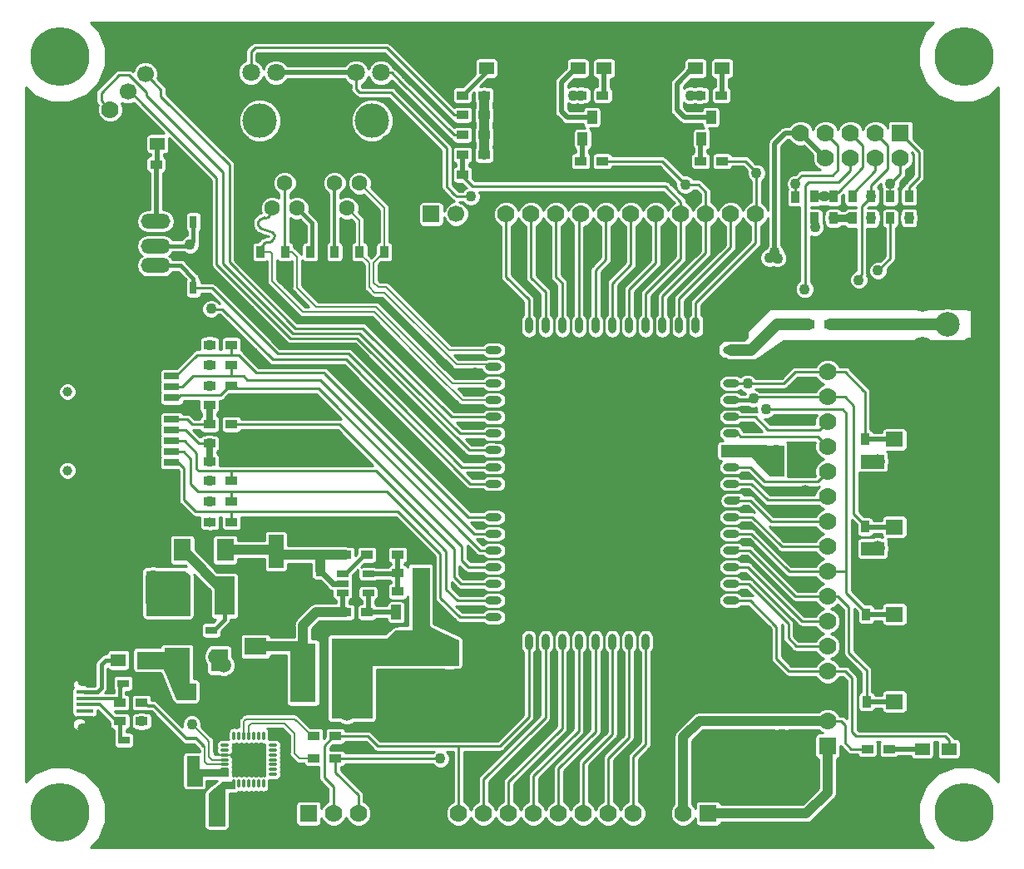
<source format=gtl>
G04 #@! TF.GenerationSoftware,KiCad,Pcbnew,(5.0.2)-1*
G04 #@! TF.CreationDate,2019-05-31T08:04:00+07:00*
G04 #@! TF.ProjectId,HY-AI7688H,48592d41-4937-4363-9838-482e6b696361,A*
G04 #@! TF.SameCoordinates,Original*
G04 #@! TF.FileFunction,Copper,L1,Top*
G04 #@! TF.FilePolarity,Positive*
%FSLAX46Y46*%
G04 Gerber Fmt 4.6, Leading zero omitted, Abs format (unit mm)*
G04 Created by KiCad (PCBNEW (5.0.2)-1) date 31/05/2019 8:04:00 SA*
%MOMM*%
%LPD*%
G01*
G04 APERTURE LIST*
G04 #@! TA.AperFunction,EtchedComponent*
%ADD10C,0.254000*%
G04 #@! TD*
G04 #@! TA.AperFunction,ViaPad*
%ADD11C,1.000000*%
G04 #@! TD*
G04 #@! TA.AperFunction,ViaPad*
%ADD12C,1.100000*%
G04 #@! TD*
G04 #@! TA.AperFunction,SMDPad,CuDef*
%ADD13R,2.624000X6.000000*%
G04 #@! TD*
G04 #@! TA.AperFunction,SMDPad,CuDef*
%ADD14R,1.200000X0.900000*%
G04 #@! TD*
G04 #@! TA.AperFunction,Conductor*
%ADD15C,0.254000*%
G04 #@! TD*
G04 #@! TA.AperFunction,ComponentPad*
%ADD16C,1.800000*%
G04 #@! TD*
G04 #@! TA.AperFunction,SMDPad,CuDef*
%ADD17O,1.700000X0.800000*%
G04 #@! TD*
G04 #@! TA.AperFunction,SMDPad,CuDef*
%ADD18O,0.800000X1.700000*%
G04 #@! TD*
G04 #@! TA.AperFunction,SMDPad,CuDef*
%ADD19R,1.900000X2.900000*%
G04 #@! TD*
G04 #@! TA.AperFunction,ViaPad*
%ADD20C,0.900000*%
G04 #@! TD*
G04 #@! TA.AperFunction,SMDPad,CuDef*
%ADD21R,0.900000X1.200000*%
G04 #@! TD*
G04 #@! TA.AperFunction,ComponentPad*
%ADD22O,1.500000X1.100000*%
G04 #@! TD*
G04 #@! TA.AperFunction,SMDPad,CuDef*
%ADD23R,1.750000X0.400000*%
G04 #@! TD*
G04 #@! TA.AperFunction,ComponentPad*
%ADD24O,3.000000X1.500000*%
G04 #@! TD*
G04 #@! TA.AperFunction,SMDPad,CuDef*
%ADD25R,1.900000X1.900000*%
G04 #@! TD*
G04 #@! TA.AperFunction,ComponentPad*
%ADD26C,6.000000*%
G04 #@! TD*
G04 #@! TA.AperFunction,ComponentPad*
%ADD27C,1.778000*%
G04 #@! TD*
G04 #@! TA.AperFunction,ComponentPad*
%ADD28R,1.778000X1.778000*%
G04 #@! TD*
G04 #@! TA.AperFunction,ComponentPad*
%ADD29R,1.700000X1.700000*%
G04 #@! TD*
G04 #@! TA.AperFunction,ComponentPad*
%ADD30C,1.700000*%
G04 #@! TD*
G04 #@! TA.AperFunction,ComponentPad*
%ADD31C,3.200000*%
G04 #@! TD*
G04 #@! TA.AperFunction,ComponentPad*
%ADD32O,1.510000X4.000000*%
G04 #@! TD*
G04 #@! TA.AperFunction,ComponentPad*
%ADD33O,4.000000X1.510000*%
G04 #@! TD*
G04 #@! TA.AperFunction,SMDPad,CuDef*
%ADD34R,1.778000X1.524000*%
G04 #@! TD*
G04 #@! TA.AperFunction,SMDPad,CuDef*
%ADD35R,1.500000X1.300000*%
G04 #@! TD*
G04 #@! TA.AperFunction,SMDPad,CuDef*
%ADD36R,0.800000X1.200000*%
G04 #@! TD*
G04 #@! TA.AperFunction,SMDPad,CuDef*
%ADD37R,1.200000X0.800000*%
G04 #@! TD*
G04 #@! TA.AperFunction,Conductor*
%ADD38C,0.100000*%
G04 #@! TD*
G04 #@! TA.AperFunction,SMDPad,CuDef*
%ADD39R,1.500000X1.250000*%
G04 #@! TD*
G04 #@! TA.AperFunction,ComponentPad*
%ADD40C,2.500000*%
G04 #@! TD*
G04 #@! TA.AperFunction,ComponentPad*
%ADD41C,1.600000*%
G04 #@! TD*
G04 #@! TA.AperFunction,ComponentPad*
%ADD42C,2.600000*%
G04 #@! TD*
G04 #@! TA.AperFunction,ComponentPad*
%ADD43C,3.500000*%
G04 #@! TD*
G04 #@! TA.AperFunction,SMDPad,CuDef*
%ADD44R,1.597660X0.698500*%
G04 #@! TD*
G04 #@! TA.AperFunction,SMDPad,CuDef*
%ADD45R,1.399540X1.198880*%
G04 #@! TD*
G04 #@! TA.AperFunction,SMDPad,CuDef*
%ADD46R,1.399540X1.597660*%
G04 #@! TD*
G04 #@! TA.AperFunction,SMDPad,CuDef*
%ADD47R,2.199640X1.198880*%
G04 #@! TD*
G04 #@! TA.AperFunction,ComponentPad*
%ADD48C,1.000000*%
G04 #@! TD*
G04 #@! TA.AperFunction,SMDPad,CuDef*
%ADD49R,1.000000X1.400000*%
G04 #@! TD*
G04 #@! TA.AperFunction,SMDPad,CuDef*
%ADD50R,1.500000X3.400000*%
G04 #@! TD*
G04 #@! TA.AperFunction,SMDPad,CuDef*
%ADD51R,1.778000X2.286000*%
G04 #@! TD*
G04 #@! TA.AperFunction,SMDPad,CuDef*
%ADD52R,2.286000X1.778000*%
G04 #@! TD*
G04 #@! TA.AperFunction,SMDPad,CuDef*
%ADD53R,2.000000X4.000000*%
G04 #@! TD*
G04 #@! TA.AperFunction,SMDPad,CuDef*
%ADD54R,1.220000X0.650000*%
G04 #@! TD*
G04 #@! TA.AperFunction,SMDPad,CuDef*
%ADD55R,1.000000X1.500000*%
G04 #@! TD*
G04 #@! TA.AperFunction,SMDPad,CuDef*
%ADD56R,1.675000X1.675000*%
G04 #@! TD*
G04 #@! TA.AperFunction,SMDPad,CuDef*
%ADD57O,0.300000X0.850000*%
G04 #@! TD*
G04 #@! TA.AperFunction,SMDPad,CuDef*
%ADD58O,0.850000X0.300000*%
G04 #@! TD*
G04 #@! TA.AperFunction,ViaPad*
%ADD59C,1.500000*%
G04 #@! TD*
G04 #@! TA.AperFunction,Conductor*
%ADD60C,0.762000*%
G04 #@! TD*
G04 #@! TA.AperFunction,Conductor*
%ADD61C,0.508000*%
G04 #@! TD*
G04 #@! TA.AperFunction,Conductor*
%ADD62C,1.016000*%
G04 #@! TD*
G04 #@! TA.AperFunction,Conductor*
%ADD63C,0.381000*%
G04 #@! TD*
G04 #@! TA.AperFunction,Conductor*
%ADD64C,0.500000*%
G04 #@! TD*
G04 #@! TA.AperFunction,Conductor*
%ADD65C,0.600000*%
G04 #@! TD*
G04 #@! TA.AperFunction,Conductor*
%ADD66C,0.700000*%
G04 #@! TD*
G04 #@! TA.AperFunction,Conductor*
%ADD67C,0.254000*%
G04 #@! TD*
G04 #@! TA.AperFunction,Conductor*
%ADD68C,0.400000*%
G04 #@! TD*
G04 #@! TA.AperFunction,Conductor*
%ADD69C,1.000000*%
G04 #@! TD*
G04 #@! TA.AperFunction,Conductor*
%ADD70C,0.300000*%
G04 #@! TD*
G04 #@! TA.AperFunction,Conductor*
%ADD71C,0.800000*%
G04 #@! TD*
G04 #@! TA.AperFunction,Conductor*
%ADD72C,0.200000*%
G04 #@! TD*
G04 #@! TA.AperFunction,Conductor*
%ADD73C,1.220000*%
G04 #@! TD*
G04 APERTURE END LIST*
D10*
G04 #@! TO.C,REF\002A\002A*
X95390000Y-58900000D02*
X95536250Y-58339999D01*
X95536250Y-58339999D02*
X95634845Y-58136830D01*
X95634845Y-58136830D02*
X95803684Y-57986855D01*
X95803684Y-57986855D02*
X96017065Y-57912910D01*
X96017065Y-57912910D02*
X96242500Y-57926250D01*
X96242500Y-57926250D02*
X96072075Y-57881741D01*
X96072075Y-57881741D02*
X96297510Y-57895081D01*
X96297510Y-57895081D02*
X96510890Y-57821136D01*
X96510890Y-57821136D02*
X96679730Y-57671161D01*
X96679730Y-57671161D02*
X96778324Y-57467992D01*
X96778324Y-57467992D02*
X96791664Y-57242557D01*
X96791664Y-57242557D02*
X96717719Y-57029176D01*
X96717719Y-57029176D02*
X96567744Y-56860337D01*
X96567744Y-56860337D02*
X96364575Y-56761742D01*
X96364575Y-56761742D02*
X95585424Y-56558259D01*
X95585424Y-56558259D02*
X95382254Y-56459664D01*
X95382254Y-56459664D02*
X95232280Y-56290825D01*
X95232280Y-56290825D02*
X95158334Y-56077444D01*
X95158334Y-56077444D02*
X95171674Y-55852009D01*
X95171674Y-55852009D02*
X95270269Y-55648839D01*
X95270269Y-55648839D02*
X95439109Y-55498865D01*
X95439109Y-55498865D02*
X95652489Y-55424919D01*
X95652489Y-55424919D02*
X95877924Y-55438259D01*
X95877924Y-55438259D02*
X95707500Y-55393751D01*
X95707500Y-55393751D02*
X95932935Y-55407091D01*
X95932935Y-55407091D02*
X96146315Y-55333146D01*
X96146315Y-55333146D02*
X96315155Y-55183171D01*
X96315155Y-55183171D02*
X96413750Y-54980002D01*
X96413750Y-54980002D02*
X96560000Y-54420000D01*
G04 #@! TD*
D11*
G04 #@! TO.N,GND*
G04 #@! TO.C,REF\002A\002A*
X113800000Y-62400000D03*
G04 #@! TD*
G04 #@! TO.N,GND*
G04 #@! TO.C,REF\002A\002A*
X115400000Y-63900000D03*
G04 #@! TD*
G04 #@! TO.N,GND*
G04 #@! TO.C,REF\002A\002A*
X111700000Y-61900000D03*
G04 #@! TD*
G04 #@! TO.N,GND*
G04 #@! TO.C,REF\002A\002A*
X111800000Y-64200000D03*
G04 #@! TD*
G04 #@! TO.N,GND*
G04 #@! TO.C,REF\002A\002A*
X140300000Y-101800000D03*
G04 #@! TD*
G04 #@! TO.N,GND*
G04 #@! TO.C,REF\002A\002A*
X136300000Y-109000000D03*
G04 #@! TD*
G04 #@! TO.N,GND*
G04 #@! TO.C,REF\002A\002A*
X145000000Y-104000000D03*
G04 #@! TD*
G04 #@! TO.N,GND*
G04 #@! TO.C,REF\002A\002A*
X145000000Y-101700000D03*
G04 #@! TD*
G04 #@! TO.N,GND*
G04 #@! TO.C,REF\002A\002A*
X78200000Y-50500000D03*
G04 #@! TD*
G04 #@! TO.N,GND*
G04 #@! TO.C,REF\002A\002A*
X74400000Y-50500000D03*
G04 #@! TD*
G04 #@! TO.N,GND*
G04 #@! TO.C,REF\002A\002A*
X74400000Y-46700000D03*
G04 #@! TD*
G04 #@! TO.N,GND*
G04 #@! TO.C,REF\002A\002A*
X100850000Y-43100000D03*
G04 #@! TD*
G04 #@! TO.N,GND*
G04 #@! TO.C,REF\002A\002A*
X100850000Y-45900000D03*
G04 #@! TD*
G04 #@! TO.N,GND*
G04 #@! TO.C,REF\002A\002A*
X97800000Y-48700000D03*
G04 #@! TD*
G04 #@! TO.N,GND*
G04 #@! TO.C,REF\002A\002A*
X103900000Y-48700000D03*
G04 #@! TD*
G04 #@! TO.N,GND*
G04 #@! TO.C,REF\002A\002A*
X100850000Y-48700000D03*
G04 #@! TD*
G04 #@! TO.N,GND*
G04 #@! TO.C,REF\002A\002A*
X88900000Y-43200000D03*
G04 #@! TD*
G04 #@! TO.N,GND*
G04 #@! TO.C,REF\002A\002A*
X88900000Y-39800000D03*
G04 #@! TD*
G04 #@! TO.N,GND*
G04 #@! TO.C,REF\002A\002A*
X84700000Y-36400000D03*
G04 #@! TD*
G04 #@! TO.N,GND*
G04 #@! TO.C,REF\002A\002A*
X88900000Y-36400000D03*
G04 #@! TD*
G04 #@! TO.N,GND*
G04 #@! TO.C,REF\002A\002A*
X96000000Y-36400000D03*
G04 #@! TD*
G04 #@! TO.N,GND*
G04 #@! TO.C,REF\002A\002A*
X101700000Y-36400000D03*
G04 #@! TD*
G04 #@! TO.N,GND*
G04 #@! TO.C,REF\002A\002A*
X107200000Y-36400000D03*
G04 #@! TD*
G04 #@! TO.N,GND*
G04 #@! TO.C,REF\002A\002A*
X86100000Y-115400000D03*
G04 #@! TD*
G04 #@! TO.N,GND*
G04 #@! TO.C,REF\002A\002A*
X86100000Y-118500000D03*
G04 #@! TD*
G04 #@! TO.N,GND*
G04 #@! TO.C,REF\002A\002A*
X105600000Y-109400000D03*
G04 #@! TD*
G04 #@! TO.N,GND*
G04 #@! TO.C,REF\002A\002A*
X166650000Y-46200000D03*
G04 #@! TD*
G04 #@! TO.N,GND*
G04 #@! TO.C,REF\002A\002A*
X166650000Y-50100000D03*
G04 #@! TD*
G04 #@! TO.N,GND*
G04 #@! TO.C,REF\002A\002A*
X168950000Y-52950000D03*
G04 #@! TD*
G04 #@! TO.N,GND*
G04 #@! TO.C,REF\002A\002A*
X168950000Y-50050000D03*
G04 #@! TD*
G04 #@! TO.N,GND*
G04 #@! TO.C,REF\002A\002A*
X168950000Y-47050000D03*
G04 #@! TD*
G04 #@! TO.N,GND*
G04 #@! TO.C,REF\002A\002A*
X166500000Y-53550000D03*
G04 #@! TD*
G04 #@! TO.N,GND*
G04 #@! TO.C,REF\002A\002A*
X168950000Y-44350000D03*
G04 #@! TD*
G04 #@! TO.N,GND*
G04 #@! TO.C,REF\002A\002A*
X164150000Y-45400000D03*
G04 #@! TD*
G04 #@! TO.N,GND*
G04 #@! TO.C,REF\002A\002A*
X164150000Y-48150000D03*
G04 #@! TD*
G04 #@! TO.N,GND*
G04 #@! TO.C,REF\002A\002A*
X164150000Y-51150000D03*
G04 #@! TD*
G04 #@! TO.N,GND*
G04 #@! TO.C,REF\002A\002A*
X164100000Y-53750000D03*
G04 #@! TD*
G04 #@! TO.N,GND*
G04 #@! TO.C,REF\002A\002A*
X95850000Y-95050000D03*
G04 #@! TD*
G04 #@! TO.N,GND*
G04 #@! TO.C,REF\002A\002A*
X96970000Y-95750000D03*
G04 #@! TD*
G04 #@! TO.N,GND*
G04 #@! TO.C,REF\002A\002A*
X105930000Y-112450000D03*
G04 #@! TD*
G04 #@! TO.N,GND*
G04 #@! TO.C,REF\002A\002A*
X110940000Y-112430000D03*
G04 #@! TD*
G04 #@! TO.N,GND*
G04 #@! TO.C,REF\002A\002A*
X74960000Y-88750000D03*
G04 #@! TD*
G04 #@! TO.N,GND*
G04 #@! TO.C,REF\002A\002A*
X74960000Y-92123333D03*
G04 #@! TD*
G04 #@! TO.N,GND*
G04 #@! TO.C,REF\002A\002A*
X74960000Y-95496666D03*
G04 #@! TD*
D12*
G04 #@! TO.N,GND*
G04 #@! TO.C,REF\002A\002A*
X82470000Y-79970000D03*
G04 #@! TD*
G04 #@! TO.N,GND*
G04 #@! TO.C,REF\002A\002A*
X82450000Y-77435000D03*
G04 #@! TD*
G04 #@! TO.N,GND*
G04 #@! TO.C,REF\002A\002A*
X82490000Y-74900000D03*
G04 #@! TD*
D13*
G04 #@! TO.P,L1,1*
G04 #@! TO.N,Net-(C24-Pad2)*
X99750000Y-101750000D03*
G04 #@! TO.P,L1,2*
G04 #@! TO.N,+3V3*
X104150000Y-101750000D03*
G04 #@! TD*
D11*
G04 #@! TO.N,GND*
G04 #@! TO.C,REF\002A\002A*
X135940000Y-111480000D03*
G04 #@! TD*
G04 #@! TO.N,GND*
G04 #@! TO.C,REF\002A\002A*
X112170000Y-36900000D03*
G04 #@! TD*
G04 #@! TO.N,GND*
G04 #@! TO.C,REF\002A\002A*
X117793333Y-36900000D03*
G04 #@! TD*
G04 #@! TO.N,GND*
G04 #@! TO.C,REF\002A\002A*
X129039999Y-36900000D03*
G04 #@! TD*
G04 #@! TO.N,GND*
G04 #@! TO.C,REF\002A\002A*
X123416666Y-36900000D03*
G04 #@! TD*
G04 #@! TO.N,GND*
G04 #@! TO.C,REF\002A\002A*
X134663332Y-36900000D03*
G04 #@! TD*
G04 #@! TO.N,GND*
G04 #@! TO.C,REF\002A\002A*
X140286665Y-36900000D03*
G04 #@! TD*
G04 #@! TO.N,GND*
G04 #@! TO.C,REF\002A\002A*
X145910000Y-36900000D03*
G04 #@! TD*
G04 #@! TO.N,GND*
G04 #@! TO.C,REF\002A\002A*
X145910000Y-40396666D03*
G04 #@! TD*
G04 #@! TO.N,GND*
G04 #@! TO.C,REF\002A\002A*
X145910000Y-43893332D03*
G04 #@! TD*
G04 #@! TO.N,GND*
G04 #@! TO.C,REF\002A\002A*
X145910000Y-47390000D03*
G04 #@! TD*
G04 #@! TO.N,GND*
G04 #@! TO.C,REF\002A\002A*
X143440000Y-47390000D03*
G04 #@! TD*
G04 #@! TO.N,GND*
G04 #@! TO.C,REF\002A\002A*
X137510000Y-47410000D03*
G04 #@! TD*
G04 #@! TO.N,GND*
G04 #@! TO.C,REF\002A\002A*
X134715000Y-47420000D03*
G04 #@! TD*
G04 #@! TO.N,GND*
G04 #@! TO.C,REF\002A\002A*
X120790000Y-47420000D03*
G04 #@! TD*
G04 #@! TO.N,GND*
G04 #@! TO.C,REF\002A\002A*
X122830000Y-47420000D03*
G04 #@! TD*
D14*
G04 #@! TO.P,R9,1*
G04 #@! TO.N,+3V3*
X118150000Y-47000000D03*
G04 #@! TO.P,R9,2*
G04 #@! TO.N,Net-(P3-Pad9)*
X115950000Y-47000000D03*
G04 #@! TD*
D12*
G04 #@! TO.N,GND*
G04 #@! TO.C,REF\002A\002A*
X101040000Y-74560000D03*
G04 #@! TD*
G04 #@! TO.N,GND*
G04 #@! TO.C,REF\002A\002A*
X98590000Y-74560000D03*
G04 #@! TD*
G04 #@! TO.N,GND*
G04 #@! TO.C,REF\002A\002A*
X72800000Y-68360000D03*
G04 #@! TD*
G04 #@! TO.N,GND*
G04 #@! TO.C,REF\002A\002A*
X76170000Y-68360000D03*
G04 #@! TD*
G04 #@! TO.N,GND*
G04 #@! TO.C,REF\002A\002A*
X80670000Y-68360000D03*
G04 #@! TD*
G04 #@! TO.N,GND*
G04 #@! TO.C,REF\002A\002A*
X83630000Y-68360000D03*
G04 #@! TD*
G04 #@! TO.N,GND*
G04 #@! TO.C,REF\002A\002A*
X88580000Y-66380000D03*
G04 #@! TD*
G04 #@! TO.N,GND*
G04 #@! TO.C,REF\002A\002A*
X86360000Y-67490000D03*
G04 #@! TD*
D15*
G04 #@! TO.N,N/C*
G04 #@! TO.C,REF\002A\002A*
X96560000Y-54420000D03*
X95390000Y-58900000D03*
G04 #@! TD*
D16*
G04 #@! TO.P,REF\002A\002A,1*
G04 #@! TO.N,GND*
X125700000Y-92400000D03*
G04 #@! TD*
D14*
G04 #@! TO.P,R11,2*
G04 #@! TO.N,Net-(D2-Pad1)*
X81090000Y-104800000D03*
G04 #@! TO.P,R11,1*
G04 #@! TO.N,/AI7688H/D-*
X83290000Y-104800000D03*
G04 #@! TD*
D17*
G04 #@! TO.P,U2,44*
G04 #@! TO.N,GND*
X143312000Y-96100000D03*
G04 #@! TO.P,U2,45*
G04 #@! TO.N,/AI7688H/WLED_N*
X143312000Y-94400000D03*
G04 #@! TO.P,U2,46*
G04 #@! TO.N,/AI7688H/REF_CLKO*
X143312000Y-92700000D03*
G04 #@! TO.P,U2,47*
G04 #@! TO.N,/AI7688H/PERST_N*
X143312000Y-91000000D03*
G04 #@! TO.P,U2,48*
G04 #@! TO.N,/AI7688H/WDT_RST_N*
X143312000Y-89300000D03*
G04 #@! TO.P,U2,49*
G04 #@! TO.N,/AI7688H/PORST_N*
X143312000Y-87600000D03*
G04 #@! TO.P,U2,50*
G04 #@! TO.N,/AI7688H/PCIE_TX0_P*
X143312000Y-85900000D03*
G04 #@! TO.P,U2,51*
G04 #@! TO.N,/AI7688H/PCIE_TX0_N*
X143412000Y-84200000D03*
G04 #@! TO.P,U2,52*
G04 #@! TO.N,/AI7688H/PCIE_RX0_P*
X143312000Y-82500000D03*
G04 #@! TO.P,U2,53*
G04 #@! TO.N,/AI7688H/PCIE_RX0_N*
X143312000Y-80800000D03*
G04 #@! TO.P,U2,54*
G04 #@! TO.N,+3V3*
X143312000Y-79100000D03*
G04 #@! TO.P,U2,55*
G04 #@! TO.N,/AI7688H/PCIE_CK0_N*
X143312000Y-77400000D03*
G04 #@! TO.P,U2,56*
G04 #@! TO.N,/AI7688H/PCIE_CK0_P*
X143312000Y-75700000D03*
G04 #@! TO.P,U2,57*
G04 #@! TO.N,/AI7688H/JTCLK_GPIO_40*
X143312000Y-74000000D03*
G04 #@! TO.P,U2,58*
G04 #@! TO.N,/AI7688H/JTDI_GPIO_42*
X143312000Y-72300000D03*
G04 #@! TO.P,U2,59*
G04 #@! TO.N,GND*
X143312000Y-70600000D03*
G04 #@! TO.P,U2,60*
G04 #@! TO.N,/AI7688H/RF*
X143312000Y-68900000D03*
D18*
G04 #@! TO.P,U2,31*
G04 #@! TO.N,GND*
X121012000Y-98600000D03*
G04 #@! TO.P,U2,32*
G04 #@! TO.N,/AI7688H/MDI_TN_P2*
X122712000Y-98600000D03*
G04 #@! TO.P,U2,33*
G04 #@! TO.N,/AI7688H/MDI_TP_P2*
X124412000Y-98600000D03*
G04 #@! TO.P,U2,34*
G04 #@! TO.N,/AI7688H/MDI_RN_P2*
X126112000Y-98600000D03*
G04 #@! TO.P,U2,35*
G04 #@! TO.N,/AI7688H/MDI_RP_P2*
X127812000Y-98600000D03*
G04 #@! TO.P,U2,36*
G04 #@! TO.N,/AI7688H/MDI_RN_P1*
X129512000Y-98600000D03*
G04 #@! TO.P,U2,37*
G04 #@! TO.N,/AI7688H/MDI_RP_P1*
X131212000Y-98600000D03*
G04 #@! TO.P,U2,38*
G04 #@! TO.N,/AI7688H/MDI_TN_P1*
X132912000Y-98600000D03*
G04 #@! TO.P,U2,39*
G04 #@! TO.N,/AI7688H/MDI_TP_P1*
X134612000Y-98600000D03*
G04 #@! TO.P,U2,40*
G04 #@! TO.N,GND*
X136312000Y-98600000D03*
G04 #@! TO.P,U2,41*
X138012000Y-98600000D03*
G04 #@! TO.P,U2,42*
X139712000Y-98600000D03*
G04 #@! TO.P,U2,43*
X141412000Y-98600000D03*
G04 #@! TO.P,U2,1*
X141412000Y-66400000D03*
G04 #@! TO.P,U2,2*
G04 #@! TO.N,/AI7688H/JTMS_GPIO_41*
X139712000Y-66400000D03*
G04 #@! TO.P,U2,3*
G04 #@! TO.N,/AI7688H/JTDO_EPHY_LED0_N*
X138012000Y-66400000D03*
G04 #@! TO.P,U2,4*
G04 #@! TO.N,/AI7688H/JRST_GPIO_39*
X136312000Y-66400000D03*
G04 #@! TO.P,U2,5*
G04 #@! TO.N,/AI7688H/UART_7688_TXD1*
X134612000Y-66400000D03*
G04 #@! TO.P,U2,6*
G04 #@! TO.N,/AI7688H/UART_7688_RXD1*
X132912000Y-66400000D03*
G04 #@! TO.P,U2,7*
G04 #@! TO.N,/AI7688H/I2S_SDI*
X131212000Y-66400000D03*
G04 #@! TO.P,U2,8*
G04 #@! TO.N,/AI7688H/I2S_SDO*
X129512000Y-66400000D03*
G04 #@! TO.P,U2,9*
G04 #@! TO.N,/AI7688H/I2S_WS*
X127812000Y-66400000D03*
G04 #@! TO.P,U2,10*
G04 #@! TO.N,/AI7688H/I2S_SCLK*
X126112000Y-66400000D03*
G04 #@! TO.P,U2,11*
G04 #@! TO.N,/AI7688H/I2C_SCLK*
X124412000Y-66400000D03*
G04 #@! TO.P,U2,12*
G04 #@! TO.N,/AI7688H/I2C_SD*
X122712000Y-66400000D03*
G04 #@! TO.P,U2,13*
G04 #@! TO.N,GND*
X121012000Y-66400000D03*
D17*
G04 #@! TO.P,U2,14*
G04 #@! TO.N,/AI7688H/MDI_P0_R_P*
X119112000Y-68900000D03*
G04 #@! TO.P,U2,15*
G04 #@! TO.N,/AI7688H/MDI_P0_R_N*
X119112000Y-70600000D03*
G04 #@! TO.P,U2,16*
G04 #@! TO.N,/AI7688H/MDI_P0_T_P*
X119112000Y-72300000D03*
G04 #@! TO.P,U2,17*
G04 #@! TO.N,/AI7688H/MDI_P0_T_N*
X119112000Y-74000000D03*
G04 #@! TO.P,U2,18*
G04 #@! TO.N,/AI7688H/GPIO_0*
X119112000Y-75700000D03*
G04 #@! TO.P,U2,19*
G04 #@! TO.N,/AI7688H/UART_7688_TXD0*
X119112000Y-77400000D03*
G04 #@! TO.P,U2,20*
G04 #@! TO.N,/AI7688H/UART_7688_RXD0*
X119112000Y-79100000D03*
G04 #@! TO.P,U2,21*
G04 #@! TO.N,/AI7688H/USB_D_P*
X119112000Y-80800000D03*
G04 #@! TO.P,U2,22*
G04 #@! TO.N,/AI7688H/USB_D_N*
X119112000Y-82500000D03*
G04 #@! TO.P,U2,23*
G04 #@! TO.N,GND*
X119212000Y-84200000D03*
G04 #@! TO.P,U2,24*
G04 #@! TO.N,/AI7688H/MDI_TN_P3*
X119112000Y-85900000D03*
G04 #@! TO.P,U2,25*
G04 #@! TO.N,/AI7688H/MDI_RP_P3*
X119112000Y-87600000D03*
G04 #@! TO.P,U2,26*
G04 #@! TO.N,/AI7688H/MDI_RN_P3*
X119112000Y-89300000D03*
G04 #@! TO.P,U2,27*
G04 #@! TO.N,/AI7688H/MDI_RP_P4*
X119112000Y-91000000D03*
G04 #@! TO.P,U2,28*
G04 #@! TO.N,/AI7688H/MDI_RN_P4*
X119112000Y-92700000D03*
G04 #@! TO.P,U2,29*
G04 #@! TO.N,/AI7688H/MDI_TP_P4*
X119112000Y-94400000D03*
G04 #@! TO.P,U2,30*
G04 #@! TO.N,/AI7688H/MDI_TN_P4*
X119112000Y-96100000D03*
D19*
G04 #@! TO.P,U2,61*
G04 #@! TO.N,GND*
X136737000Y-92500000D03*
G04 #@! TO.P,U2,62*
X125687000Y-92500000D03*
G04 #@! TO.P,U2,63*
X131212000Y-82500000D03*
G04 #@! TO.P,U2,64*
X125687000Y-72500000D03*
G04 #@! TO.P,U2,65*
X136737000Y-72500000D03*
G04 #@! TD*
D14*
G04 #@! TO.P,R16,1*
G04 #@! TO.N,GND*
X118150000Y-51050000D03*
G04 #@! TO.P,R16,2*
G04 #@! TO.N,/AI7688H/UART_7688_TXD1*
X115950000Y-51050000D03*
G04 #@! TD*
D16*
G04 #@! TO.P,REF\002A\002A,1*
G04 #@! TO.N,GND*
X136750000Y-92300000D03*
G04 #@! TD*
G04 #@! TO.P,REF\002A\002A,1*
G04 #@! TO.N,GND*
X136780000Y-72540000D03*
G04 #@! TD*
G04 #@! TO.P,REF\002A\002A,1*
G04 #@! TO.N,GND*
X125700000Y-72500000D03*
G04 #@! TD*
D11*
G04 #@! TO.N,GND*
G04 #@! TO.C,REF\002A\002A*
X97670000Y-78600000D03*
G04 #@! TD*
G04 #@! TO.N,GND*
G04 #@! TO.C,REF\002A\002A*
X108710000Y-107480000D03*
G04 #@! TD*
G04 #@! TO.N,GND*
G04 #@! TO.C,REF\002A\002A*
X119680000Y-107480000D03*
G04 #@! TD*
G04 #@! TO.N,GND*
G04 #@! TO.C,REF\002A\002A*
X118220000Y-103580000D03*
G04 #@! TD*
G04 #@! TO.N,GND*
G04 #@! TO.C,REF\002A\002A*
X111452500Y-107480000D03*
G04 #@! TD*
G04 #@! TO.N,GND*
G04 #@! TO.C,REF\002A\002A*
X116937500Y-107480000D03*
G04 #@! TD*
D20*
G04 #@! TO.N,GND*
G04 #@! TO.C,REF\002A\002A*
X115900000Y-79450000D03*
G04 #@! TD*
D11*
G04 #@! TO.N,GND*
G04 #@! TO.C,REF\002A\002A*
X107120000Y-86910000D03*
G04 #@! TD*
G04 #@! TO.N,GND*
G04 #@! TO.C,REF\002A\002A*
X124910000Y-47420000D03*
G04 #@! TD*
G04 #@! TO.N,GND*
G04 #@! TO.C,REF\002A\002A*
X131920000Y-47420000D03*
G04 #@! TD*
D12*
G04 #@! TO.N,GND*
G04 #@! TO.C,REF\002A\002A*
X99187000Y-56896000D03*
G04 #@! TD*
G04 #@! TO.N,GND*
G04 #@! TO.C,REF\002A\002A*
X104140000Y-56896000D03*
G04 #@! TD*
G04 #@! TO.N,GND*
G04 #@! TO.C,REF\002A\002A*
X109650000Y-56900000D03*
G04 #@! TD*
D11*
G04 #@! TO.N,GND*
G04 #@! TO.C,REF\002A\002A*
X115780000Y-71270000D03*
G04 #@! TD*
G04 #@! TO.N,GND*
G04 #@! TO.C,REF\002A\002A*
X89515000Y-118540000D03*
G04 #@! TD*
G04 #@! TO.N,GND*
G04 #@! TO.C,REF\002A\002A*
X169200000Y-75950000D03*
G04 #@! TD*
G04 #@! TO.N,GND*
G04 #@! TO.C,REF\002A\002A*
X161650000Y-82150000D03*
G04 #@! TD*
G04 #@! TO.N,GND*
G04 #@! TO.C,REF\002A\002A*
X169550000Y-82150000D03*
G04 #@! TD*
D20*
G04 #@! TO.N,GND*
G04 #@! TO.C,REF\002A\002A*
X169550000Y-90550000D03*
G04 #@! TD*
D11*
G04 #@! TO.N,GND*
G04 #@! TO.C,REF\002A\002A*
X169500000Y-99900000D03*
G04 #@! TD*
G04 #@! TO.N,GND*
G04 #@! TO.C,REF\002A\002A*
X168080000Y-109520000D03*
G04 #@! TD*
G04 #@! TO.N,GND*
G04 #@! TO.C,REF\002A\002A*
X158700000Y-112900000D03*
G04 #@! TD*
G04 #@! TO.N,GND*
G04 #@! TO.C,REF\002A\002A*
X149500000Y-112600000D03*
G04 #@! TD*
G04 #@! TO.N,GND*
G04 #@! TO.C,REF\002A\002A*
X150622000Y-72390000D03*
G04 #@! TD*
G04 #@! TO.N,GND*
G04 #@! TO.C,REF\002A\002A*
X150880000Y-100330000D03*
G04 #@! TD*
G04 #@! TO.N,GND*
G04 #@! TO.C,REF\002A\002A*
X146050000Y-109300000D03*
G04 #@! TD*
G04 #@! TO.N,GND*
G04 #@! TO.C,REF\002A\002A*
X143100000Y-112600000D03*
G04 #@! TD*
G04 #@! TO.N,GND*
G04 #@! TO.C,REF\002A\002A*
X114195000Y-107480000D03*
G04 #@! TD*
G04 #@! TO.N,GND*
G04 #@! TO.C,REF\002A\002A*
X116870000Y-113426000D03*
G04 #@! TD*
G04 #@! TO.N,GND*
G04 #@! TO.C,REF\002A\002A*
X119410000Y-113426000D03*
G04 #@! TD*
G04 #@! TO.N,GND*
G04 #@! TO.C,REF\002A\002A*
X121950000Y-113426000D03*
G04 #@! TD*
G04 #@! TO.N,GND*
G04 #@! TO.C,REF\002A\002A*
X124490000Y-113426000D03*
G04 #@! TD*
G04 #@! TO.N,GND*
G04 #@! TO.C,REF\002A\002A*
X127030000Y-113426000D03*
G04 #@! TD*
G04 #@! TO.N,GND*
G04 #@! TO.C,REF\002A\002A*
X132110000Y-113426000D03*
G04 #@! TD*
G04 #@! TO.N,GND*
G04 #@! TO.C,REF\002A\002A*
X129570000Y-113426000D03*
G04 #@! TD*
G04 #@! TO.N,GND*
G04 #@! TO.C,REF\002A\002A*
X161850000Y-112900000D03*
G04 #@! TD*
G04 #@! TO.N,GND*
G04 #@! TO.C,REF\002A\002A*
X159680000Y-106900000D03*
G04 #@! TD*
G04 #@! TO.N,GND*
G04 #@! TO.C,REF\002A\002A*
X161650000Y-99900000D03*
G04 #@! TD*
D20*
G04 #@! TO.N,GND*
G04 #@! TO.C,REF\002A\002A*
X165575000Y-90550000D03*
G04 #@! TD*
G04 #@! TO.N,GND*
G04 #@! TO.C,REF\002A\002A*
X161600000Y-90550000D03*
G04 #@! TD*
D11*
G04 #@! TO.N,GND*
G04 #@! TO.C,REF\002A\002A*
X166916666Y-82150000D03*
G04 #@! TD*
G04 #@! TO.N,GND*
G04 #@! TO.C,REF\002A\002A*
X164283333Y-82150000D03*
G04 #@! TD*
G04 #@! TO.N,GND*
G04 #@! TO.C,REF\002A\002A*
X100990000Y-78600000D03*
G04 #@! TD*
G04 #@! TO.N,GND*
G04 #@! TO.C,REF\002A\002A*
X103760000Y-86910000D03*
G04 #@! TD*
D12*
G04 #@! TO.N,GND*
G04 #@! TO.C,REF\002A\002A*
X96140000Y-74540000D03*
G04 #@! TD*
D11*
G04 #@! TO.N,GND*
G04 #@! TO.C,REF\002A\002A*
X112950000Y-80300000D03*
G04 #@! TD*
G04 #@! TO.N,GND*
G04 #@! TO.C,REF\002A\002A*
X119153000Y-57660000D03*
G04 #@! TD*
G04 #@! TO.N,GND*
G04 #@! TO.C,REF\002A\002A*
X121566000Y-57660000D03*
G04 #@! TD*
G04 #@! TO.N,GND*
G04 #@! TO.C,REF\002A\002A*
X124106000Y-57660000D03*
G04 #@! TD*
G04 #@! TO.N,GND*
G04 #@! TO.C,REF\002A\002A*
X126519000Y-57660000D03*
G04 #@! TD*
G04 #@! TO.N,GND*
G04 #@! TO.C,REF\002A\002A*
X129186000Y-57660000D03*
G04 #@! TD*
G04 #@! TO.N,GND*
G04 #@! TO.C,REF\002A\002A*
X131900000Y-57660000D03*
G04 #@! TD*
G04 #@! TO.N,GND*
G04 #@! TO.C,REF\002A\002A*
X134266000Y-57660000D03*
G04 #@! TD*
G04 #@! TO.N,GND*
G04 #@! TO.C,REF\002A\002A*
X136806000Y-57660000D03*
G04 #@! TD*
G04 #@! TO.N,GND*
G04 #@! TO.C,REF\002A\002A*
X139219000Y-57660000D03*
G04 #@! TD*
G04 #@! TO.N,GND*
G04 #@! TO.C,REF\002A\002A*
X142050000Y-57650000D03*
G04 #@! TD*
G04 #@! TO.N,GND*
G04 #@! TO.C,REF\002A\002A*
X145400000Y-64650000D03*
G04 #@! TD*
G04 #@! TO.N,GND*
G04 #@! TO.C,REF\002A\002A*
X144050000Y-65750000D03*
G04 #@! TD*
D12*
G04 #@! TO.N,GND*
G04 #@! TO.C,REF\002A\002A*
X113665000Y-66167000D03*
G04 #@! TD*
D11*
G04 #@! TO.N,GND*
G04 #@! TO.C,REF\002A\002A*
X112268000Y-71628000D03*
G04 #@! TD*
G04 #@! TO.N,GND*
G04 #@! TO.C,REF\002A\002A*
X106934000Y-66294000D03*
G04 #@! TD*
D12*
G04 #@! TO.N,GND*
G04 #@! TO.C,REF\002A\002A*
X94250000Y-64850000D03*
G04 #@! TD*
D11*
G04 #@! TO.N,GND*
G04 #@! TO.C,REF\002A\002A*
X82410000Y-87020000D03*
G04 #@! TD*
G04 #@! TO.N,GND*
G04 #@! TO.C,REF\002A\002A*
X108435000Y-112430000D03*
G04 #@! TD*
G04 #@! TO.N,GND*
G04 #@! TO.C,REF\002A\002A*
X96670000Y-118540000D03*
G04 #@! TD*
G04 #@! TO.N,GND*
G04 #@! TO.C,REF\002A\002A*
X79070000Y-110910000D03*
G04 #@! TD*
G04 #@! TO.N,GND*
G04 #@! TO.C,REF\002A\002A*
X82360000Y-112150000D03*
G04 #@! TD*
G04 #@! TO.N,GND*
G04 #@! TO.C,REF\002A\002A*
X74960000Y-98870000D03*
G04 #@! TD*
G04 #@! TO.N,GND*
G04 #@! TO.C,REF\002A\002A*
X82360000Y-115345000D03*
G04 #@! TD*
G04 #@! TO.N,GND*
G04 #@! TO.C,REF\002A\002A*
X82360000Y-118540000D03*
G04 #@! TD*
G04 #@! TO.N,GND*
G04 #@! TO.C,REF\002A\002A*
X100400000Y-86910000D03*
G04 #@! TD*
G04 #@! TO.N,GND*
G04 #@! TO.C,REF\002A\002A*
X155650000Y-112900000D03*
G04 #@! TD*
G04 #@! TO.N,GND*
G04 #@! TO.C,REF\002A\002A*
X146050000Y-112600000D03*
G04 #@! TD*
G04 #@! TO.N,GND*
G04 #@! TO.C,REF\002A\002A*
X143100000Y-109300000D03*
G04 #@! TD*
G04 #@! TO.N,GND*
G04 #@! TO.C,REF\002A\002A*
X150880000Y-97790000D03*
G04 #@! TD*
G04 #@! TO.N,GND*
G04 #@! TO.C,REF\002A\002A*
X150880000Y-95210000D03*
G04 #@! TD*
G04 #@! TO.N,GND*
G04 #@! TO.C,REF\002A\002A*
X150880000Y-92630000D03*
G04 #@! TD*
G04 #@! TO.N,GND*
G04 #@! TO.C,REF\002A\002A*
X150880000Y-83160000D03*
G04 #@! TD*
G04 #@! TO.N,GND*
G04 #@! TO.C,REF\002A\002A*
X150880000Y-89990000D03*
G04 #@! TD*
G04 #@! TO.N,GND*
G04 #@! TO.C,REF\002A\002A*
X150880000Y-85160000D03*
G04 #@! TD*
D20*
G04 #@! TO.N,GND*
G04 #@! TO.C,REF\002A\002A*
X150880000Y-87600000D03*
G04 #@! TD*
D11*
G04 #@! TO.N,GND*
G04 #@! TO.C,REF\002A\002A*
X149606000Y-75946000D03*
G04 #@! TD*
G04 #@! TO.N,GND*
G04 #@! TO.C,REF\002A\002A*
X170180000Y-66294000D03*
G04 #@! TD*
G04 #@! TO.N,GND*
G04 #@! TO.C,REF\002A\002A*
X158496000Y-72898000D03*
G04 #@! TD*
G04 #@! TO.N,GND*
G04 #@! TO.C,REF\002A\002A*
X158100000Y-74850000D03*
G04 #@! TD*
G04 #@! TO.N,GND*
G04 #@! TO.C,REF\002A\002A*
X166950000Y-73500000D03*
G04 #@! TD*
G04 #@! TO.N,GND*
G04 #@! TO.C,REF\002A\002A*
X159900000Y-74650000D03*
G04 #@! TD*
G04 #@! TO.N,GND*
G04 #@! TO.C,REF\002A\002A*
X161290000Y-73406000D03*
G04 #@! TD*
G04 #@! TO.N,GND*
G04 #@! TO.C,REF\002A\002A*
X164800000Y-73350000D03*
G04 #@! TD*
G04 #@! TO.N,GND*
G04 #@! TO.C,REF\002A\002A*
X168910000Y-73914000D03*
G04 #@! TD*
G04 #@! TO.N,GND*
G04 #@! TO.C,REF\002A\002A*
X169926000Y-71882000D03*
G04 #@! TD*
G04 #@! TO.N,GND*
G04 #@! TO.C,REF\002A\002A*
X166950000Y-71882000D03*
G04 #@! TD*
G04 #@! TO.N,GND*
G04 #@! TO.C,REF\002A\002A*
X162814000Y-71882000D03*
G04 #@! TD*
G04 #@! TO.N,GND*
G04 #@! TO.C,REF\002A\002A*
X160020000Y-71120000D03*
G04 #@! TD*
G04 #@! TO.N,GND*
G04 #@! TO.C,REF\002A\002A*
X157290000Y-70910000D03*
G04 #@! TD*
G04 #@! TO.N,GND*
G04 #@! TO.C,REF\002A\002A*
X147750000Y-69750000D03*
G04 #@! TD*
G04 #@! TO.N,GND*
G04 #@! TO.C,REF\002A\002A*
X143900000Y-64210000D03*
G04 #@! TD*
G04 #@! TO.N,GND*
G04 #@! TO.C,REF\002A\002A*
X169418000Y-61214000D03*
G04 #@! TD*
G04 #@! TO.N,GND*
G04 #@! TO.C,REF\002A\002A*
X165608000Y-61214000D03*
G04 #@! TD*
G04 #@! TO.N,GND*
G04 #@! TO.C,REF\002A\002A*
X167640000Y-59436000D03*
G04 #@! TD*
G04 #@! TO.N,GND*
G04 #@! TO.C,REF\002A\002A*
X169418000Y-58166000D03*
G04 #@! TD*
G04 #@! TO.N,GND*
G04 #@! TO.C,REF\002A\002A*
X169418000Y-55626000D03*
G04 #@! TD*
G04 #@! TO.N,GND*
G04 #@! TO.C,REF\002A\002A*
X166370000Y-56896000D03*
G04 #@! TD*
G04 #@! TO.N,GND*
G04 #@! TO.C,REF\002A\002A*
X164084000Y-56388000D03*
G04 #@! TD*
G04 #@! TO.N,GND*
G04 #@! TO.C,REF\002A\002A*
X164338000Y-58674000D03*
G04 #@! TD*
G04 #@! TO.N,GND*
G04 #@! TO.C,REF\002A\002A*
X163068000Y-60452000D03*
G04 #@! TD*
G04 #@! TO.N,GND*
G04 #@! TO.C,REF\002A\002A*
X160528000Y-61214000D03*
G04 #@! TD*
G04 #@! TO.N,GND*
G04 #@! TO.C,REF\002A\002A*
X157950000Y-62950000D03*
G04 #@! TD*
D21*
G04 #@! TO.P,C1,1*
G04 #@! TO.N,GND*
X108000000Y-61100000D03*
G04 #@! TO.P,C1,2*
G04 #@! TO.N,/AI7688H/MDI_P0_R_P*
X108000000Y-58900000D03*
G04 #@! TD*
D22*
G04 #@! TO.P,P1,6*
G04 #@! TO.N,GND*
X77500000Y-102575000D03*
D23*
G04 #@! TO.P,P1,1*
G04 #@! TO.N,Net-(FB1-Pad1)*
X77500000Y-103700000D03*
G04 #@! TO.P,P1,2*
G04 #@! TO.N,Net-(D2-Pad1)*
X77500000Y-104350000D03*
G04 #@! TO.P,P1,3*
G04 #@! TO.N,Net-(D1-Pad1)*
X77500000Y-105000000D03*
G04 #@! TO.P,P1,4*
G04 #@! TO.N,N/C*
X77500000Y-105650000D03*
G04 #@! TO.P,P1,5*
G04 #@! TO.N,GND*
X77500000Y-106300000D03*
D22*
G04 #@! TO.P,P1,6*
X77500000Y-107425000D03*
D24*
X74420000Y-100900000D03*
X74420000Y-109100000D03*
D25*
X74825000Y-101050000D03*
X74825000Y-108950000D03*
G04 #@! TD*
D21*
G04 #@! TO.P,R30,1*
G04 #@! TO.N,/AI7688H/JTCLK_GPIO_40*
X156943000Y-86880000D03*
G04 #@! TO.P,R30,2*
G04 #@! TO.N,+3V3*
X156943000Y-89080000D03*
G04 #@! TD*
D14*
G04 #@! TO.P,C16,1*
G04 #@! TO.N,GND*
X150130000Y-79170000D03*
G04 #@! TO.P,C16,2*
G04 #@! TO.N,+3V3*
X147930000Y-79170000D03*
G04 #@! TD*
G04 #@! TO.P,C17,1*
G04 #@! TO.N,GND*
X150130000Y-81030000D03*
G04 #@! TO.P,C17,2*
G04 #@! TO.N,+3V3*
X147930000Y-81030000D03*
G04 #@! TD*
D21*
G04 #@! TO.P,C26,1*
G04 #@! TO.N,/AI7688H/WDT_RST_N*
X157090000Y-104690000D03*
G04 #@! TO.P,C26,2*
G04 #@! TO.N,GND*
X157090000Y-106890000D03*
G04 #@! TD*
D14*
G04 #@! TO.P,R4,1*
G04 #@! TO.N,/AI7688H/MDI_RN_P3*
X92435500Y-72535554D03*
G04 #@! TO.P,R4,2*
G04 #@! TO.N,+3V3*
X90235500Y-72535554D03*
G04 #@! TD*
G04 #@! TO.P,R3,1*
G04 #@! TO.N,/AI7688H/MDI_RP_P3*
X92435500Y-70457777D03*
G04 #@! TO.P,R3,2*
G04 #@! TO.N,+3V3*
X90235500Y-70457777D03*
G04 #@! TD*
G04 #@! TO.P,R2,1*
G04 #@! TO.N,/AI7688H/MDI_TN_P3*
X92435500Y-68380000D03*
G04 #@! TO.P,R2,2*
G04 #@! TO.N,+3V3*
X90235500Y-68380000D03*
G04 #@! TD*
D26*
G04 #@! TO.P,MH4,1*
G04 #@! TO.N,N/C*
X75000000Y-39000000D03*
G04 #@! TD*
G04 #@! TO.P,MH3,1*
G04 #@! TO.N,N/C*
X167000000Y-39000000D03*
G04 #@! TD*
G04 #@! TO.P,MH2,1*
G04 #@! TO.N,N/C*
X167000000Y-116000000D03*
G04 #@! TD*
G04 #@! TO.P,MH1,1*
G04 #@! TO.N,N/C*
X75000000Y-116000000D03*
G04 #@! TD*
D27*
G04 #@! TO.P,P7,15*
G04 #@! TO.N,/AI7688H/JTCLK_GPIO_40*
X153121000Y-73645000D03*
G04 #@! TO.P,P7,16*
G04 #@! TO.N,/AI7688H/JTDI_GPIO_42*
X153121000Y-71105000D03*
G04 #@! TO.P,P7,14*
G04 #@! TO.N,/AI7688H/PCIE_CK0_P*
X153121000Y-76185000D03*
G04 #@! TO.P,P7,13*
G04 #@! TO.N,/AI7688H/PCIE_CK0_N*
X153121000Y-78725000D03*
G04 #@! TO.P,P7,11*
G04 #@! TO.N,/AI7688H/PCIE_RX0_P*
X153121000Y-83805000D03*
G04 #@! TO.P,P7,12*
G04 #@! TO.N,/AI7688H/PCIE_RX0_N*
X153121000Y-81265000D03*
G04 #@! TO.P,P7,10*
G04 #@! TO.N,/AI7688H/PCIE_TX0_N*
X153121000Y-86345000D03*
G04 #@! TO.P,P7,9*
G04 #@! TO.N,/AI7688H/PCIE_TX0_P*
X153121000Y-88885000D03*
G04 #@! TO.P,P7,7*
G04 #@! TO.N,/AI7688H/WDT_RST_N*
X153121000Y-93965000D03*
G04 #@! TO.P,P7,8*
G04 #@! TO.N,/AI7688H/PORST_N*
X153121000Y-91425000D03*
G04 #@! TO.P,P7,6*
G04 #@! TO.N,/AI7688H/PERST_N*
X153121000Y-96505000D03*
G04 #@! TO.P,P7,5*
G04 #@! TO.N,/AI7688H/REF_CLKO*
X153121000Y-99045000D03*
D28*
G04 #@! TO.P,P7,1*
G04 #@! TO.N,+5V*
X153121000Y-109205000D03*
D27*
G04 #@! TO.P,P7,2*
G04 #@! TO.N,+3V3*
X153121000Y-106665000D03*
G04 #@! TO.P,P7,3*
G04 #@! TO.N,GND*
X153121000Y-104125000D03*
G04 #@! TO.P,P7,4*
G04 #@! TO.N,/AI7688H/WLED_N*
X153121000Y-101585000D03*
G04 #@! TD*
G04 #@! TO.P,P5,11*
G04 #@! TO.N,/AI7688H/MDI_TN_P2*
X115570000Y-116078000D03*
G04 #@! TO.P,P5,12*
G04 #@! TO.N,GND*
X113030000Y-116078000D03*
G04 #@! TO.P,P5,10*
G04 #@! TO.N,/AI7688H/MDI_TP_P2*
X118110000Y-116078000D03*
G04 #@! TO.P,P5,9*
G04 #@! TO.N,/AI7688H/MDI_RN_P2*
X120650000Y-116078000D03*
G04 #@! TO.P,P5,7*
G04 #@! TO.N,/AI7688H/MDI_RN_P1*
X125730000Y-116078000D03*
G04 #@! TO.P,P5,8*
G04 #@! TO.N,/AI7688H/MDI_RP_P2*
X123190000Y-116078000D03*
G04 #@! TO.P,P5,6*
G04 #@! TO.N,/AI7688H/MDI_RP_P1*
X128270000Y-116078000D03*
G04 #@! TO.P,P5,5*
G04 #@! TO.N,/AI7688H/MDI_TN_P1*
X130810000Y-116078000D03*
D28*
G04 #@! TO.P,P5,1*
G04 #@! TO.N,+5V*
X140970000Y-116078000D03*
D27*
G04 #@! TO.P,P5,2*
G04 #@! TO.N,+3V3*
X138430000Y-116078000D03*
G04 #@! TO.P,P5,3*
G04 #@! TO.N,GND*
X135890000Y-116078000D03*
G04 #@! TO.P,P5,4*
G04 #@! TO.N,/AI7688H/MDI_TP_P1*
X133350000Y-116078000D03*
G04 #@! TD*
G04 #@! TO.P,P4,14*
G04 #@! TO.N,/AI7688H/JTMS_GPIO_41*
X145810000Y-55050000D03*
G04 #@! TO.P,P4,13*
G04 #@! TO.N,/AI7688H/JTDO_EPHY_LED0_N*
X143270000Y-55050000D03*
G04 #@! TO.P,P4,11*
G04 #@! TO.N,/AI7688H/UART_7688_TXD1*
X138190000Y-55050000D03*
G04 #@! TO.P,P4,12*
G04 #@! TO.N,/AI7688H/JRST_GPIO_39*
X140730000Y-55050000D03*
G04 #@! TO.P,P4,10*
G04 #@! TO.N,/AI7688H/UART_7688_RXD1*
X135650000Y-55050000D03*
G04 #@! TO.P,P4,9*
G04 #@! TO.N,/AI7688H/I2S_SDI*
X133110000Y-55050000D03*
G04 #@! TO.P,P4,7*
G04 #@! TO.N,/AI7688H/I2S_WS*
X128030000Y-55050000D03*
G04 #@! TO.P,P4,8*
G04 #@! TO.N,/AI7688H/I2S_SDO*
X130570000Y-55050000D03*
G04 #@! TO.P,P4,6*
G04 #@! TO.N,/AI7688H/I2S_SCLK*
X125490000Y-55050000D03*
G04 #@! TO.P,P4,5*
G04 #@! TO.N,/AI7688H/I2C_SCLK*
X122950000Y-55050000D03*
D29*
G04 #@! TO.P,P4,1*
G04 #@! TO.N,+5V*
X112790000Y-55050000D03*
D30*
G04 #@! TO.P,P4,2*
G04 #@! TO.N,+3V3*
X115330000Y-55050000D03*
D27*
G04 #@! TO.P,P4,3*
G04 #@! TO.N,GND*
X117870000Y-55050000D03*
G04 #@! TO.P,P4,4*
G04 #@! TO.N,/AI7688H/I2C_SD*
X120410000Y-55050000D03*
G04 #@! TD*
G04 #@! TO.P,P8,10*
G04 #@! TO.N,GND*
X150377000Y-49358000D03*
G04 #@! TO.P,P8,9*
G04 #@! TO.N,+3V3*
X150377000Y-46818000D03*
G04 #@! TO.P,P8,7*
G04 #@! TO.N,/AI7688H/JRST_GPIO_39*
X152917000Y-46818000D03*
G04 #@! TO.P,P8,8*
G04 #@! TO.N,+3V3*
X152917000Y-49358000D03*
G04 #@! TO.P,P8,6*
G04 #@! TO.N,/AI7688H/JTDI_GPIO_42*
X155457000Y-49358000D03*
G04 #@! TO.P,P8,5*
G04 #@! TO.N,/AI7688H/EPHY_LED0_N*
X155457000Y-46818000D03*
D28*
G04 #@! TO.P,P8,1*
G04 #@! TO.N,/AI7688H/EJTAG_DINT*
X160537000Y-46818000D03*
D27*
G04 #@! TO.P,P8,2*
G04 #@! TO.N,/AI7688H/EJTAG_PORST_N*
X160537000Y-49358000D03*
G04 #@! TO.P,P8,3*
G04 #@! TO.N,/AI7688H/JTCLK_GPIO_40*
X157997000Y-46818000D03*
G04 #@! TO.P,P8,4*
G04 #@! TO.N,/AI7688H/JTMS_GPIO_41*
X157997000Y-49358000D03*
G04 #@! TD*
D31*
G04 #@! TO.P,P2,5*
G04 #@! TO.N,GND*
X82000000Y-53230000D03*
X82000000Y-65370000D03*
D24*
G04 #@! TO.P,P2,1*
G04 #@! TO.N,+5V*
X84710000Y-55800000D03*
G04 #@! TO.P,P2,2*
G04 #@! TO.N,/AI7688H/USB_D_N*
X84710000Y-58300000D03*
G04 #@! TO.P,P2,3*
G04 #@! TO.N,/AI7688H/USB_D_P*
X84710000Y-60300000D03*
G04 #@! TO.P,P2,4*
G04 #@! TO.N,GND*
X84710000Y-62800000D03*
G04 #@! TD*
D32*
G04 #@! TO.P,P9,1*
G04 #@! TO.N,+5V*
X84500000Y-93250000D03*
G04 #@! TO.P,P9,2*
G04 #@! TO.N,GND*
X78000000Y-93250000D03*
D33*
G04 #@! TO.P,P9,3*
X81200000Y-97700000D03*
G04 #@! TD*
D14*
G04 #@! TO.P,R34,1*
G04 #@! TO.N,Net-(D8-Pad2)*
X142300000Y-42950000D03*
G04 #@! TO.P,R34,2*
G04 #@! TO.N,+5V*
X140100000Y-42950000D03*
G04 #@! TD*
G04 #@! TO.P,R33,1*
G04 #@! TO.N,/AI7688H/JTMS_GPIO_41*
X142400000Y-49650000D03*
G04 #@! TO.P,R33,2*
G04 #@! TO.N,Net-(Q2-Pad1)*
X140200000Y-49650000D03*
G04 #@! TD*
G04 #@! TO.P,R32,1*
G04 #@! TO.N,+3V3*
X157180000Y-109510000D03*
G04 #@! TO.P,R32,2*
G04 #@! TO.N,Net-(D7-Pad2)*
X159380000Y-109510000D03*
G04 #@! TD*
D21*
G04 #@! TO.P,R31,1*
G04 #@! TO.N,/AI7688H/JTDI_GPIO_42*
X156943000Y-77990000D03*
G04 #@! TO.P,R31,2*
G04 #@! TO.N,+3V3*
X156943000Y-80190000D03*
G04 #@! TD*
D14*
G04 #@! TO.P,R29,1*
G04 #@! TO.N,Net-(D6-Pad2)*
X115950000Y-42950000D03*
G04 #@! TO.P,R29,2*
G04 #@! TO.N,+3V3*
X118150000Y-42950000D03*
G04 #@! TD*
G04 #@! TO.P,R28,1*
G04 #@! TO.N,Net-(D5-Pad2)*
X130225000Y-42950000D03*
G04 #@! TO.P,R28,2*
G04 #@! TO.N,+5V*
X128025000Y-42950000D03*
G04 #@! TD*
G04 #@! TO.P,R27,1*
G04 #@! TO.N,/AI7688H/JRST_GPIO_39*
X130200000Y-49650000D03*
G04 #@! TO.P,R27,2*
G04 #@! TO.N,Net-(Q1-Pad1)*
X128000000Y-49650000D03*
G04 #@! TD*
D21*
G04 #@! TO.P,R24,1*
G04 #@! TO.N,/AI7688H/JTDO_EPHY_LED0_N*
X151791166Y-55469000D03*
G04 #@! TO.P,R24,2*
G04 #@! TO.N,/AI7688H/EPHY_LED0_N*
X151791166Y-53269000D03*
G04 #@! TD*
D14*
G04 #@! TO.P,R23,1*
G04 #@! TO.N,Net-(C20-Pad2)*
X153375000Y-66294000D03*
G04 #@! TO.P,R23,2*
G04 #@! TO.N,/AI7688H/RF*
X151175000Y-66294000D03*
G04 #@! TD*
D21*
G04 #@! TO.P,R22,1*
G04 #@! TO.N,GND*
X149865000Y-55512000D03*
G04 #@! TO.P,R22,2*
G04 #@! TO.N,/AI7688H/JRST_GPIO_39*
X149865000Y-53312000D03*
G04 #@! TD*
G04 #@! TO.P,R20,1*
G04 #@! TO.N,/AI7688H/EPHY_LED0_N*
X153717332Y-53269000D03*
G04 #@! TO.P,R20,2*
G04 #@! TO.N,+3V3*
X153717332Y-55469000D03*
G04 #@! TD*
G04 #@! TO.P,R19,1*
G04 #@! TO.N,/AI7688H/JTMS_GPIO_41*
X155643498Y-53269000D03*
G04 #@! TO.P,R19,2*
G04 #@! TO.N,+3V3*
X155643498Y-55469000D03*
G04 #@! TD*
G04 #@! TO.P,R18,1*
G04 #@! TO.N,/AI7688H/JTCLK_GPIO_40*
X157569664Y-53269000D03*
G04 #@! TO.P,R18,2*
G04 #@! TO.N,+3V3*
X157569664Y-55469000D03*
G04 #@! TD*
G04 #@! TO.P,R17,1*
G04 #@! TO.N,/AI7688H/EJTAG_DINT*
X161422000Y-53226000D03*
G04 #@! TO.P,R17,2*
G04 #@! TO.N,+3V3*
X161422000Y-55426000D03*
G04 #@! TD*
D14*
G04 #@! TO.P,R15,1*
G04 #@! TO.N,/AI7688H/UART_7688_TXD1*
X115950000Y-49025000D03*
G04 #@! TO.P,R15,2*
G04 #@! TO.N,+3V3*
X118150000Y-49025000D03*
G04 #@! TD*
G04 #@! TO.P,R14,1*
G04 #@! TO.N,/AI7688H/MDI_TP_P2*
X103050000Y-110470000D03*
G04 #@! TO.P,R14,2*
G04 #@! TO.N,Net-(R14-Pad2)*
X100850000Y-110470000D03*
G04 #@! TD*
G04 #@! TO.P,R13,1*
G04 #@! TO.N,/AI7688H/MDI_TN_P2*
X103030000Y-108210000D03*
G04 #@! TO.P,R13,2*
G04 #@! TO.N,Net-(R13-Pad2)*
X100830000Y-108210000D03*
G04 #@! TD*
G04 #@! TO.P,R10,1*
G04 #@! TO.N,+3V3*
X118150000Y-44975000D03*
G04 #@! TO.P,R10,2*
G04 #@! TO.N,Net-(P3-Pad12)*
X115950000Y-44975000D03*
G04 #@! TD*
G04 #@! TO.P,R8,1*
G04 #@! TO.N,/AI7688H/MDI_TN_P4*
X92450000Y-86390000D03*
G04 #@! TO.P,R8,2*
G04 #@! TO.N,+3V3*
X90250000Y-86390000D03*
G04 #@! TD*
G04 #@! TO.P,R7,1*
G04 #@! TO.N,/AI7688H/MDI_TP_P4*
X92435500Y-84312216D03*
G04 #@! TO.P,R7,2*
G04 #@! TO.N,+3V3*
X90235500Y-84312216D03*
G04 #@! TD*
G04 #@! TO.P,R6,1*
G04 #@! TO.N,/AI7688H/MDI_RN_P4*
X92435500Y-82234439D03*
G04 #@! TO.P,R6,2*
G04 #@! TO.N,+3V3*
X90235500Y-82234439D03*
G04 #@! TD*
G04 #@! TO.P,R1,1*
G04 #@! TO.N,/AI7688H/MDI_RP_P4*
X92435500Y-76461108D03*
G04 #@! TO.P,R1,2*
G04 #@! TO.N,Net-(C8-Pad2)*
X90235500Y-76461108D03*
G04 #@! TD*
D21*
G04 #@! TO.P,C25,1*
G04 #@! TO.N,/AI7688H/PORST_N*
X157058000Y-95800000D03*
G04 #@! TO.P,C25,2*
G04 #@! TO.N,GND*
X157058000Y-98000000D03*
G04 #@! TD*
G04 #@! TO.P,C20,1*
G04 #@! TO.N,GND*
X155067000Y-68494000D03*
G04 #@! TO.P,C20,2*
G04 #@! TO.N,Net-(C20-Pad2)*
X155067000Y-66294000D03*
G04 #@! TD*
G04 #@! TO.P,C19,1*
G04 #@! TO.N,GND*
X149438000Y-68494000D03*
G04 #@! TO.P,C19,2*
G04 #@! TO.N,/AI7688H/RF*
X149438000Y-66294000D03*
G04 #@! TD*
G04 #@! TO.P,C13,1*
G04 #@! TO.N,GND*
X100440000Y-61100000D03*
G04 #@! TO.P,C13,2*
G04 #@! TO.N,Net-(C13-Pad2)*
X100440000Y-58900000D03*
G04 #@! TD*
G04 #@! TO.P,C12,1*
G04 #@! TO.N,GND*
X102960000Y-61100000D03*
G04 #@! TO.P,C12,2*
G04 #@! TO.N,Net-(C12-Pad2)*
X102960000Y-58900000D03*
G04 #@! TD*
D14*
G04 #@! TO.P,C11,1*
G04 #@! TO.N,GND*
X92400000Y-78423885D03*
G04 #@! TO.P,C11,2*
G04 #@! TO.N,+3V3*
X90200000Y-78423885D03*
G04 #@! TD*
G04 #@! TO.P,C9,1*
G04 #@! TO.N,GND*
X92400000Y-80271662D03*
G04 #@! TO.P,C9,2*
G04 #@! TO.N,+3V3*
X90200000Y-80271662D03*
G04 #@! TD*
G04 #@! TO.P,C8,1*
G04 #@! TO.N,GND*
X92400000Y-74498331D03*
G04 #@! TO.P,C8,2*
G04 #@! TO.N,Net-(C8-Pad2)*
X90200000Y-74498331D03*
G04 #@! TD*
D21*
G04 #@! TO.P,C6,1*
G04 #@! TO.N,GND*
X95400000Y-61100000D03*
G04 #@! TO.P,C6,2*
G04 #@! TO.N,/AI7688H/MDI_P0_T_N*
X95400000Y-58900000D03*
G04 #@! TD*
G04 #@! TO.P,C5,1*
G04 #@! TO.N,GND*
X97920000Y-61100000D03*
G04 #@! TO.P,C5,2*
G04 #@! TO.N,/AI7688H/MDI_P0_T_P*
X97920000Y-58900000D03*
G04 #@! TD*
G04 #@! TO.P,C4,1*
G04 #@! TO.N,GND*
X105480000Y-61100000D03*
G04 #@! TO.P,C4,2*
G04 #@! TO.N,/AI7688H/MDI_P0_R_N*
X105480000Y-58900000D03*
G04 #@! TD*
D14*
G04 #@! TO.P,C3,1*
G04 #@! TO.N,GND*
X82580000Y-49980000D03*
G04 #@! TO.P,C3,2*
G04 #@! TO.N,+5V*
X84780000Y-49980000D03*
G04 #@! TD*
D34*
G04 #@! TO.P,SW2,1*
G04 #@! TO.N,/AI7688H/JTCLK_GPIO_40*
X159936000Y-86893333D03*
G04 #@! TO.P,SW2,2*
G04 #@! TO.N,GND*
X168064000Y-86893333D03*
G04 #@! TD*
G04 #@! TO.P,SW1,1*
G04 #@! TO.N,/AI7688H/JTDI_GPIO_42*
X159936000Y-78000000D03*
G04 #@! TO.P,SW1,2*
G04 #@! TO.N,GND*
X168064000Y-78000000D03*
G04 #@! TD*
D35*
G04 #@! TO.P,FB1,1*
G04 #@! TO.N,Net-(FB1-Pad1)*
X80950000Y-100460000D03*
G04 #@! TO.P,FB1,2*
G04 #@! TO.N,+5V_USBOTG*
X83650000Y-100460000D03*
G04 #@! TD*
G04 #@! TO.P,D8,2*
G04 #@! TO.N,Net-(D8-Pad2)*
X142400000Y-40200000D03*
G04 #@! TO.P,D8,1*
G04 #@! TO.N,Net-(D8-Pad1)*
X139700000Y-40200000D03*
G04 #@! TD*
G04 #@! TO.P,D7,2*
G04 #@! TO.N,Net-(D7-Pad2)*
X162770000Y-109510000D03*
G04 #@! TO.P,D7,1*
G04 #@! TO.N,/AI7688H/WLED_N*
X165470000Y-109510000D03*
G04 #@! TD*
G04 #@! TO.P,D6,2*
G04 #@! TO.N,Net-(D6-Pad2)*
X118400000Y-40200000D03*
G04 #@! TO.P,D6,1*
G04 #@! TO.N,GND*
X115700000Y-40200000D03*
G04 #@! TD*
G04 #@! TO.P,D5,2*
G04 #@! TO.N,Net-(D5-Pad2)*
X130400000Y-40200000D03*
G04 #@! TO.P,D5,1*
G04 #@! TO.N,Net-(D5-Pad1)*
X127700000Y-40200000D03*
G04 #@! TD*
D36*
G04 #@! TO.P,D4,1*
G04 #@! TO.N,/AI7688H/USB_D_N*
X88570000Y-55820000D03*
G04 #@! TO.P,D4,2*
G04 #@! TO.N,GND*
X88570000Y-54020000D03*
G04 #@! TD*
G04 #@! TO.P,D3,1*
G04 #@! TO.N,/AI7688H/USB_D_P*
X88570000Y-62580000D03*
G04 #@! TO.P,D3,2*
G04 #@! TO.N,GND*
X88570000Y-64380000D03*
G04 #@! TD*
D37*
G04 #@! TO.P,D1,1*
G04 #@! TO.N,Net-(D1-Pad1)*
X81490000Y-108620000D03*
G04 #@! TO.P,D1,2*
G04 #@! TO.N,GND*
X83290000Y-108620000D03*
G04 #@! TD*
D34*
G04 #@! TO.P,SW4,1*
G04 #@! TO.N,/AI7688H/WDT_RST_N*
X159936000Y-104680000D03*
G04 #@! TO.P,SW4,2*
G04 #@! TO.N,GND*
X168064000Y-104680000D03*
G04 #@! TD*
G04 #@! TO.P,SW3,1*
G04 #@! TO.N,/AI7688H/PORST_N*
X159936000Y-95786666D03*
G04 #@! TO.P,SW3,2*
G04 #@! TO.N,GND*
X168064000Y-95786666D03*
G04 #@! TD*
D27*
G04 #@! TO.P,P6,1*
G04 #@! TO.N,GND*
X78305923Y-46194077D03*
D38*
G04 #@! TD*
G04 #@! TO.N,GND*
G04 #@! TO.C,P6*
G36*
X78305923Y-47451313D02*
X77048687Y-46194077D01*
X78305923Y-44936841D01*
X79563159Y-46194077D01*
X78305923Y-47451313D01*
X78305923Y-47451313D01*
G37*
D27*
G04 #@! TO.P,P6,2*
G04 #@! TO.N,/AI7688H/UART_7688_TXD0*
X80101974Y-44398026D03*
D30*
G04 #@! TO.P,P6,3*
G04 #@! TO.N,/AI7688H/UART_7688_RXD0*
X81898026Y-42601974D03*
G04 #@! TO.P,P6,4*
G04 #@! TO.N,/AI7688H/GPIO_0*
X83694077Y-40805923D03*
G04 #@! TD*
D21*
G04 #@! TO.P,R21,1*
G04 #@! TO.N,/AI7688H/EJTAG_PORST_N*
X159495830Y-53269000D03*
G04 #@! TO.P,R21,2*
G04 #@! TO.N,/AI7688H/PORST_N*
X159495830Y-55469000D03*
G04 #@! TD*
D39*
G04 #@! TO.P,C2,1*
G04 #@! TO.N,GND*
X82430000Y-47880000D03*
G04 #@! TO.P,C2,2*
G04 #@! TO.N,+5V*
X84930000Y-47880000D03*
G04 #@! TD*
G04 #@! TO.P,C7,1*
G04 #@! TO.N,GND*
X90380000Y-103650000D03*
G04 #@! TO.P,C7,2*
G04 #@! TO.N,+5V_USBOTG*
X87880000Y-103650000D03*
G04 #@! TD*
D11*
G04 #@! TO.N,GND*
G04 #@! TO.C,REF\002A\002A*
X154710000Y-62950000D03*
G04 #@! TD*
D40*
G04 #@! TO.P,J1,1*
G04 #@! TO.N,Net-(C20-Pad2)*
X165354000Y-66294000D03*
G04 #@! TO.P,J1,2*
G04 #@! TO.N,GND*
X162814000Y-68834000D03*
G04 #@! TO.P,J1,3*
X167894000Y-68834000D03*
G04 #@! TO.P,J1,4*
X167894000Y-63754000D03*
G04 #@! TO.P,J1,5*
X162814000Y-63754000D03*
G04 #@! TD*
D41*
G04 #@! TO.P,P3,1*
G04 #@! TO.N,/AI7688H/MDI_P0_R_P*
X105470000Y-51898000D03*
G04 #@! TO.P,P3,2*
G04 #@! TO.N,/AI7688H/MDI_P0_R_N*
X104200000Y-54438000D03*
G04 #@! TO.P,P3,3*
G04 #@! TO.N,Net-(C12-Pad2)*
X102930000Y-51898000D03*
G04 #@! TO.P,P3,4*
G04 #@! TO.N,GND*
X101660000Y-54438000D03*
G04 #@! TO.P,P3,5*
X100390000Y-51898000D03*
G04 #@! TO.P,P3,6*
G04 #@! TO.N,Net-(C13-Pad2)*
X99120000Y-54438000D03*
G04 #@! TO.P,P3,7*
G04 #@! TO.N,/AI7688H/MDI_P0_T_P*
X97850000Y-51898000D03*
G04 #@! TO.P,P3,8*
G04 #@! TO.N,/AI7688H/MDI_P0_T_N*
X96580000Y-54438000D03*
D42*
G04 #@! TO.P,P3,13*
G04 #@! TO.N,GND*
X93275000Y-48198000D03*
G04 #@! TO.P,P3,14*
X108765000Y-48198000D03*
D43*
G04 #@! TO.P,P3,H1*
G04 #@! TO.N,N/C*
X95335000Y-45548000D03*
G04 #@! TO.P,P3,H2*
X106765000Y-45548000D03*
D16*
G04 #@! TO.P,P3,9*
G04 #@! TO.N,Net-(P3-Pad9)*
X107675000Y-40648000D03*
G04 #@! TO.P,P3,10*
G04 #@! TO.N,/AI7688H/EPHY_LED0_N*
X105135000Y-40648000D03*
G04 #@! TO.P,P3,11*
X96965000Y-40648000D03*
G04 #@! TO.P,P3,12*
G04 #@! TO.N,Net-(P3-Pad12)*
X94425000Y-40648000D03*
G04 #@! TD*
G04 #@! TO.P,REF\002A\002A,1*
G04 #@! TO.N,GND*
X131210000Y-82550000D03*
G04 #@! TD*
D44*
G04 #@! TO.P,MicroSD,1*
G04 #@! TO.N,/AI7688H/MDI_TN_P4*
X86373620Y-80347900D03*
G04 #@! TO.P,MicroSD,2*
G04 #@! TO.N,/AI7688H/MDI_TP_P4*
X86373620Y-79248080D03*
G04 #@! TO.P,MicroSD,3*
G04 #@! TO.N,/AI7688H/MDI_RN_P4*
X86373620Y-78148260D03*
G04 #@! TO.P,MicroSD,4*
G04 #@! TO.N,+3V3*
X86373620Y-77050980D03*
G04 #@! TO.P,MicroSD,5*
G04 #@! TO.N,Net-(C8-Pad2)*
X86373620Y-75951160D03*
G04 #@! TO.P,MicroSD,6*
G04 #@! TO.N,GND*
X86373620Y-74851340D03*
G04 #@! TO.P,MicroSD,7*
G04 #@! TO.N,/AI7688H/MDI_RN_P3*
X86373620Y-73751520D03*
G04 #@! TO.P,MicroSD,8*
G04 #@! TO.N,/AI7688H/MDI_RP_P3*
X86373620Y-72651700D03*
G04 #@! TO.P,MicroSD,9*
G04 #@! TO.N,/AI7688H/MDI_TN_P3*
X86373620Y-71551880D03*
D45*
G04 #@! TO.P,MicroSD,10*
G04 #@! TO.N,GND*
X85748780Y-70350460D03*
D46*
G04 #@! TO.P,MicroSD,11*
X85748780Y-84947840D03*
D47*
G04 #@! TO.P,MicroSD,12*
X76150120Y-70350460D03*
G04 #@! TO.P,MicroSD,13*
X76150120Y-85849540D03*
D48*
G04 #@! TO.P,MicroSD,14*
G04 #@! TO.N,N/C*
X75748800Y-81148000D03*
G04 #@! TO.P,MicroSD,15*
X75748800Y-73147000D03*
G04 #@! TD*
D49*
G04 #@! TO.P,Q2,3*
G04 #@! TO.N,Net-(D8-Pad1)*
X141247460Y-45197640D03*
G04 #@! TO.P,Q2,2*
G04 #@! TO.N,GND*
X142202500Y-47407440D03*
G04 #@! TO.P,Q2,1*
G04 #@! TO.N,Net-(Q2-Pad1)*
X140300040Y-47407440D03*
G04 #@! TD*
G04 #@! TO.P,Q1,3*
G04 #@! TO.N,Net-(D5-Pad1)*
X129147460Y-45197640D03*
G04 #@! TO.P,Q1,2*
G04 #@! TO.N,GND*
X130102500Y-47407440D03*
G04 #@! TO.P,Q1,1*
G04 #@! TO.N,Net-(Q1-Pad1)*
X128200040Y-47407440D03*
G04 #@! TD*
D50*
G04 #@! TO.P,C22,1*
G04 #@! TO.N,Net-(C22-Pad1)*
X97000000Y-89400000D03*
G04 #@! TO.P,C22,2*
G04 #@! TO.N,GND*
X97000000Y-94600000D03*
G04 #@! TD*
G04 #@! TO.P,C28,2*
G04 #@! TO.N,GND*
X110100000Y-104300000D03*
G04 #@! TO.P,C28,1*
G04 #@! TO.N,+3V3*
X110100000Y-99100000D03*
G04 #@! TD*
D51*
G04 #@! TO.P,D10,1*
G04 #@! TO.N,Net-(C22-Pad1)*
X91807000Y-89250000D03*
G04 #@! TO.P,D10,2*
G04 #@! TO.N,Net-(D10-Pad2)*
X87453000Y-89250000D03*
G04 #@! TD*
D52*
G04 #@! TO.P,D11,2*
G04 #@! TO.N,GND*
X94900000Y-103427000D03*
G04 #@! TO.P,D11,1*
G04 #@! TO.N,Net-(C24-Pad2)*
X94900000Y-99073000D03*
G04 #@! TD*
D37*
G04 #@! TO.P,D12,1*
G04 #@! TO.N,Net-(D10-Pad2)*
X90380000Y-97430000D03*
G04 #@! TO.P,D12,2*
G04 #@! TO.N,GND*
X88580000Y-97430000D03*
G04 #@! TD*
D53*
G04 #@! TO.P,F1,1*
G04 #@! TO.N,Net-(D10-Pad2)*
X91750000Y-93910000D03*
G04 #@! TO.P,F1,2*
G04 #@! TO.N,+5V*
X87250000Y-93910000D03*
G04 #@! TD*
D54*
G04 #@! TO.P,U3,6*
G04 #@! TO.N,Net-(C24-Pad2)*
X103740000Y-93600000D03*
G04 #@! TO.P,U3,5*
G04 #@! TO.N,Net-(C22-Pad1)*
X103740000Y-92650000D03*
G04 #@! TO.P,U3,4*
G04 #@! TO.N,Net-(R5-Pad2)*
X103740000Y-91700000D03*
G04 #@! TO.P,U3,3*
G04 #@! TO.N,Net-(C27-Pad1)*
X106360000Y-91700000D03*
G04 #@! TO.P,U3,2*
G04 #@! TO.N,GND*
X106360000Y-92650000D03*
G04 #@! TO.P,U3,1*
G04 #@! TO.N,Net-(C24-Pad1)*
X106360000Y-93600000D03*
G04 #@! TD*
D37*
G04 #@! TO.P,D2,1*
G04 #@! TO.N,Net-(D2-Pad1)*
X81410000Y-102830000D03*
G04 #@! TO.P,D2,2*
G04 #@! TO.N,GND*
X83210000Y-102830000D03*
G04 #@! TD*
D51*
G04 #@! TO.P,D9,1*
G04 #@! TO.N,+5V*
X91217000Y-100480000D03*
G04 #@! TO.P,D9,2*
G04 #@! TO.N,+5V_USBOTG*
X86863000Y-100480000D03*
G04 #@! TD*
D28*
G04 #@! TO.P,P10,1*
G04 #@! TO.N,+3V3*
X100290000Y-116078000D03*
D27*
G04 #@! TO.P,P10,2*
G04 #@! TO.N,/AI7688H/MDI_TN_P2*
X102830000Y-116078000D03*
G04 #@! TO.P,P10,3*
G04 #@! TO.N,/AI7688H/MDI_TP_P2*
X105370000Y-116078000D03*
G04 #@! TO.P,P10,4*
G04 #@! TO.N,GND*
X107910000Y-116078000D03*
G04 #@! TD*
D14*
G04 #@! TO.P,R12,1*
G04 #@! TO.N,/AI7688H/D+*
X83310000Y-106690000D03*
G04 #@! TO.P,R12,2*
G04 #@! TO.N,Net-(D1-Pad1)*
X81110000Y-106690000D03*
G04 #@! TD*
D39*
G04 #@! TO.P,C14,2*
G04 #@! TO.N,+5V_USBOTG*
X90950000Y-116600000D03*
G04 #@! TO.P,C14,1*
G04 #@! TO.N,GND*
X93450000Y-116600000D03*
G04 #@! TD*
D14*
G04 #@! TO.P,C15,2*
G04 #@! TO.N,+5V_USBOTG*
X91130000Y-114730000D03*
G04 #@! TO.P,C15,1*
G04 #@! TO.N,GND*
X93330000Y-114730000D03*
G04 #@! TD*
D39*
G04 #@! TO.P,C18,2*
G04 #@! TO.N,+3V3*
X88690000Y-112540000D03*
G04 #@! TO.P,C18,1*
G04 #@! TO.N,GND*
X86190000Y-112540000D03*
G04 #@! TD*
D21*
G04 #@! TO.P,C23,1*
G04 #@! TO.N,GND*
X101450000Y-93500000D03*
G04 #@! TO.P,C23,2*
G04 #@! TO.N,Net-(C22-Pad1)*
X101450000Y-91300000D03*
G04 #@! TD*
D14*
G04 #@! TO.P,C24,2*
G04 #@! TO.N,Net-(C24-Pad2)*
X104050000Y-95600000D03*
G04 #@! TO.P,C24,1*
G04 #@! TO.N,Net-(C24-Pad1)*
X106250000Y-95600000D03*
G04 #@! TD*
G04 #@! TO.P,C27,1*
G04 #@! TO.N,Net-(C27-Pad1)*
X109385500Y-91611666D03*
G04 #@! TO.P,C27,2*
G04 #@! TO.N,+3V3*
X111585500Y-91611666D03*
G04 #@! TD*
D21*
G04 #@! TO.P,C29,1*
G04 #@! TO.N,GND*
X114600000Y-102650000D03*
G04 #@! TO.P,C29,2*
G04 #@! TO.N,+3V3*
X114600000Y-100450000D03*
G04 #@! TD*
D14*
G04 #@! TO.P,R5,1*
G04 #@! TO.N,Net-(C22-Pad1)*
X104020000Y-89750000D03*
G04 #@! TO.P,R5,2*
G04 #@! TO.N,Net-(R5-Pad2)*
X106220000Y-89750000D03*
G04 #@! TD*
G04 #@! TO.P,R25,1*
G04 #@! TO.N,GND*
X111550000Y-89750000D03*
G04 #@! TO.P,R25,2*
G04 #@! TO.N,Net-(C27-Pad1)*
X109350000Y-89750000D03*
G04 #@! TD*
G04 #@! TO.P,R26,2*
G04 #@! TO.N,+3V3*
X111550000Y-93473332D03*
G04 #@! TO.P,R26,1*
G04 #@! TO.N,Net-(C27-Pad1)*
X109350000Y-93473332D03*
G04 #@! TD*
G04 #@! TO.P,C21,1*
G04 #@! TO.N,GND*
X86320000Y-110710000D03*
G04 #@! TO.P,C21,2*
G04 #@! TO.N,+3V3*
X88520000Y-110710000D03*
G04 #@! TD*
D55*
G04 #@! TO.P,D13,2*
G04 #@! TO.N,+3V3*
X111700000Y-95600000D03*
G04 #@! TO.P,D13,1*
G04 #@! TO.N,Net-(C24-Pad1)*
X109200000Y-95600000D03*
G04 #@! TD*
D56*
G04 #@! TO.P,U1,29*
G04 #@! TO.N,GND*
X93362500Y-109762500D03*
X93362500Y-111437500D03*
X95037500Y-109762500D03*
X95037500Y-111437500D03*
D57*
G04 #@! TO.P,U1,28*
G04 #@! TO.N,N/C*
X92700000Y-108150000D03*
G04 #@! TO.P,U1,27*
X93200000Y-108150000D03*
G04 #@! TO.P,U1,26*
G04 #@! TO.N,Net-(R13-Pad2)*
X93700000Y-108150000D03*
G04 #@! TO.P,U1,25*
G04 #@! TO.N,Net-(R14-Pad2)*
X94200000Y-108150000D03*
G04 #@! TO.P,U1,24*
G04 #@! TO.N,N/C*
X94700000Y-108150000D03*
G04 #@! TO.P,U1,23*
X95200000Y-108150000D03*
G04 #@! TO.P,U1,22*
X95700000Y-108150000D03*
D58*
G04 #@! TO.P,U1,21*
X96650000Y-109100000D03*
G04 #@! TO.P,U1,20*
X96650000Y-109600000D03*
G04 #@! TO.P,U1,19*
X96650000Y-110100000D03*
G04 #@! TO.P,U1,18*
X96650000Y-110600000D03*
G04 #@! TO.P,U1,17*
X96650000Y-111100000D03*
G04 #@! TO.P,U1,16*
X96650000Y-111600000D03*
G04 #@! TO.P,U1,15*
X96650000Y-112100000D03*
D57*
G04 #@! TO.P,U1,14*
X95700000Y-113050000D03*
G04 #@! TO.P,U1,13*
X95200000Y-113050000D03*
G04 #@! TO.P,U1,12*
X94700000Y-113050000D03*
G04 #@! TO.P,U1,11*
X94200000Y-113050000D03*
G04 #@! TO.P,U1,10*
X93700000Y-113050000D03*
G04 #@! TO.P,U1,9*
X93200000Y-113050000D03*
G04 #@! TO.P,U1,8*
G04 #@! TO.N,+5V_USBOTG*
X92700000Y-113050000D03*
D58*
G04 #@! TO.P,U1,7*
G04 #@! TO.N,+3V3*
X91750000Y-112100000D03*
G04 #@! TO.P,U1,6*
X91750000Y-111600000D03*
G04 #@! TO.P,U1,5*
G04 #@! TO.N,/AI7688H/D-*
X91750000Y-111100000D03*
G04 #@! TO.P,U1,4*
G04 #@! TO.N,/AI7688H/D+*
X91750000Y-110600000D03*
G04 #@! TO.P,U1,3*
G04 #@! TO.N,GND*
X91750000Y-110100000D03*
G04 #@! TO.P,U1,2*
G04 #@! TO.N,N/C*
X91750000Y-109600000D03*
G04 #@! TO.P,U1,1*
X91750000Y-109100000D03*
G04 #@! TD*
D59*
G04 #@! TO.N,GND*
X141140000Y-96080000D03*
X127037500Y-69600000D03*
X136750000Y-69600000D03*
X131200000Y-69600000D03*
X131175000Y-87000000D03*
D20*
X141400000Y-67700000D03*
D12*
X152146000Y-68834000D03*
D20*
X141350000Y-70100000D03*
D12*
X147100000Y-64100000D03*
X158750000Y-68834000D03*
X150139500Y-64135000D03*
X156218500Y-64135000D03*
X159258000Y-64135000D03*
X153179000Y-64135000D03*
D59*
X142700000Y-101690000D03*
X142650000Y-103998000D03*
X136400000Y-106600000D03*
X77240000Y-98970000D03*
X72660000Y-98940000D03*
X84820000Y-87000000D03*
D20*
X141410000Y-68880000D03*
D12*
X145350000Y-70600000D03*
D59*
X120990000Y-103617000D03*
X120750000Y-64300000D03*
D20*
X155026000Y-69835000D03*
D12*
X149438000Y-69962000D03*
D59*
X168107000Y-79995000D03*
X168107000Y-88885000D03*
X168080000Y-106490000D03*
X168070000Y-97700000D03*
X156670000Y-98800000D03*
X165574999Y-99900000D03*
D20*
X117210000Y-71140000D03*
D12*
X149800000Y-55550000D03*
X92400000Y-74498331D03*
X92450000Y-78500000D03*
X107800000Y-92850000D03*
X107800000Y-93750000D03*
X97000000Y-94600000D03*
X101450000Y-93500000D03*
X150110000Y-79180000D03*
X150150000Y-81030000D03*
X88570000Y-54020000D03*
X95260000Y-69810000D03*
X94599512Y-69140488D03*
X97750000Y-68350000D03*
X90190000Y-60790000D03*
X109500000Y-62150000D03*
X105480000Y-62280000D03*
X102960000Y-62260000D03*
X100500000Y-62300000D03*
X98200000Y-62200000D03*
X93820000Y-57030000D03*
X95400000Y-61100000D03*
X113750000Y-40200000D03*
X112920000Y-40200000D03*
X83210000Y-102830000D03*
X84860000Y-108620000D03*
X89190000Y-105500000D03*
D59*
X131250000Y-75800000D03*
X136800000Y-75800000D03*
X127037500Y-75800000D03*
X135312500Y-82500000D03*
X127037500Y-82500000D03*
X135312500Y-87000000D03*
X127037500Y-87000000D03*
X131200000Y-95550000D03*
X136750000Y-95550000D03*
X127037500Y-95550000D03*
X139450000Y-87000000D03*
X139450000Y-82500000D03*
X122900000Y-82500000D03*
X122900000Y-87000000D03*
X122900000Y-95550000D03*
X122900000Y-75800000D03*
X122900000Y-69600000D03*
X122900000Y-91400000D03*
X139400000Y-91400000D03*
X131200000Y-91400000D03*
G04 #@! TO.N,+5V*
X91690000Y-100980000D03*
X87220000Y-92450000D03*
D12*
X128025000Y-42950000D03*
X139160000Y-42970000D03*
X140100000Y-42950000D03*
X127250000Y-42950000D03*
D59*
X87220000Y-93356666D03*
X87220000Y-95169998D03*
X87220000Y-94263332D03*
X90820000Y-100110000D03*
G04 #@! TO.N,+3V3*
X158210000Y-80210000D03*
X158210000Y-89080000D03*
D12*
X90200000Y-80271662D03*
X90235500Y-82234439D03*
X90235500Y-84312216D03*
D11*
X90250000Y-86390000D03*
D12*
X90235500Y-72535554D03*
X90235500Y-70457777D03*
X90235500Y-68380000D03*
X112700000Y-99150000D03*
X147200000Y-59500000D03*
X161422000Y-55426000D03*
X157569664Y-55469000D03*
X153717332Y-55469000D03*
X147890000Y-79040000D03*
X147890000Y-80000000D03*
X147890000Y-80980000D03*
X111800000Y-99150000D03*
X113750000Y-99150000D03*
X114800000Y-99150000D03*
X148050000Y-59550000D03*
X147749999Y-58950001D03*
X118150000Y-47000000D03*
X118190000Y-47760000D03*
X90200000Y-78400000D03*
X88690000Y-112540000D03*
X88640000Y-111530000D03*
X147890000Y-106665000D03*
X148910000Y-106665000D03*
D59*
X104160000Y-104760000D03*
X104180000Y-105880000D03*
X104160000Y-103570000D03*
D12*
X111000000Y-99150000D03*
X155400000Y-55469000D03*
G04 #@! TO.N,/AI7688H/PORST_N*
X146860000Y-74910000D03*
X158250000Y-60800000D03*
G04 #@! TO.N,/AI7688H/MDI_TP_P2*
X113720000Y-110480000D03*
G04 #@! TO.N,/AI7688H/JTCLK_GPIO_40*
X156296000Y-61750000D03*
X157500000Y-53200000D03*
X145580000Y-73850000D03*
G04 #@! TO.N,/AI7688H/EPHY_LED0_N*
X152770000Y-53269000D03*
X116810000Y-53250000D03*
G04 #@! TO.N,/AI7688H/JTDI_GPIO_42*
X150780000Y-62700000D03*
X145000000Y-72300000D03*
G04 #@! TO.N,/AI7688H/JRST_GPIO_39*
X149865000Y-51980000D03*
X138650000Y-52050000D03*
G04 #@! TO.N,/AI7688H/JTDO_EPHY_LED0_N*
X151840000Y-56410000D03*
G04 #@! TO.N,/AI7688H/EJTAG_PORST_N*
X159500000Y-52000000D03*
D59*
G04 #@! TO.N,+5V_USBOTG*
X87500000Y-103200000D03*
D12*
X91150000Y-115320000D03*
D59*
X87000000Y-102220000D03*
D12*
X91130000Y-114610000D03*
G04 #@! TO.N,/AI7688H/JTMS_GPIO_41*
X145880000Y-50880000D03*
G04 #@! TO.N,/AI7688H/D+*
X88410000Y-107000000D03*
X83310000Y-106690000D03*
G04 #@! TO.N,/AI7688H/USB_D_N*
X88230000Y-58150000D03*
X90390000Y-64700000D03*
G04 #@! TD*
D60*
G04 #@! TO.N,GND*
X136737000Y-91863000D02*
X136779000Y-91821000D01*
X131212000Y-81555000D02*
X131191000Y-81534000D01*
X109474000Y-62083000D02*
X109474000Y-62103000D01*
D61*
X141412000Y-69498000D02*
X141412000Y-67376000D01*
X141412000Y-67376000D02*
X141478000Y-67310000D01*
D60*
X149098000Y-64135000D02*
X145923000Y-64135000D01*
X152273000Y-64135000D02*
X149098000Y-64135000D01*
X156083000Y-64135000D02*
X152273000Y-64135000D01*
X159258000Y-64135000D02*
X156083000Y-64135000D01*
X162433000Y-64135000D02*
X159258000Y-64135000D01*
X162814000Y-63754000D02*
X162433000Y-64135000D01*
X158750000Y-68834000D02*
X162814000Y-68834000D01*
D62*
X136312000Y-103998000D02*
X136312000Y-111028000D01*
D61*
X141412000Y-70495000D02*
X141412000Y-69498000D01*
D62*
X155026000Y-68522000D02*
X155026000Y-69835000D01*
X101686000Y-54412000D02*
X101660000Y-54438000D01*
X151115000Y-104125000D02*
X153121000Y-104125000D01*
D60*
X151130000Y-104140000D02*
X151115000Y-104125000D01*
X151115000Y-104125000D02*
X146203000Y-104125000D01*
D62*
X136312000Y-111028000D02*
X135890000Y-111450000D01*
X135890000Y-111450000D02*
X135890000Y-116078000D01*
D63*
X93275000Y-48198000D02*
X93621510Y-48544510D01*
D64*
X79611846Y-47500000D02*
X78305923Y-46194077D01*
D65*
X106484001Y-65844001D02*
X106934000Y-66294000D01*
X99407605Y-65844001D02*
X106484001Y-65844001D01*
X95300000Y-61736396D02*
X99407605Y-65844001D01*
X95300000Y-61100000D02*
X95300000Y-61736396D01*
D60*
X97920000Y-61920000D02*
X98200000Y-62200000D01*
X97920000Y-61100000D02*
X97920000Y-61920000D01*
D64*
X100440000Y-62240000D02*
X100500000Y-62300000D01*
X100440000Y-61100000D02*
X100440000Y-62240000D01*
X105480000Y-62280000D02*
X105500000Y-62300000D01*
X105480000Y-61100000D02*
X105480000Y-62280000D01*
X101573000Y-63373000D02*
X100500000Y-62300000D01*
X102960000Y-61100000D02*
X102960000Y-62260000D01*
X102960000Y-62260000D02*
X103000000Y-62300000D01*
X101940752Y-63740752D02*
X100500000Y-62300000D01*
X114808000Y-71048752D02*
X107500000Y-63740752D01*
X103000000Y-62936396D02*
X103000000Y-63740752D01*
X103000000Y-62300000D02*
X103000000Y-62936396D01*
X103000000Y-63740752D02*
X101940752Y-63740752D01*
X105500000Y-62936396D02*
X105500000Y-63740752D01*
X105500000Y-62300000D02*
X105500000Y-62936396D01*
X107500000Y-63740752D02*
X105500000Y-63740752D01*
X105500000Y-63740752D02*
X103000000Y-63740752D01*
D60*
X108471000Y-61100000D02*
X109474000Y-62103000D01*
X108000000Y-61100000D02*
X108471000Y-61100000D01*
D64*
X142209940Y-47400000D02*
X142202500Y-47407440D01*
X143300000Y-47400000D02*
X142209940Y-47400000D01*
D60*
X147100000Y-64100000D02*
X145950000Y-64100000D01*
X141412000Y-67688000D02*
X141400000Y-67700000D01*
X141412000Y-66400000D02*
X141412000Y-67688000D01*
D61*
X141517000Y-70600000D02*
X141412000Y-70495000D01*
X149850000Y-55600000D02*
X149800000Y-55550000D01*
D60*
X147600000Y-70600000D02*
X147750000Y-70450000D01*
X148950000Y-70450000D02*
X149438000Y-69962000D01*
X147750000Y-70450000D02*
X148950000Y-70450000D01*
X149754000Y-68834000D02*
X149438000Y-69150000D01*
X152146000Y-68834000D02*
X149754000Y-68834000D01*
D62*
X149438000Y-68522000D02*
X149438000Y-69150000D01*
X149438000Y-69150000D02*
X149438000Y-69962000D01*
D66*
X150110000Y-80990000D02*
X150150000Y-81030000D01*
X150110000Y-79180000D02*
X150110000Y-80990000D01*
D60*
X141412000Y-66400000D02*
X143400000Y-66400000D01*
X143400000Y-66400000D02*
X144050000Y-65750000D01*
X144050000Y-64650000D02*
X144050000Y-64200000D01*
X144050000Y-65750000D02*
X144050000Y-64650000D01*
X145400000Y-64650000D02*
X144763604Y-64650000D01*
X144763604Y-64650000D02*
X144050000Y-64650000D01*
X145950000Y-64100000D02*
X145400000Y-64650000D01*
D61*
X141799999Y-70570001D02*
X141770000Y-70600000D01*
X141799999Y-70549999D02*
X141799999Y-70570001D01*
X141350000Y-70100000D02*
X141799999Y-70549999D01*
X143312000Y-70600000D02*
X141770000Y-70600000D01*
X141770000Y-70600000D02*
X141517000Y-70600000D01*
D60*
X168064000Y-88842000D02*
X168107000Y-88885000D01*
X168064000Y-86893333D02*
X168064000Y-88842000D01*
X168064000Y-79952000D02*
X168107000Y-79995000D01*
X168064000Y-78000000D02*
X168064000Y-79952000D01*
X168107000Y-86850333D02*
X168064000Y-86893333D01*
X168107000Y-95743666D02*
X168064000Y-95786666D01*
X168064000Y-97694000D02*
X168070000Y-97700000D01*
X168064000Y-95786666D02*
X168064000Y-97694000D01*
X168070000Y-104674000D02*
X168064000Y-104680000D01*
X168064000Y-106474000D02*
X168080000Y-106490000D01*
X168064000Y-104680000D02*
X168064000Y-106474000D01*
X168080000Y-106490000D02*
X168080000Y-109520000D01*
D67*
X136312000Y-98600000D02*
X138012000Y-98600000D01*
X138012000Y-98600000D02*
X139712000Y-98600000D01*
X139712000Y-98600000D02*
X141412000Y-98600000D01*
X141466000Y-98600000D02*
X141412000Y-98600000D01*
X141160000Y-96100000D02*
X141140000Y-96080000D01*
X143312000Y-96100000D02*
X141160000Y-96100000D01*
X141412000Y-96352000D02*
X141140000Y-96080000D01*
X141412000Y-98600000D02*
X141412000Y-96352000D01*
D60*
X121012000Y-103595000D02*
X120990000Y-103617000D01*
X121012000Y-98600000D02*
X121012000Y-103595000D01*
D68*
X117870000Y-55050000D02*
X117870000Y-56377000D01*
D61*
X95400000Y-61100000D02*
X95180000Y-61100000D01*
D60*
X109648000Y-62150000D02*
X113665000Y-66167000D01*
X109500000Y-62150000D02*
X109648000Y-62150000D01*
X120779000Y-66167000D02*
X121012000Y-66400000D01*
D61*
X114808000Y-71048752D02*
X114808752Y-71048752D01*
X115910000Y-71140000D02*
X115780000Y-71270000D01*
X117210000Y-71140000D02*
X115910000Y-71140000D01*
X115029248Y-71270000D02*
X115780000Y-71270000D01*
X114808000Y-71048752D02*
X115029248Y-71270000D01*
D64*
X107650000Y-74950000D02*
X110690000Y-77990000D01*
D67*
X92400000Y-78423885D02*
X92400000Y-80271662D01*
D61*
X115350000Y-78900000D02*
X115900000Y-79450000D01*
X115350000Y-78850000D02*
X115350000Y-78900000D01*
X104850000Y-68350000D02*
X115350000Y-78850000D01*
X116900000Y-84200000D02*
X117400000Y-84200000D01*
X110690000Y-77990000D02*
X116900000Y-84200000D01*
D64*
X119212000Y-84200000D02*
X117400000Y-84200000D01*
D61*
X98500000Y-68350000D02*
X97750000Y-68350000D01*
X98500000Y-68350000D02*
X104850000Y-68350000D01*
X98191618Y-68350000D02*
X98500000Y-68350000D01*
X94380000Y-64980000D02*
X97750000Y-68350000D01*
X94180000Y-64980000D02*
X94380000Y-64980000D01*
D65*
X106934000Y-66320000D02*
X109347000Y-68733000D01*
X106934000Y-66294000D02*
X106934000Y-66320000D01*
X112242000Y-71628000D02*
X109347000Y-68733000D01*
X112268000Y-71628000D02*
X112242000Y-71628000D01*
X112717999Y-72077999D02*
X112727999Y-72077999D01*
X112268000Y-71628000D02*
X112717999Y-72077999D01*
X112727999Y-72077999D02*
X114400000Y-73750000D01*
X115440000Y-74790000D02*
X116790000Y-74790000D01*
X114400000Y-73750000D02*
X115440000Y-74790000D01*
D68*
X103550000Y-70850000D02*
X107650000Y-74950000D01*
X103200000Y-70500000D02*
X103550000Y-70850000D01*
X96250000Y-70500000D02*
X103200000Y-70500000D01*
D67*
X92476115Y-78500000D02*
X92400000Y-78423885D01*
X106360000Y-92650000D02*
X107600000Y-92650000D01*
X107600000Y-92650000D02*
X107800000Y-92850000D01*
D69*
X98100000Y-93500000D02*
X97000000Y-94600000D01*
X101450000Y-93500000D02*
X98100000Y-93500000D01*
D70*
X149119765Y-49358000D02*
X150377000Y-49358000D01*
X148550000Y-49927765D02*
X149119765Y-49358000D01*
X148550000Y-54936396D02*
X148550000Y-49927765D01*
X149163604Y-55550000D02*
X148550000Y-54936396D01*
X149800000Y-55550000D02*
X149163604Y-55550000D01*
D61*
X117870000Y-66087000D02*
X117950000Y-66167000D01*
D60*
X113665000Y-66167000D02*
X117950000Y-66167000D01*
X117950000Y-66167000D02*
X120779000Y-66167000D01*
D61*
X121012000Y-64562000D02*
X120750000Y-64300000D01*
X121012000Y-66400000D02*
X121012000Y-64562000D01*
X118506604Y-57650000D02*
X117870000Y-57650000D01*
X118516604Y-57660000D02*
X118506604Y-57650000D01*
X119153000Y-57660000D02*
X118516604Y-57660000D01*
X117870000Y-55050000D02*
X117870000Y-57650000D01*
X117870000Y-57650000D02*
X117870000Y-66087000D01*
X121012000Y-69162000D02*
X121012000Y-66400000D01*
X122450000Y-70600000D02*
X121012000Y-69162000D01*
X125687000Y-70613000D02*
X125700000Y-70600000D01*
X125687000Y-72500000D02*
X125687000Y-70613000D01*
X125700000Y-70600000D02*
X122450000Y-70600000D01*
X136780000Y-72540000D02*
X136780000Y-70630000D01*
X143312000Y-70600000D02*
X136750000Y-70600000D01*
X131210000Y-70610000D02*
X131200000Y-70600000D01*
X131210000Y-82550000D02*
X131210000Y-70610000D01*
X136750000Y-70600000D02*
X131200000Y-70600000D01*
X136550000Y-92500000D02*
X136750000Y-92300000D01*
X131212000Y-92438000D02*
X131150000Y-92500000D01*
X131212000Y-82500000D02*
X131212000Y-92438000D01*
X125687000Y-92500000D02*
X131150000Y-92500000D01*
X131150000Y-92500000D02*
X136550000Y-92500000D01*
X94250000Y-64850000D02*
X90190000Y-60790000D01*
X89478000Y-54020000D02*
X88570000Y-54020000D01*
X90190000Y-54732000D02*
X89478000Y-54020000D01*
X90190000Y-60790000D02*
X90190000Y-54732000D01*
D69*
X86290000Y-64380000D02*
X84710000Y-62800000D01*
X88570000Y-64380000D02*
X86290000Y-64380000D01*
D68*
X96250000Y-70500000D02*
X95910976Y-70500000D01*
X95910976Y-70500000D02*
X95155488Y-69744512D01*
D61*
X76170000Y-70330580D02*
X76150120Y-70350460D01*
X76170000Y-68360000D02*
X76170000Y-70330580D01*
X72800000Y-68360000D02*
X76170000Y-68360000D01*
X76170000Y-68360000D02*
X80670000Y-68360000D01*
X80670000Y-68360000D02*
X83630000Y-68360000D01*
X83758320Y-68360000D02*
X85748780Y-70350460D01*
X83630000Y-68360000D02*
X83758320Y-68360000D01*
X85490000Y-68360000D02*
X86360000Y-67490000D01*
X83630000Y-68360000D02*
X85490000Y-68360000D01*
X87470000Y-67490000D02*
X88580000Y-66380000D01*
X86360000Y-67490000D02*
X87470000Y-67490000D01*
X88570000Y-66370000D02*
X88580000Y-66380000D01*
X88570000Y-64380000D02*
X88570000Y-66370000D01*
X82000000Y-67030000D02*
X80670000Y-68360000D01*
X82000000Y-65370000D02*
X82000000Y-67030000D01*
X82430000Y-49830000D02*
X82580000Y-49980000D01*
X82430000Y-47880000D02*
X82430000Y-49830000D01*
X82580000Y-52650000D02*
X82000000Y-53230000D01*
X82580000Y-49980000D02*
X82580000Y-52650000D01*
X79991846Y-47880000D02*
X82430000Y-47880000D01*
X79611846Y-47500000D02*
X79991846Y-47880000D01*
X93275000Y-48198000D02*
X93275000Y-56485000D01*
X93275000Y-56485000D02*
X93820000Y-57030000D01*
X95400000Y-61100000D02*
X95160000Y-61100000D01*
X93820000Y-59760000D02*
X93820000Y-59700000D01*
X95160000Y-61100000D02*
X93820000Y-59760000D01*
X93820000Y-57030000D02*
X93820000Y-59700000D01*
D64*
X115700000Y-40200000D02*
X113750000Y-40200000D01*
X113750000Y-40200000D02*
X112920000Y-40200000D01*
D69*
X130115060Y-47420000D02*
X130102500Y-47407440D01*
X131920000Y-47420000D02*
X130115060Y-47420000D01*
D71*
X118150000Y-51050000D02*
X119920000Y-51050000D01*
X120790000Y-50180000D02*
X120790000Y-47420000D01*
X119920000Y-51050000D02*
X120790000Y-50180000D01*
D67*
X109500000Y-57050000D02*
X109650000Y-56900000D01*
X109500000Y-62150000D02*
X109500000Y-57050000D01*
D64*
X149865000Y-56612000D02*
X149490000Y-56987000D01*
X149865000Y-55512000D02*
X149865000Y-56612000D01*
X149547999Y-63685001D02*
X149098000Y-64135000D01*
X149547999Y-57044999D02*
X149547999Y-63685001D01*
X149490000Y-56987000D02*
X149547999Y-57044999D01*
D63*
X77500000Y-102466058D02*
X77554471Y-102520529D01*
X77500000Y-102099000D02*
X77500000Y-102466058D01*
X76301000Y-100900000D02*
X77500000Y-102099000D01*
X74420000Y-100900000D02*
X76301000Y-100900000D01*
D69*
X78200000Y-97700000D02*
X81200000Y-97700000D01*
X78000000Y-97500000D02*
X78200000Y-97700000D01*
X78000000Y-93250000D02*
X78000000Y-97500000D01*
X78000000Y-93250000D02*
X78000000Y-87699420D01*
D61*
X93330000Y-116480000D02*
X93450000Y-116600000D01*
X93330000Y-114730000D02*
X93330000Y-116480000D01*
D69*
X86320000Y-112410000D02*
X86190000Y-112540000D01*
X86320000Y-110710000D02*
X86320000Y-112410000D01*
D65*
X83970000Y-74851340D02*
X83628660Y-74851340D01*
X86373620Y-74851340D02*
X83970000Y-74851340D01*
X80670000Y-73700000D02*
X80670000Y-68360000D01*
X81821340Y-74851340D02*
X80670000Y-73700000D01*
D60*
X82430000Y-87000000D02*
X82410000Y-87020000D01*
X84820000Y-87000000D02*
X82430000Y-87000000D01*
X82410000Y-87020000D02*
X77320580Y-87020000D01*
D69*
X78000000Y-87699420D02*
X77320580Y-87020000D01*
X77320580Y-87020000D02*
X76150120Y-85849540D01*
D60*
X85748780Y-86071220D02*
X84820000Y-87000000D01*
X85748780Y-84947840D02*
X85748780Y-86071220D01*
D62*
X81470000Y-97430000D02*
X81200000Y-97700000D01*
X88580000Y-97430000D02*
X81470000Y-97430000D01*
X94677000Y-103650000D02*
X94900000Y-103427000D01*
D72*
X93787500Y-103727500D02*
X93710000Y-103650000D01*
D62*
X90380000Y-103650000D02*
X93710000Y-103650000D01*
X93710000Y-103650000D02*
X94677000Y-103650000D01*
D72*
X90380000Y-107679980D02*
X90620020Y-107920000D01*
X90620020Y-109480000D02*
X90620020Y-107920000D01*
D62*
X86320000Y-109244000D02*
X86320000Y-110710000D01*
X85696000Y-108620000D02*
X86320000Y-109244000D01*
X84860000Y-108620000D02*
X85696000Y-108620000D01*
X83290000Y-108620000D02*
X84860000Y-108620000D01*
D72*
X77600001Y-107324999D02*
X77500000Y-107425000D01*
X77600001Y-106400001D02*
X77600001Y-107324999D01*
X77500000Y-106300000D02*
X77600001Y-106400001D01*
X74420000Y-108150000D02*
X74420000Y-109100000D01*
X76270000Y-106300000D02*
X74420000Y-108150000D01*
X77500000Y-106300000D02*
X76270000Y-106300000D01*
X75060000Y-100260000D02*
X74420000Y-100900000D01*
X75060000Y-98870000D02*
X75060000Y-100260000D01*
D64*
X93450000Y-117725000D02*
X92665000Y-118510000D01*
X93450000Y-116600000D02*
X93450000Y-117725000D01*
X92665000Y-118510000D02*
X87940000Y-118510000D01*
X86190000Y-116760000D02*
X86190000Y-112540000D01*
X87940000Y-118510000D02*
X86190000Y-116760000D01*
D62*
X96100000Y-74500000D02*
X96140000Y-74540000D01*
X98570000Y-74540000D02*
X98590000Y-74560000D01*
X96140000Y-74540000D02*
X98570000Y-74540000D01*
X98590000Y-74560000D02*
X101040000Y-74560000D01*
X146203000Y-104125000D02*
X146076000Y-103998000D01*
X145397000Y-104125000D02*
X153121000Y-104125000D01*
X145270000Y-103998000D02*
X145397000Y-104125000D01*
X145270000Y-103998000D02*
X142650000Y-103998000D01*
X146076000Y-103998000D02*
X145270000Y-103998000D01*
X142777000Y-104125000D02*
X142650000Y-103998000D01*
X153121000Y-104125000D02*
X142777000Y-104125000D01*
X141412000Y-100402000D02*
X142700000Y-101690000D01*
X141412000Y-98600000D02*
X141412000Y-100402000D01*
X142700000Y-103948000D02*
X142650000Y-103998000D01*
X142700000Y-101690000D02*
X142700000Y-103948000D01*
X118257000Y-103617000D02*
X118220000Y-103580000D01*
X120990000Y-103617000D02*
X118257000Y-103617000D01*
X115530000Y-103580000D02*
X114600000Y-102650000D01*
X112586000Y-103580000D02*
X116720000Y-103580000D01*
X111866000Y-104300000D02*
X112586000Y-103580000D01*
X110100000Y-104300000D02*
X111866000Y-104300000D01*
X118220000Y-103580000D02*
X116720000Y-103580000D01*
X116720000Y-103580000D02*
X115530000Y-103580000D01*
X136312000Y-98600000D02*
X136312000Y-103998000D01*
X142650000Y-103998000D02*
X136312000Y-103998000D01*
X97619999Y-78549999D02*
X97670000Y-78600000D01*
X97670000Y-78600000D02*
X100990000Y-78600000D01*
D64*
X82410000Y-74901340D02*
X82360000Y-74851340D01*
X82410000Y-87020000D02*
X82410000Y-74901340D01*
D65*
X83970000Y-74851340D02*
X82360000Y-74851340D01*
X82360000Y-74851340D02*
X81821340Y-74851340D01*
D62*
X74960000Y-88750000D02*
X74960000Y-92123333D01*
X74960000Y-92123333D02*
X74960000Y-96010000D01*
X74960000Y-96010000D02*
X74960000Y-98870000D01*
X74960000Y-87039660D02*
X76150120Y-85849540D01*
X74960000Y-88750000D02*
X74960000Y-87039660D01*
X100400000Y-86910000D02*
X103760000Y-86910000D01*
X103760000Y-86910000D02*
X107120000Y-86910000D01*
D70*
X111550000Y-88830000D02*
X111550000Y-89750000D01*
X109630000Y-86910000D02*
X111550000Y-88830000D01*
X107120000Y-86910000D02*
X109630000Y-86910000D01*
D67*
X111452500Y-107480000D02*
X114195000Y-107480000D01*
X114195000Y-107480000D02*
X116937500Y-107480000D01*
X116937500Y-107480000D02*
X119680000Y-107480000D01*
D70*
X110100000Y-107460000D02*
X110120000Y-107480000D01*
X110100000Y-104300000D02*
X110100000Y-107460000D01*
D67*
X108710000Y-107480000D02*
X110120000Y-107480000D01*
X110120000Y-107480000D02*
X111452500Y-107480000D01*
D70*
X108415000Y-112450000D02*
X108435000Y-112430000D01*
X105930000Y-112450000D02*
X108415000Y-112450000D01*
X108435000Y-112430000D02*
X110940000Y-112430000D01*
X110940000Y-115938000D02*
X110800000Y-116078000D01*
X110940000Y-112430000D02*
X110940000Y-115938000D01*
D62*
X107910000Y-116078000D02*
X110800000Y-116078000D01*
X110800000Y-116078000D02*
X113030000Y-116078000D01*
D68*
X96670000Y-118540000D02*
X89515000Y-118540000D01*
D67*
X89230000Y-105540000D02*
X89190000Y-105500000D01*
X90380000Y-105540000D02*
X89230000Y-105540000D01*
D72*
X90380000Y-105540000D02*
X90380000Y-107679980D01*
X90380000Y-103650000D02*
X90380000Y-105540000D01*
D70*
X89190000Y-105500000D02*
X86370000Y-105500000D01*
X86370000Y-105500000D02*
X84890000Y-104020000D01*
X84890000Y-104020000D02*
X84890000Y-103100000D01*
X84620000Y-102830000D02*
X83210000Y-102830000D01*
X84890000Y-103100000D02*
X84620000Y-102830000D01*
D62*
X96550000Y-95050000D02*
X97000000Y-94600000D01*
X95850000Y-95050000D02*
X96550000Y-95050000D01*
D67*
X112170000Y-39450000D02*
X112920000Y-40200000D01*
X112170000Y-36900000D02*
X112170000Y-39450000D01*
D64*
X97570000Y-78500000D02*
X97670000Y-78600000D01*
X92450000Y-78500000D02*
X97570000Y-78500000D01*
X92441669Y-74540000D02*
X92400000Y-74498331D01*
X96140000Y-74540000D02*
X92441669Y-74540000D01*
D73*
X146900000Y-70600000D02*
X147750000Y-69750000D01*
X146100000Y-70600000D02*
X146900000Y-70600000D01*
D60*
X146100000Y-70600000D02*
X147600000Y-70600000D01*
X143312000Y-70600000D02*
X146100000Y-70600000D01*
D67*
X159670000Y-106890000D02*
X159680000Y-106900000D01*
X157090000Y-106890000D02*
X159670000Y-106890000D01*
X161600000Y-90550000D02*
X165575000Y-90550000D01*
X165575000Y-90550000D02*
X169550000Y-90550000D01*
X167670000Y-106900000D02*
X168080000Y-106490000D01*
X159680000Y-106900000D02*
X167670000Y-106900000D01*
X157770000Y-99900000D02*
X161650000Y-99900000D01*
X156670000Y-98800000D02*
X157770000Y-99900000D01*
X168792894Y-99900000D02*
X168070000Y-99900000D01*
X169500000Y-99900000D02*
X168792894Y-99900000D01*
D60*
X168070000Y-97700000D02*
X168070000Y-99900000D01*
X168070000Y-99900000D02*
X168070000Y-104674000D01*
D67*
X168157000Y-90550000D02*
X168107000Y-90500000D01*
X169550000Y-90550000D02*
X168157000Y-90550000D01*
D60*
X168107000Y-88885000D02*
X168107000Y-90500000D01*
X168107000Y-90500000D02*
X168107000Y-95743666D01*
D67*
X161650000Y-82150000D02*
X164283333Y-82150000D01*
X164990439Y-82150000D02*
X166916666Y-82150000D01*
X164283333Y-82150000D02*
X164990439Y-82150000D01*
X167623772Y-82150000D02*
X168107000Y-82150000D01*
X166916666Y-82150000D02*
X167623772Y-82150000D01*
D60*
X168107000Y-79995000D02*
X168107000Y-82150000D01*
X168107000Y-82150000D02*
X168107000Y-86850333D01*
D67*
X168107000Y-82150000D02*
X169550000Y-82150000D01*
X169098000Y-75950000D02*
X169200000Y-75950000D01*
X168064000Y-76984000D02*
X169098000Y-75950000D01*
X168064000Y-78000000D02*
X168064000Y-76984000D01*
X160196000Y-74500000D02*
X161290000Y-73406000D01*
X160150000Y-74500000D02*
X160196000Y-74500000D01*
X161290000Y-73406000D02*
X162814000Y-71882000D01*
X164282000Y-73350000D02*
X164800000Y-73350000D01*
X162814000Y-71882000D02*
X164282000Y-73350000D01*
X166800000Y-73350000D02*
X166950000Y-73500000D01*
X164800000Y-73350000D02*
X166800000Y-73350000D01*
X168496000Y-73500000D02*
X168910000Y-73914000D01*
X166950000Y-73500000D02*
X168496000Y-73500000D01*
X168910000Y-75660000D02*
X169200000Y-75950000D01*
X168910000Y-73914000D02*
X168910000Y-75660000D01*
X169926000Y-71882000D02*
X166950000Y-71882000D01*
X166950000Y-71882000D02*
X166950000Y-73500000D01*
X167894000Y-70938000D02*
X166950000Y-71882000D01*
X167894000Y-68834000D02*
X167894000Y-70938000D01*
X157290000Y-68894000D02*
X157350000Y-68834000D01*
X157290000Y-70910000D02*
X157290000Y-68894000D01*
D60*
X152146000Y-68834000D02*
X157350000Y-68834000D01*
X157350000Y-68834000D02*
X158750000Y-68834000D01*
D67*
X157290000Y-71692000D02*
X158496000Y-72898000D01*
X157290000Y-70910000D02*
X157290000Y-71692000D01*
X160020000Y-71374000D02*
X158496000Y-72898000D01*
X160020000Y-71120000D02*
X160020000Y-71374000D01*
X158548000Y-72898000D02*
X160150000Y-74500000D01*
X158496000Y-72898000D02*
X158548000Y-72898000D01*
X167894000Y-68580000D02*
X167894000Y-68834000D01*
X170180000Y-66294000D02*
X167894000Y-68580000D01*
X159686000Y-61214000D02*
X160528000Y-61214000D01*
X157950000Y-62950000D02*
X159686000Y-61214000D01*
X161290000Y-60452000D02*
X163068000Y-60452000D01*
X160528000Y-61214000D02*
X161290000Y-60452000D01*
X164846000Y-60452000D02*
X165608000Y-61214000D01*
X163068000Y-60452000D02*
X164846000Y-60452000D01*
X165862000Y-61214000D02*
X165608000Y-61214000D01*
X167640000Y-59436000D02*
X165862000Y-61214000D01*
X169418000Y-62230000D02*
X167894000Y-63754000D01*
X169418000Y-61214000D02*
X169418000Y-62230000D01*
X168148000Y-59436000D02*
X169418000Y-58166000D01*
X167640000Y-59436000D02*
X168148000Y-59436000D01*
X169418000Y-58873106D02*
X169418000Y-61214000D01*
X169418000Y-58166000D02*
X169418000Y-58873106D01*
X169418000Y-55626000D02*
X169418000Y-58166000D01*
X168148000Y-56896000D02*
X169418000Y-55626000D01*
X166370000Y-56896000D02*
X168148000Y-56896000D01*
X164338000Y-59182000D02*
X163068000Y-60452000D01*
X164338000Y-58674000D02*
X164338000Y-59182000D01*
X164084000Y-58420000D02*
X164338000Y-58674000D01*
X164084000Y-56388000D02*
X164084000Y-58420000D01*
X159700000Y-74850000D02*
X159900000Y-74650000D01*
X158100000Y-74850000D02*
X159700000Y-74850000D01*
X164150000Y-45400000D02*
X164150000Y-48800000D01*
X164150000Y-48800000D02*
X164150000Y-51150000D01*
X164150000Y-53700000D02*
X164100000Y-53750000D01*
X164150000Y-51150000D02*
X164150000Y-53700000D01*
X164100000Y-56372000D02*
X164084000Y-56388000D01*
X164100000Y-53750000D02*
X164100000Y-56372000D01*
X166300000Y-53750000D02*
X166500000Y-53550000D01*
X164100000Y-53750000D02*
X166300000Y-53750000D01*
X168350000Y-53550000D02*
X168950000Y-52950000D01*
X166500000Y-53550000D02*
X168350000Y-53550000D01*
X165200000Y-50100000D02*
X166650000Y-50100000D01*
X164150000Y-51150000D02*
X165200000Y-50100000D01*
X168900000Y-50100000D02*
X168950000Y-50050000D01*
X166650000Y-50100000D02*
X168900000Y-50100000D01*
X165850000Y-45400000D02*
X166650000Y-46200000D01*
X164150000Y-45400000D02*
X165850000Y-45400000D01*
X167500000Y-47050000D02*
X168950000Y-47050000D01*
X166650000Y-46200000D02*
X167500000Y-47050000D01*
X168950000Y-44350000D02*
X168950000Y-47050000D01*
X156670000Y-98388000D02*
X157058000Y-98000000D01*
X156670000Y-98800000D02*
X156670000Y-98388000D01*
X136750000Y-70600000D02*
X136780000Y-70630000D01*
X136750000Y-69600000D02*
X136750000Y-70600000D01*
X122900000Y-70150000D02*
X122450000Y-70600000D01*
X122900000Y-69600000D02*
X122900000Y-70150000D01*
X127037500Y-70537500D02*
X127100000Y-70600000D01*
X127037500Y-69600000D02*
X127037500Y-70537500D01*
D61*
X131200000Y-70600000D02*
X127100000Y-70600000D01*
X127100000Y-70600000D02*
X125700000Y-70600000D01*
D67*
X131200000Y-69600000D02*
X131200000Y-70600000D01*
X122900000Y-75800000D02*
X127037500Y-75800000D01*
X128098160Y-75800000D02*
X131250000Y-75800000D01*
X127037500Y-75800000D02*
X128098160Y-75800000D01*
X131250000Y-75800000D02*
X136800000Y-75800000D01*
X122900000Y-82500000D02*
X127037500Y-82500000D01*
X127037500Y-82500000D02*
X131212000Y-82500000D01*
X131212000Y-82500000D02*
X135312500Y-82500000D01*
X135312500Y-82500000D02*
X139450000Y-82500000D01*
X121200000Y-84200000D02*
X122900000Y-82500000D01*
X119212000Y-84200000D02*
X121200000Y-84200000D01*
X122900000Y-87000000D02*
X127037500Y-87000000D01*
X127037500Y-87000000D02*
X131175000Y-87000000D01*
X131175000Y-87000000D02*
X135312500Y-87000000D01*
X136373160Y-87000000D02*
X139450000Y-87000000D01*
X135312500Y-87000000D02*
X136373160Y-87000000D01*
D64*
X121012000Y-97438000D02*
X122900000Y-95550000D01*
X121012000Y-98600000D02*
X121012000Y-97438000D01*
X122900000Y-95550000D02*
X127037500Y-95550000D01*
X127037500Y-95550000D02*
X131200000Y-95550000D01*
X131200000Y-95550000D02*
X136750000Y-95550000D01*
X140610000Y-95550000D02*
X141140000Y-96080000D01*
X136750000Y-95550000D02*
X140610000Y-95550000D01*
D67*
X124700000Y-91400000D02*
X125700000Y-92400000D01*
X122900000Y-91400000D02*
X124700000Y-91400000D01*
X139400000Y-91400000D02*
X135950000Y-91400000D01*
X136737000Y-92187000D02*
X136737000Y-92500000D01*
X135950000Y-91400000D02*
X136737000Y-92187000D01*
X100850000Y-43100000D02*
X100850000Y-45900000D01*
X100850000Y-46607106D02*
X100850000Y-48700000D01*
X100850000Y-45900000D02*
X100850000Y-46607106D01*
X97800000Y-48700000D02*
X100850000Y-48700000D01*
X100850000Y-48700000D02*
X103900000Y-48700000D01*
X100390000Y-49160000D02*
X100850000Y-48700000D01*
X100390000Y-51898000D02*
X100390000Y-49160000D01*
X108263000Y-48700000D02*
X108765000Y-48198000D01*
X103900000Y-48700000D02*
X108263000Y-48700000D01*
X93777000Y-48700000D02*
X93275000Y-48198000D01*
X97800000Y-48700000D02*
X93777000Y-48700000D01*
X88900000Y-43200000D02*
X88900000Y-39800000D01*
X88900000Y-39800000D02*
X88900000Y-36400000D01*
X88900000Y-36400000D02*
X96000000Y-36400000D01*
X96707106Y-36400000D02*
X101700000Y-36400000D01*
X96000000Y-36400000D02*
X96707106Y-36400000D01*
X102407106Y-36400000D02*
X107200000Y-36400000D01*
X101700000Y-36400000D02*
X102407106Y-36400000D01*
X88900000Y-36400000D02*
X84700000Y-36400000D01*
X107907106Y-36400000D02*
X107200000Y-36400000D01*
X111670001Y-36400001D02*
X107907106Y-36400000D01*
X112170000Y-36900000D02*
X111670001Y-36400001D01*
X74400000Y-47407106D02*
X74400000Y-50500000D01*
X74400000Y-46700000D02*
X74400000Y-47407106D01*
X74400000Y-50500000D02*
X78200000Y-50500000D01*
X78200000Y-46300000D02*
X78305923Y-46194077D01*
X78200000Y-50500000D02*
X78200000Y-46300000D01*
X144990000Y-101690000D02*
X145000000Y-101700000D01*
X142700000Y-101690000D02*
X144990000Y-101690000D01*
X145000000Y-104000000D02*
X145000000Y-101700000D01*
D72*
X91750000Y-110100000D02*
X90900000Y-110100000D01*
X90620020Y-109820020D02*
X90620020Y-109480000D01*
X90900000Y-110100000D02*
X90620020Y-109820020D01*
X93025000Y-110100000D02*
X93362500Y-109762500D01*
X91750000Y-110100000D02*
X93025000Y-110100000D01*
D62*
G04 #@! TO.N,+5V*
X140970000Y-116078000D02*
X150947000Y-116078000D01*
X150947000Y-116078000D02*
X153121000Y-113904000D01*
X153121000Y-113904000D02*
X153121000Y-109205000D01*
D66*
X86590000Y-93250000D02*
X87250000Y-93910000D01*
X84500000Y-93250000D02*
X86590000Y-93250000D01*
D61*
X84930000Y-49830000D02*
X84780000Y-49980000D01*
X84930000Y-47880000D02*
X84930000Y-49830000D01*
X84780000Y-55730000D02*
X84710000Y-55800000D01*
X84780000Y-49980000D02*
X84780000Y-55730000D01*
D60*
X139070000Y-42960000D02*
X140090000Y-42960000D01*
X140090000Y-42960000D02*
X140100000Y-42950000D01*
D67*
G04 #@! TO.N,Net-(C8-Pad2)*
X90148840Y-75951160D02*
X90200000Y-75900000D01*
X90200000Y-74498331D02*
X90200000Y-75900000D01*
X90200000Y-75900000D02*
X90200000Y-76425608D01*
X87860000Y-75951160D02*
X87931160Y-75951160D01*
X86373620Y-75951160D02*
X87860000Y-75951160D01*
X88441108Y-76461108D02*
X90235500Y-76461108D01*
X87931160Y-75951160D02*
X88441108Y-76461108D01*
D66*
X90200000Y-76425608D02*
X90235500Y-76461108D01*
X90200000Y-74498331D02*
X90200000Y-76425608D01*
D69*
G04 #@! TO.N,+3V3*
X118150000Y-42950000D02*
X118150000Y-44975000D01*
D61*
X150377000Y-46818000D02*
X152917000Y-49358000D01*
X148800000Y-46818000D02*
X150377000Y-46818000D01*
D66*
X147860000Y-79100000D02*
X147930000Y-79170000D01*
X143312000Y-79100000D02*
X147860000Y-79100000D01*
D72*
X147390000Y-80540000D02*
X147930000Y-80000000D01*
X146980000Y-80540000D02*
X147390000Y-80540000D01*
D66*
X147930000Y-79170000D02*
X147930000Y-80000000D01*
X147930000Y-80000000D02*
X147930000Y-81030000D01*
D67*
X157180000Y-109510000D02*
X155530000Y-109510000D01*
X155530000Y-109510000D02*
X154900000Y-108880000D01*
X154900000Y-108880000D02*
X154900000Y-107050000D01*
X154900000Y-107050000D02*
X154515000Y-106665000D01*
X154515000Y-106665000D02*
X153121000Y-106665000D01*
X86373620Y-77050980D02*
X87760980Y-77050980D01*
X89133885Y-78423885D02*
X90200000Y-78423885D01*
X87760980Y-77050980D02*
X89133885Y-78423885D01*
D64*
X111585500Y-93437832D02*
X111550000Y-93473332D01*
X111585500Y-91611666D02*
X111585500Y-93437832D01*
X111550000Y-95450000D02*
X111700000Y-95600000D01*
X111550000Y-93473332D02*
X111550000Y-95450000D01*
D69*
X110100000Y-99100000D02*
X106800000Y-99100000D01*
X105400000Y-99100000D02*
X106800000Y-99100000D01*
X111450000Y-100450000D02*
X110100000Y-99100000D01*
X114600000Y-100450000D02*
X111450000Y-100450000D01*
X111700000Y-97500000D02*
X110100000Y-99100000D01*
X111700000Y-95600000D02*
X111700000Y-97500000D01*
D60*
X153869988Y-55469000D02*
X153793660Y-55545328D01*
X155643498Y-55469000D02*
X153869988Y-55469000D01*
D61*
X147749999Y-47868001D02*
X148800000Y-46818000D01*
X147749999Y-58950001D02*
X147749999Y-47868001D01*
X147200000Y-59500000D02*
X147749999Y-58950001D01*
X111800000Y-99150000D02*
X113750000Y-99150000D01*
X113750000Y-99150000D02*
X114900000Y-99150000D01*
D69*
X118150000Y-44975000D02*
X118150000Y-47000000D01*
X118150000Y-47000000D02*
X118150000Y-47660000D01*
X118150000Y-47660000D02*
X118150000Y-49025000D01*
D63*
X114600000Y-99350000D02*
X114800000Y-99150000D01*
X114600000Y-100450000D02*
X114600000Y-99350000D01*
D61*
X88520000Y-112370000D02*
X88690000Y-112540000D01*
X88530000Y-111380000D02*
X88520000Y-111390000D01*
X88520000Y-111390000D02*
X88520000Y-112370000D01*
X88520000Y-110710000D02*
X88520000Y-111390000D01*
D64*
X88560000Y-111350000D02*
X88520000Y-111390000D01*
D62*
X88690000Y-112540000D02*
X88690000Y-111480000D01*
X88690000Y-111480000D02*
X88560000Y-111350000D01*
D66*
X90200000Y-78423885D02*
X90200000Y-80271662D01*
D62*
X138430000Y-116078000D02*
X138430000Y-108310000D01*
X138430000Y-108310000D02*
X140075000Y-106665000D01*
X140075000Y-106665000D02*
X147890000Y-106665000D01*
X147890000Y-106665000D02*
X148910000Y-106665000D01*
X148910000Y-106665000D02*
X153121000Y-106665000D01*
X104150000Y-105830000D02*
X104140000Y-105840000D01*
X104150000Y-101750000D02*
X104150000Y-105140000D01*
X104150000Y-105140000D02*
X104150000Y-105830000D01*
D66*
X158190000Y-80190000D02*
X158210000Y-80210000D01*
X156943000Y-80190000D02*
X158190000Y-80190000D01*
X156943000Y-89080000D02*
X158210000Y-89080000D01*
D70*
G04 #@! TO.N,Net-(C12-Pad2)*
X102930000Y-58870000D02*
X102960000Y-58900000D01*
X102930000Y-51898000D02*
X102930000Y-58870000D01*
D63*
G04 #@! TO.N,Net-(C13-Pad2)*
X100670000Y-55988000D02*
X99120000Y-54438000D01*
X100670000Y-58491000D02*
X100670000Y-55988000D01*
D73*
G04 #@! TO.N,Net-(C20-Pad2)*
X155067000Y-66294000D02*
X165354000Y-66294000D01*
X153375000Y-66294000D02*
X155067000Y-66294000D01*
D67*
G04 #@! TO.N,/AI7688H/PORST_N*
X145380000Y-87600000D02*
X143312000Y-87600000D01*
X149205000Y-91425000D02*
X145380000Y-87600000D01*
X153121000Y-91425000D02*
X149205000Y-91425000D01*
D64*
X157071334Y-95786666D02*
X157058000Y-95800000D01*
X159936000Y-95786666D02*
X157071334Y-95786666D01*
D67*
X146860000Y-74910000D02*
X150105000Y-74910000D01*
X150105000Y-74910000D02*
X150110000Y-74915000D01*
X150110000Y-74915000D02*
X154645000Y-74915000D01*
X154645000Y-74915000D02*
X155026000Y-75296000D01*
X155026000Y-91220000D02*
X155026000Y-91411000D01*
X155026000Y-75296000D02*
X155026000Y-91220000D01*
X155026000Y-93618000D02*
X155026000Y-93160000D01*
X157058000Y-95650000D02*
X155026000Y-93618000D01*
X157058000Y-95800000D02*
X157058000Y-95650000D01*
X155011000Y-91425000D02*
X155026000Y-91440000D01*
X153121000Y-91425000D02*
X155011000Y-91425000D01*
X155026000Y-91220000D02*
X155026000Y-91440000D01*
X155026000Y-91440000D02*
X155026000Y-93160000D01*
X159495830Y-59554170D02*
X158250000Y-60800000D01*
X159495830Y-55469000D02*
X159495830Y-59554170D01*
G04 #@! TO.N,/AI7688H/WDT_RST_N*
X155280000Y-99680000D02*
X155280000Y-95082000D01*
X156042000Y-100442000D02*
X155280000Y-99680000D01*
X155280000Y-95082000D02*
X154163000Y-93965000D01*
X154163000Y-93965000D02*
X153121000Y-93965000D01*
X143991000Y-88998000D02*
X143312000Y-88998000D01*
X143312000Y-89300000D02*
X145190000Y-89300000D01*
X149855000Y-93965000D02*
X150140000Y-93965000D01*
X145190000Y-89300000D02*
X149855000Y-93965000D01*
X153121000Y-93965000D02*
X150140000Y-93965000D01*
D64*
X159926000Y-104690000D02*
X159936000Y-104680000D01*
X157090000Y-104690000D02*
X159926000Y-104690000D01*
D67*
X157090000Y-101490000D02*
X156042000Y-100442000D01*
X157090000Y-104690000D02*
X157090000Y-101490000D01*
G04 #@! TO.N,/AI7688H/MDI_TN_P4*
X86373620Y-80347900D02*
X87017900Y-80347900D01*
X87017900Y-80347900D02*
X87620000Y-80950000D01*
X87620000Y-80950000D02*
X87620000Y-84140000D01*
X87620000Y-84140000D02*
X88820000Y-85340000D01*
X88820000Y-85340000D02*
X91250000Y-85340000D01*
X92450000Y-86390000D02*
X92450000Y-85340000D01*
X91250000Y-85340000D02*
X92450000Y-85340000D01*
X115700000Y-96100000D02*
X119112000Y-96100000D01*
X113700000Y-94100000D02*
X115700000Y-96100000D01*
X113700000Y-89650000D02*
X113700000Y-94100000D01*
X92450000Y-85340000D02*
X109390000Y-85340000D01*
X109390000Y-85340000D02*
X113700000Y-89650000D01*
G04 #@! TO.N,/AI7688H/MDI_TP_P4*
X87600000Y-79248080D02*
X86373620Y-79248080D01*
X91243284Y-83270000D02*
X89060000Y-83270000D01*
X89060000Y-83270000D02*
X88320000Y-82530000D01*
X88320000Y-82530000D02*
X88320000Y-79968080D01*
X88320000Y-79968080D02*
X87600000Y-79248080D01*
X92435500Y-83274500D02*
X92440000Y-83270000D01*
X92435500Y-84312216D02*
X92435500Y-83274500D01*
X91243284Y-83270000D02*
X92440000Y-83270000D01*
X92440000Y-83270000D02*
X106878000Y-83270000D01*
X115450000Y-94400000D02*
X119112000Y-94400000D01*
X114300000Y-93250000D02*
X115450000Y-94400000D01*
X114300000Y-89350000D02*
X114300000Y-93250000D01*
X112242000Y-87292000D02*
X114300000Y-89350000D01*
X108220000Y-83270000D02*
X112242000Y-87292000D01*
X106878000Y-83270000D02*
X108220000Y-83270000D01*
G04 #@! TO.N,/AI7688H/MDI_RN_P4*
X91241061Y-81190000D02*
X89090000Y-81190000D01*
X89090000Y-81190000D02*
X88900000Y-81000000D01*
X88900000Y-81000000D02*
X88900000Y-79378260D01*
X87670000Y-78148260D02*
X86373620Y-78148260D01*
X88900000Y-79378260D02*
X87670000Y-78148260D01*
X92430000Y-81524939D02*
X92430000Y-81190000D01*
X92435500Y-81530439D02*
X92430000Y-81524939D01*
X92435500Y-82234439D02*
X92435500Y-81530439D01*
X91241061Y-81190000D02*
X92430000Y-81190000D01*
X92430000Y-81190000D02*
X107152000Y-81190000D01*
X119112000Y-92700000D02*
X115800000Y-92700000D01*
X115112000Y-92012000D02*
X115112000Y-89150000D01*
X115800000Y-92700000D02*
X115112000Y-92012000D01*
X107152000Y-81190000D02*
X115112000Y-89150000D01*
G04 #@! TO.N,/AI7688H/MDI_RN_P3*
X92435500Y-72535554D02*
X92285500Y-72535554D01*
X92285500Y-72535554D02*
X91331054Y-73490000D01*
X86968480Y-73751520D02*
X87230000Y-73490000D01*
X86373620Y-73751520D02*
X86968480Y-73751520D01*
X91331054Y-73490000D02*
X87230000Y-73490000D01*
X117750000Y-89300000D02*
X119112000Y-89300000D01*
X92435500Y-72535554D02*
X92805554Y-72535554D01*
X93100000Y-72830000D02*
X101280000Y-72830000D01*
X92805554Y-72535554D02*
X93100000Y-72830000D01*
X101280000Y-72830000D02*
X117750000Y-89300000D01*
G04 #@! TO.N,/AI7688H/MDI_RP_P3*
X87426450Y-72651700D02*
X88568150Y-71510000D01*
X86373620Y-72651700D02*
X87426450Y-72651700D01*
X92435500Y-71495500D02*
X92450000Y-71510000D01*
X92435500Y-70457777D02*
X92435500Y-71495500D01*
X88568150Y-71510000D02*
X92450000Y-71510000D01*
X117650000Y-87600000D02*
X119112000Y-87600000D01*
X117150000Y-87600000D02*
X117650000Y-87600000D01*
X101670000Y-72120000D02*
X117150000Y-87600000D01*
X92585500Y-70457777D02*
X92435500Y-70457777D01*
X101490000Y-71940000D02*
X94067723Y-71940000D01*
X101670000Y-72120000D02*
X101490000Y-71940000D01*
X93637723Y-71510000D02*
X93687723Y-71560000D01*
X92450000Y-71510000D02*
X93637723Y-71510000D01*
X94067723Y-71940000D02*
X93687723Y-71560000D01*
G04 #@! TO.N,/AI7688H/MDI_TN_P3*
X119112000Y-85598000D02*
X118662000Y-85598000D01*
X86373620Y-71551880D02*
X86588120Y-71551880D01*
X92435500Y-68380000D02*
X92435500Y-68424500D01*
X92435500Y-69395500D02*
X92450000Y-69410000D01*
X92435500Y-68380000D02*
X92435500Y-69395500D01*
X91450000Y-69410000D02*
X92450000Y-69410000D01*
X88940000Y-69410000D02*
X91450000Y-69410000D01*
X86373620Y-71551880D02*
X86798120Y-71551880D01*
X86798120Y-71551880D02*
X88940000Y-69410000D01*
X117000000Y-85900000D02*
X119112000Y-85900000D01*
X116600000Y-85900000D02*
X117000000Y-85900000D01*
X93010000Y-69410000D02*
X93180000Y-69410000D01*
X92450000Y-69410000D02*
X93010000Y-69410000D01*
X93180000Y-69410000D02*
X94990000Y-71220000D01*
X101920000Y-71220000D02*
X101950000Y-71250000D01*
X94990000Y-71220000D02*
X101920000Y-71220000D01*
X101950000Y-71250000D02*
X116600000Y-85900000D01*
G04 #@! TO.N,/AI7688H/MDI_RP_P4*
X102781108Y-76461108D02*
X92435500Y-76461108D01*
X103461108Y-76461108D02*
X102781108Y-76461108D01*
X115900000Y-88900000D02*
X103461108Y-76461108D01*
X115900000Y-90350000D02*
X115900000Y-88900000D01*
X116550000Y-91000000D02*
X115900000Y-90350000D01*
X119112000Y-91000000D02*
X116550000Y-91000000D01*
G04 #@! TO.N,Net-(P3-Pad9)*
X108738000Y-40648000D02*
X107675000Y-40648000D01*
X109637999Y-41547999D02*
X108738000Y-40648000D01*
X109643999Y-41547999D02*
X109637999Y-41547999D01*
X115950000Y-47000000D02*
X115096000Y-47000000D01*
X115096000Y-47000000D02*
X109643999Y-41547999D01*
G04 #@! TO.N,Net-(P3-Pad12)*
X94425000Y-38525000D02*
X94425000Y-40648000D01*
X94850000Y-38100000D02*
X94425000Y-38525000D01*
X108221000Y-38100000D02*
X94850000Y-38100000D01*
X115096000Y-44975000D02*
X108221000Y-38100000D01*
X115950000Y-44975000D02*
X115096000Y-44975000D01*
G04 #@! TO.N,/AI7688H/MDI_TN_P2*
X106335000Y-108210000D02*
X107330000Y-109205000D01*
X103030000Y-108210000D02*
X106335000Y-108210000D01*
X115570000Y-109225000D02*
X115590000Y-109205000D01*
X115570000Y-116078000D02*
X115570000Y-109225000D01*
X107330000Y-109205000D02*
X115590000Y-109205000D01*
X102880000Y-108210000D02*
X101910000Y-109180000D01*
X103030000Y-108210000D02*
X102880000Y-108210000D01*
X101910000Y-109180000D02*
X101910000Y-112440000D01*
X102830000Y-113360000D02*
X102830000Y-116078000D01*
X101910000Y-112440000D02*
X102830000Y-113360000D01*
X122712000Y-105578000D02*
X122712000Y-98600000D01*
X122712000Y-106258000D02*
X122712000Y-105578000D01*
X115590000Y-109205000D02*
X119765000Y-109205000D01*
X119765000Y-109205000D02*
X122712000Y-106258000D01*
D72*
G04 #@! TO.N,Net-(R13-Pad2)*
X100610000Y-108210000D02*
X100830000Y-108210000D01*
X93700000Y-107300000D02*
X93700000Y-108150000D01*
D67*
X100830000Y-108210000D02*
X100680000Y-108210000D01*
D72*
X98849990Y-106449990D02*
X99100000Y-106700000D01*
X93950010Y-106449990D02*
X98849990Y-106449990D01*
X93700000Y-106700000D02*
X93950010Y-106449990D01*
X93700000Y-108150000D02*
X93700000Y-106700000D01*
X99040000Y-106640000D02*
X99100000Y-106700000D01*
X99100000Y-106700000D02*
X100610000Y-108210000D01*
D67*
G04 #@! TO.N,/AI7688H/MDI_TP_P2*
X118110000Y-112593000D02*
X123403000Y-107300000D01*
X118110000Y-116078000D02*
X118110000Y-112593000D01*
X124412000Y-106291000D02*
X123403000Y-107300000D01*
X124412000Y-98600000D02*
X124412000Y-106291000D01*
X103050000Y-110470000D02*
X113710000Y-110470000D01*
X113710000Y-110470000D02*
X113720000Y-110480000D01*
X103050000Y-111910000D02*
X103050000Y-110470000D01*
X105370000Y-114230000D02*
X103050000Y-111910000D01*
X105370000Y-116078000D02*
X105370000Y-114230000D01*
D72*
G04 #@! TO.N,Net-(R14-Pad2)*
X99360000Y-110470000D02*
X100850000Y-110470000D01*
X94200000Y-107200000D02*
X94500000Y-106900000D01*
X94200000Y-108150000D02*
X94200000Y-107200000D01*
X94500000Y-106900000D02*
X97850000Y-106900000D01*
X97850000Y-106900000D02*
X98850000Y-107900000D01*
X98850000Y-107900000D02*
X98850000Y-109960000D01*
X98850000Y-109960000D02*
X99360000Y-110470000D01*
D67*
G04 #@! TO.N,/AI7688H/UART_7688_TXD1*
X134612000Y-66400000D02*
X134612000Y-63138000D01*
X138190000Y-59560000D02*
X138190000Y-57900000D01*
X134612000Y-63138000D02*
X138190000Y-59560000D01*
X138190000Y-55050000D02*
X138190000Y-57900000D01*
D64*
X115950000Y-49025000D02*
X115950000Y-51050000D01*
D67*
X138190000Y-53792765D02*
X138190000Y-55050000D01*
X136617235Y-52220000D02*
X138190000Y-53792765D01*
X116970000Y-52220000D02*
X136617235Y-52220000D01*
X115950000Y-51200000D02*
X116970000Y-52220000D01*
X115950000Y-51050000D02*
X115950000Y-51200000D01*
G04 #@! TO.N,/AI7688H/EJTAG_DINT*
X160537000Y-46818000D02*
X162442000Y-48723000D01*
X162442000Y-48723000D02*
X162442000Y-51263000D01*
X161422000Y-52283000D02*
X161422000Y-53226000D01*
X162442000Y-51263000D02*
X161422000Y-52283000D01*
G04 #@! TO.N,/AI7688H/JTCLK_GPIO_40*
X156908000Y-87000000D02*
X156804000Y-86896000D01*
X157569664Y-52130336D02*
X157569664Y-53269000D01*
X159267000Y-50433000D02*
X157569664Y-52130336D01*
X157997000Y-46818000D02*
X159267000Y-48088000D01*
X159267000Y-48088000D02*
X159267000Y-50433000D01*
X156600000Y-54291000D02*
X156600000Y-60639600D01*
X157312000Y-53579000D02*
X156600000Y-54291000D01*
X143312000Y-74000000D02*
X144745000Y-74000000D01*
D64*
X156953333Y-86893333D02*
X156940000Y-86880000D01*
X159936000Y-86893333D02*
X156953333Y-86893333D01*
D67*
X156943000Y-86730000D02*
X156943000Y-86880000D01*
X155788000Y-85575000D02*
X156943000Y-86730000D01*
X155788000Y-74534000D02*
X155788000Y-85575000D01*
X154899000Y-73645000D02*
X155788000Y-74534000D01*
X153121000Y-73645000D02*
X154899000Y-73645000D01*
X156296000Y-61750000D02*
X156296000Y-61504000D01*
X156600000Y-61200000D02*
X156600000Y-60639600D01*
X156296000Y-61504000D02*
X156600000Y-61200000D01*
D63*
X145430000Y-74000000D02*
X145580000Y-73850000D01*
X143312000Y-74000000D02*
X145430000Y-74000000D01*
D67*
X145785000Y-73645000D02*
X145580000Y-73850000D01*
X146320000Y-73645000D02*
X145785000Y-73645000D01*
X153121000Y-73645000D02*
X146320000Y-73645000D01*
D61*
G04 #@! TO.N,/AI7688H/EPHY_LED0_N*
X96965000Y-40648000D02*
X105135000Y-40648000D01*
D72*
X153810699Y-53269000D02*
X153818533Y-53261166D01*
D68*
X153731000Y-53269000D02*
X153750000Y-53250000D01*
D67*
X156727000Y-48088000D02*
X155457000Y-46818000D01*
X153750000Y-53250000D02*
X154199999Y-52800001D01*
X156727000Y-50273000D02*
X156727000Y-49900000D01*
X154199999Y-52800001D02*
X156727000Y-50273000D01*
X156727000Y-49900000D02*
X156727000Y-48088000D01*
D64*
X151810166Y-53250000D02*
X151791166Y-53269000D01*
D67*
X105135000Y-42295000D02*
X105497000Y-42657000D01*
X105135000Y-40648000D02*
X105135000Y-42295000D01*
X105497000Y-42657000D02*
X108671000Y-42657000D01*
X108671000Y-42657000D02*
X114360000Y-48346000D01*
X114360000Y-48346000D02*
X114360000Y-52250000D01*
D66*
X152770000Y-53269000D02*
X151791166Y-53269000D01*
X153717332Y-53269000D02*
X152770000Y-53269000D01*
D67*
X115360000Y-53250000D02*
X114980000Y-52870000D01*
X116810000Y-53250000D02*
X115360000Y-53250000D01*
X114360000Y-52250000D02*
X114980000Y-52870000D01*
X114980000Y-52870000D02*
X115160000Y-53050000D01*
G04 #@! TO.N,/AI7688H/JTDI_GPIO_42*
X155457000Y-49358000D02*
X155457000Y-49612000D01*
X156804000Y-73010000D02*
X154899000Y-71105000D01*
X154899000Y-71105000D02*
X153121000Y-71105000D01*
X155457000Y-50615235D02*
X154272235Y-51800000D01*
X155457000Y-49358000D02*
X155457000Y-50615235D01*
X154272235Y-51800000D02*
X151200000Y-51800000D01*
X150850000Y-52150000D02*
X150850000Y-61505600D01*
X151200000Y-51800000D02*
X150850000Y-52150000D01*
X151863765Y-71105000D02*
X153121000Y-71105000D01*
X149875000Y-71105000D02*
X151863765Y-71105000D01*
X148680000Y-72300000D02*
X149875000Y-71105000D01*
D72*
X144650000Y-72300000D02*
X145000000Y-72300000D01*
D67*
X144650000Y-72300000D02*
X148680000Y-72300000D01*
X143312000Y-72300000D02*
X144650000Y-72300000D01*
X150650000Y-62740000D02*
X150650000Y-62580000D01*
X150850000Y-62380000D02*
X150850000Y-61505600D01*
X150650000Y-62580000D02*
X150850000Y-62380000D01*
D64*
X156950000Y-78000000D02*
X156940000Y-77990000D01*
X156953000Y-78000000D02*
X156943000Y-77990000D01*
X159936000Y-78000000D02*
X156953000Y-78000000D01*
D67*
X156943000Y-77136000D02*
X156940000Y-77133000D01*
X156943000Y-77990000D02*
X156943000Y-77136000D01*
X156940000Y-73146000D02*
X156804000Y-73010000D01*
X156940000Y-77133000D02*
X156940000Y-73146000D01*
G04 #@! TO.N,/AI7688H/JRST_GPIO_39*
X140716000Y-55271000D02*
X140675000Y-55230000D01*
X152917000Y-46818000D02*
X154187000Y-48088000D01*
X154187000Y-48088000D02*
X154187000Y-50563000D01*
X154187000Y-50563000D02*
X153650000Y-51100000D01*
X153650000Y-51100000D02*
X150500000Y-51100000D01*
X140730000Y-55050000D02*
X140730000Y-59020000D01*
X136312000Y-63438000D02*
X136312000Y-66400000D01*
X140730000Y-59020000D02*
X136312000Y-63438000D01*
X136250000Y-49650000D02*
X135500000Y-49650000D01*
X138650000Y-52050000D02*
X136250000Y-49650000D01*
X130200000Y-49650000D02*
X135500000Y-49650000D01*
X140750000Y-55030000D02*
X140730000Y-55050000D01*
X149865000Y-51735000D02*
X150500000Y-51100000D01*
X149865000Y-51980000D02*
X149865000Y-51735000D01*
X149865000Y-53312000D02*
X149865000Y-51980000D01*
X138650000Y-52050000D02*
X139990000Y-52050000D01*
X140730000Y-52790000D02*
X140730000Y-55050000D01*
X139990000Y-52050000D02*
X140730000Y-52790000D01*
G04 #@! TO.N,/AI7688H/JTDO_EPHY_LED0_N*
X138012000Y-66400000D02*
X138012000Y-63688000D01*
X143270000Y-58430000D02*
X143270000Y-55050000D01*
X138012000Y-63688000D02*
X143270000Y-58430000D01*
D70*
X151850000Y-55527834D02*
X151791166Y-55469000D01*
D67*
X151791166Y-56361166D02*
X151840000Y-56410000D01*
X151791166Y-55469000D02*
X151791166Y-56361166D01*
D64*
G04 #@! TO.N,Net-(Q1-Pad1)*
X128200040Y-49449960D02*
X128000000Y-49650000D01*
X128200040Y-47407440D02*
X128200040Y-49449960D01*
G04 #@! TO.N,Net-(D5-Pad2)*
X130400000Y-42775000D02*
X130225000Y-42950000D01*
X130400000Y-40200000D02*
X130400000Y-42775000D01*
D68*
G04 #@! TO.N,Net-(D6-Pad2)*
X118400000Y-40500000D02*
X115950000Y-42950000D01*
X118400000Y-40200000D02*
X118400000Y-40500000D01*
D64*
G04 #@! TO.N,Net-(D7-Pad2)*
X159380000Y-109510000D02*
X162770000Y-109510000D01*
G04 #@! TO.N,Net-(Q2-Pad1)*
X140200000Y-47507480D02*
X140300040Y-47407440D01*
X140200000Y-49650000D02*
X140200000Y-47507480D01*
G04 #@! TO.N,Net-(D8-Pad2)*
X142400000Y-42850000D02*
X142300000Y-42950000D01*
X142400000Y-40200000D02*
X142400000Y-42850000D01*
D67*
G04 #@! TO.N,/AI7688H/I2S_SDI*
X133110000Y-55050000D02*
X133110000Y-60190000D01*
X131212000Y-62088000D02*
X131212000Y-66400000D01*
X133110000Y-60190000D02*
X131212000Y-62088000D01*
G04 #@! TO.N,/AI7688H/UART_7688_RXD1*
X135650000Y-55050000D02*
X135650000Y-60000000D01*
X132912000Y-62738000D02*
X132912000Y-66400000D01*
X135650000Y-60000000D02*
X132912000Y-62738000D01*
G04 #@! TO.N,/AI7688H/I2S_SDO*
X129512000Y-66400000D02*
X129512000Y-60738000D01*
X130570000Y-59680000D02*
X130570000Y-55050000D01*
X129512000Y-60738000D02*
X130570000Y-59680000D01*
G04 #@! TO.N,/AI7688H/I2S_WS*
X127812000Y-55268000D02*
X128030000Y-55050000D01*
X127812000Y-66400000D02*
X127812000Y-55268000D01*
G04 #@! TO.N,/AI7688H/I2C_SD*
X120410000Y-55050000D02*
X120410000Y-61460000D01*
X122712000Y-63762000D02*
X122712000Y-66400000D01*
X120410000Y-61460000D02*
X122712000Y-63762000D01*
G04 #@! TO.N,/AI7688H/I2C_SCLK*
X122950000Y-55050000D02*
X122950000Y-61550000D01*
X124412000Y-63012000D02*
X124412000Y-66400000D01*
X122950000Y-61550000D02*
X124412000Y-63012000D01*
G04 #@! TO.N,/AI7688H/MDI_RN_P2*
X120650000Y-112847000D02*
X120650000Y-116078000D01*
X126112000Y-98600000D02*
X126112000Y-107385000D01*
X126112000Y-107385000D02*
X120650000Y-112847000D01*
G04 #@! TO.N,/AI7688H/MDI_RN_P1*
X125730000Y-111506000D02*
X125730000Y-116078000D01*
X129512000Y-98600000D02*
X129512000Y-107724000D01*
X129512000Y-107724000D02*
X125730000Y-111506000D01*
G04 #@! TO.N,/AI7688H/MDI_TP_P1*
X133350000Y-110307000D02*
X133350000Y-116078000D01*
X134612000Y-98600000D02*
X134612000Y-109045000D01*
X134612000Y-109045000D02*
X133350000Y-110307000D01*
G04 #@! TO.N,/AI7688H/MDI_TN_P1*
X130810000Y-110434000D02*
X130810000Y-116078000D01*
X132912000Y-98600000D02*
X132912000Y-108332000D01*
X132912000Y-108332000D02*
X130810000Y-110434000D01*
G04 #@! TO.N,/AI7688H/PERST_N*
X143312000Y-91000000D02*
X145010000Y-91000000D01*
X150515000Y-96505000D02*
X153121000Y-96505000D01*
X145010000Y-91000000D02*
X150515000Y-96505000D01*
G04 #@! TO.N,/AI7688H/REF_CLKO*
X143312000Y-92700000D02*
X143762000Y-92700000D01*
X151145000Y-99045000D02*
X151320000Y-99045000D01*
X151320000Y-99045000D02*
X153121000Y-99045000D01*
X144416000Y-92700000D02*
X143312000Y-92700000D01*
X145080000Y-92700000D02*
X144416000Y-92700000D01*
X149116000Y-96736000D02*
X145080000Y-92700000D01*
X149116000Y-98226000D02*
X149116000Y-96736000D01*
X151320000Y-99045000D02*
X149935000Y-99045000D01*
X149935000Y-99045000D02*
X149116000Y-98226000D01*
G04 #@! TO.N,/AI7688H/WLED_N*
X154905000Y-101585000D02*
X155600000Y-102280000D01*
X153121000Y-101585000D02*
X154905000Y-101585000D01*
X165470000Y-108606000D02*
X165470000Y-109510000D01*
X155600000Y-102280000D02*
X155600000Y-107770000D01*
X155600000Y-107770000D02*
X156050000Y-108220000D01*
X156050000Y-108220000D02*
X165084000Y-108220000D01*
X165084000Y-108220000D02*
X165470000Y-108606000D01*
X145260000Y-94400000D02*
X143312000Y-94400000D01*
X147916000Y-97056000D02*
X145260000Y-94400000D01*
X147916000Y-100306000D02*
X147916000Y-97056000D01*
X153121000Y-101585000D02*
X149195000Y-101585000D01*
X149195000Y-101585000D02*
X147916000Y-100306000D01*
G04 #@! TO.N,/AI7688H/GPIO_0*
X85270000Y-42381846D02*
X84544076Y-41655922D01*
X85270000Y-43080000D02*
X85270000Y-42381846D01*
X119112000Y-75700000D02*
X114850000Y-75700000D01*
X114850000Y-75700000D02*
X105810000Y-66660000D01*
X105810000Y-66660000D02*
X98918000Y-66660000D01*
X98918000Y-66660000D02*
X92220000Y-59962000D01*
X92220000Y-59962000D02*
X92220000Y-50030000D01*
X84544076Y-41655922D02*
X83694077Y-40805923D01*
X92220000Y-50030000D02*
X85270000Y-43080000D01*
G04 #@! TO.N,/AI7688H/UART_7688_TXD0*
X111084000Y-72756000D02*
X111086000Y-72756000D01*
X105496000Y-67168000D02*
X111084000Y-72756000D01*
X115730000Y-77400000D02*
X119112000Y-77400000D01*
X98664000Y-67168000D02*
X105496000Y-67168000D01*
X91560000Y-60064000D02*
X98664000Y-67168000D01*
X83752014Y-42992014D02*
X91560000Y-50800000D01*
X80101974Y-44398026D02*
X79200000Y-43496052D01*
X79200000Y-43496052D02*
X79200000Y-42700000D01*
X79200000Y-42700000D02*
X81000000Y-40900000D01*
X81000000Y-40900000D02*
X82012014Y-40900000D01*
X111086000Y-72756000D02*
X115730000Y-77400000D01*
X91560000Y-50800000D02*
X91560000Y-60064000D01*
X82012014Y-40900000D02*
X83752014Y-42640000D01*
X83752014Y-42640000D02*
X83752014Y-42992014D01*
G04 #@! TO.N,/AI7688H/UART_7688_RXD0*
X118662000Y-78798000D02*
X119112000Y-78798000D01*
X83570000Y-44010000D02*
X83560000Y-44010000D01*
X82151974Y-42601974D02*
X81898026Y-42601974D01*
X116665990Y-79100000D02*
X105241990Y-67676000D01*
X119112000Y-79100000D02*
X116665990Y-79100000D01*
X105241990Y-67676000D02*
X98410000Y-67676000D01*
X98410000Y-67676000D02*
X90920000Y-60186000D01*
X83560000Y-44010000D02*
X82151974Y-42601974D01*
X90920000Y-60186000D02*
X90920000Y-51360000D01*
X90920000Y-51360000D02*
X83570000Y-44010000D01*
D73*
G04 #@! TO.N,/AI7688H/RF*
X149438000Y-66294000D02*
X151175000Y-66294000D01*
X147988000Y-66294000D02*
X148350000Y-66294000D01*
X145382000Y-68900000D02*
X147988000Y-66294000D01*
X143312000Y-68900000D02*
X145382000Y-68900000D01*
X148350000Y-66294000D02*
X149438000Y-66294000D01*
D64*
G04 #@! TO.N,Net-(D5-Pad1)*
X126647640Y-45197640D02*
X129147460Y-45197640D01*
X126040000Y-44590000D02*
X126647640Y-45197640D01*
X126040000Y-41600000D02*
X126040000Y-44590000D01*
X127440000Y-40200000D02*
X126040000Y-41600000D01*
X127700000Y-40200000D02*
X127440000Y-40200000D01*
G04 #@! TO.N,Net-(D8-Pad1)*
X138547640Y-45197640D02*
X141247460Y-45197640D01*
X137800000Y-44450000D02*
X138547640Y-45197640D01*
X137800000Y-41770000D02*
X137800000Y-44450000D01*
X139370000Y-40200000D02*
X137800000Y-41770000D01*
X139700000Y-40200000D02*
X139370000Y-40200000D01*
D68*
G04 #@! TO.N,Net-(FB1-Pad1)*
X78775000Y-103700000D02*
X79200000Y-103275000D01*
X77500000Y-103700000D02*
X78775000Y-103700000D01*
X79200000Y-103275000D02*
X79200000Y-100900000D01*
X79640000Y-100460000D02*
X80950000Y-100460000D01*
X79200000Y-100900000D02*
X79640000Y-100460000D01*
D67*
G04 #@! TO.N,/AI7688H/EJTAG_PORST_N*
X159344000Y-53452000D02*
X159344000Y-53325000D01*
X160537000Y-50963000D02*
X159500000Y-52000000D01*
X160537000Y-49358000D02*
X160537000Y-50963000D01*
D72*
X159500000Y-53264830D02*
X159495830Y-53269000D01*
X159500000Y-52000000D02*
X159500000Y-53264830D01*
D67*
G04 #@! TO.N,/AI7688H/MDI_RP_P1*
X128270000Y-110942000D02*
X128270000Y-116078000D01*
X131212000Y-98600000D02*
X131212000Y-108000000D01*
X131212000Y-108000000D02*
X128270000Y-110942000D01*
D61*
G04 #@! TO.N,+5V_USBOTG*
X86843000Y-100460000D02*
X86863000Y-100480000D01*
X83650000Y-100460000D02*
X86843000Y-100460000D01*
X87880000Y-101497000D02*
X86863000Y-100480000D01*
X87880000Y-103650000D02*
X87880000Y-101497000D01*
D72*
X90980000Y-114580000D02*
X91130000Y-114730000D01*
X91130000Y-116420000D02*
X90950000Y-116600000D01*
D69*
X91130000Y-114730000D02*
X91130000Y-116420000D01*
D61*
X87880000Y-103650000D02*
X86860000Y-103650000D01*
D72*
X92700000Y-113050000D02*
X92700000Y-113325000D01*
D67*
X91130000Y-113670000D02*
X91130000Y-114610000D01*
X92672990Y-113050000D02*
X91750000Y-113050000D01*
X91750000Y-113050000D02*
X91130000Y-113670000D01*
G04 #@! TO.N,/AI7688H/MDI_RP_P2*
X123190000Y-112268000D02*
X123190000Y-116078000D01*
X127812000Y-98600000D02*
X127812000Y-107646000D01*
X127812000Y-107646000D02*
X123190000Y-112268000D01*
G04 #@! TO.N,/AI7688H/JTMS_GPIO_41*
X155643498Y-53269000D02*
X155643498Y-52806502D01*
X157997000Y-50615235D02*
X157997000Y-49358000D01*
X155805733Y-52806502D02*
X157997000Y-50615235D01*
X155643498Y-52806502D02*
X155805733Y-52806502D01*
X139712000Y-66400000D02*
X139712000Y-64088000D01*
X145810000Y-57990000D02*
X145810000Y-55050000D01*
X139712000Y-64088000D02*
X145810000Y-57990000D01*
X142400000Y-49650000D02*
X144750000Y-49650000D01*
X145800000Y-50700000D02*
X144750000Y-49650000D01*
X145880000Y-54980000D02*
X145810000Y-55050000D01*
X145880000Y-50880000D02*
X145880000Y-54980000D01*
D70*
G04 #@! TO.N,/AI7688H/D-*
X83660000Y-104800000D02*
X83290000Y-104800000D01*
X83970000Y-105110000D02*
X83660000Y-104800000D01*
X88870000Y-108470000D02*
X87870000Y-108470000D01*
D72*
X89720000Y-109320000D02*
X89530000Y-109130000D01*
X89720000Y-110390000D02*
X89720000Y-109320000D01*
D70*
X89590000Y-109190000D02*
X89530000Y-109130000D01*
X89530000Y-109130000D02*
X88870000Y-108470000D01*
X84520000Y-105110000D02*
X83970000Y-105110000D01*
X84520000Y-105120000D02*
X87870000Y-108470000D01*
X84520000Y-105110000D02*
X84520000Y-105120000D01*
D72*
X91750000Y-111100000D02*
X90000000Y-111100000D01*
X89720000Y-110820000D02*
X89720000Y-110390000D01*
X90000000Y-111100000D02*
X89720000Y-110820000D01*
G04 #@! TO.N,/AI7688H/D+*
X89970000Y-108560000D02*
X88410000Y-107000000D01*
X90070000Y-108660000D02*
X89970000Y-108560000D01*
X89970010Y-108560000D02*
X89970000Y-108560000D01*
X90170010Y-108760000D02*
X89970010Y-108560000D01*
X90170010Y-110270010D02*
X90170010Y-108760000D01*
X91750000Y-110600000D02*
X90500000Y-110600000D01*
X90500000Y-110600000D02*
X90170010Y-110270010D01*
G04 #@! TO.N,/AI7688H/MDI_P0_R_P*
X108204000Y-58463000D02*
X108204000Y-58293000D01*
X105664000Y-52092000D02*
X105470000Y-51898000D01*
X108204000Y-58463000D02*
X108204000Y-58613000D01*
X108000000Y-54428000D02*
X108000000Y-58900000D01*
X105470000Y-51898000D02*
X108000000Y-54428000D01*
X108000000Y-58900000D02*
X106930010Y-59969990D01*
X106930010Y-59969990D02*
X106930010Y-62030010D01*
X106930010Y-62030010D02*
X107404054Y-62504054D01*
X107404054Y-62504054D02*
X108200000Y-62504054D01*
X114595946Y-68900000D02*
X114265946Y-68570000D01*
X119112000Y-68900000D02*
X114595946Y-68900000D01*
X108200000Y-62504054D02*
X114265946Y-68570000D01*
G04 #@! TO.N,/AI7688H/MDI_P0_R_N*
X105480000Y-55718000D02*
X105480000Y-58900000D01*
X104200000Y-54438000D02*
X105480000Y-55718000D01*
X118862000Y-70350000D02*
X119112000Y-70600000D01*
X115332054Y-70350000D02*
X118862000Y-70350000D01*
X105480000Y-58900000D02*
X105480000Y-59050000D01*
X106480000Y-60050000D02*
X106480000Y-62480000D01*
X106480000Y-62480000D02*
X107017946Y-63017946D01*
X105480000Y-59050000D02*
X106480000Y-60050000D01*
X107017946Y-63017946D02*
X108000000Y-63017946D01*
X108000000Y-63017946D02*
X115332054Y-70350000D01*
G04 #@! TO.N,/AI7688H/MDI_P0_T_P*
X97920000Y-58900000D02*
X98570000Y-58900000D01*
X98570000Y-58900000D02*
X99100000Y-59430000D01*
X99100000Y-59430000D02*
X99100000Y-62517600D01*
X99100000Y-62517600D02*
X101100000Y-64517600D01*
X101100000Y-64517600D02*
X107165546Y-64517600D01*
X107165546Y-64517600D02*
X113790400Y-71142454D01*
X114947946Y-72300000D02*
X113790400Y-71142454D01*
X119112000Y-72300000D02*
X114947946Y-72300000D01*
D67*
X97850000Y-58830000D02*
X97920000Y-58900000D01*
X97850000Y-51898000D02*
X97850000Y-58830000D01*
D72*
G04 #@! TO.N,/AI7688H/MDI_P0_T_N*
X118662000Y-73698000D02*
X119112000Y-73698000D01*
X96050000Y-58900000D02*
X95400000Y-58900000D01*
X96400000Y-58900000D02*
X96050000Y-58900000D01*
X96600000Y-59100000D02*
X96400000Y-58900000D01*
X99717454Y-65022400D02*
X96600000Y-61904946D01*
X106956454Y-65022400D02*
X99717454Y-65022400D01*
X96600000Y-61904946D02*
X96600000Y-59100000D01*
X113285600Y-71351546D02*
X106956454Y-65022400D01*
X115934054Y-74000000D02*
X113285600Y-71351546D01*
X119112000Y-74000000D02*
X115934054Y-74000000D01*
D68*
G04 #@! TO.N,/AI7688H/USB_D_P*
X86610000Y-60300000D02*
X84710000Y-60300000D01*
X87290000Y-60300000D02*
X86610000Y-60300000D01*
X88570000Y-61580000D02*
X87290000Y-60300000D01*
X88570000Y-62580000D02*
X88570000Y-61580000D01*
D67*
X115880000Y-80800000D02*
X119112000Y-80800000D01*
X88570000Y-62580000D02*
X90450000Y-62580000D01*
X90450000Y-62580000D02*
X97150000Y-69280000D01*
X97150000Y-69280000D02*
X104370000Y-69280000D01*
X104370000Y-69280000D02*
X109490000Y-74400000D01*
X109490000Y-74400000D02*
X109490000Y-74410000D01*
X109490000Y-74410000D02*
X115880000Y-80800000D01*
G04 #@! TO.N,/AI7688H/USB_D_N*
X96640000Y-69870000D02*
X91490000Y-64720000D01*
X104140000Y-69870000D02*
X96640000Y-69870000D01*
X119112000Y-82500000D02*
X116770000Y-82500000D01*
X116770000Y-82500000D02*
X104140000Y-69870000D01*
D68*
X84710000Y-58300000D02*
X88080000Y-58300000D01*
X88570000Y-57810000D02*
X88570000Y-55820000D01*
X88230000Y-58150000D02*
X88570000Y-57810000D01*
X88080000Y-58300000D02*
X88230000Y-58150000D01*
D67*
X91490000Y-64720000D02*
X90410000Y-64720000D01*
X90410000Y-64720000D02*
X90390000Y-64700000D01*
G04 #@! TO.N,/AI7688H/PCIE_CK0_P*
X145740000Y-75700000D02*
X143312000Y-75700000D01*
X147050000Y-77010000D02*
X145740000Y-75700000D01*
X152296000Y-77010000D02*
X147050000Y-77010000D01*
X153121000Y-76185000D02*
X152296000Y-77010000D01*
G04 #@! TO.N,/AI7688H/PCIE_CK0_N*
X152104999Y-77708999D02*
X153121000Y-78725000D01*
X143961001Y-77400000D02*
X144270000Y-77708999D01*
X143312000Y-77400000D02*
X143961001Y-77400000D01*
X144270000Y-77708999D02*
X152104999Y-77708999D01*
G04 #@! TO.N,/AI7688H/PCIE_RX0_P*
X145360000Y-82500000D02*
X143312000Y-82500000D01*
X147040000Y-84180000D02*
X145360000Y-82500000D01*
X152210000Y-84180000D02*
X147040000Y-84180000D01*
X153121000Y-83805000D02*
X152585000Y-83805000D01*
X152585000Y-83805000D02*
X152210000Y-84180000D01*
G04 #@! TO.N,/AI7688H/PCIE_RX0_N*
X152104991Y-82281009D02*
X153121000Y-81265000D01*
X146741009Y-82281009D02*
X152104991Y-82281009D01*
X145260000Y-80800000D02*
X146741009Y-82281009D01*
X143312000Y-80800000D02*
X145260000Y-80800000D01*
G04 #@! TO.N,/AI7688H/PCIE_TX0_N*
X144070000Y-83898000D02*
X143312000Y-83898000D01*
X144340000Y-84200000D02*
X143412000Y-84200000D01*
X145270000Y-84200000D02*
X144340000Y-84200000D01*
X147415000Y-86345000D02*
X145270000Y-84200000D01*
X153121000Y-86345000D02*
X147415000Y-86345000D01*
G04 #@! TO.N,/AI7688H/PCIE_TX0_P*
X145460000Y-85900000D02*
X143312000Y-85900000D01*
X153121000Y-88885000D02*
X148445000Y-88885000D01*
X148445000Y-88885000D02*
X145460000Y-85900000D01*
G04 #@! TO.N,/AI7688H/I2S_SCLK*
X125490000Y-55050000D02*
X125490000Y-61440000D01*
X126112000Y-62062000D02*
X126112000Y-66400000D01*
X125490000Y-61440000D02*
X126112000Y-62062000D01*
D69*
G04 #@! TO.N,Net-(C22-Pad1)*
X96850000Y-89250000D02*
X97000000Y-89400000D01*
X91807000Y-89250000D02*
X96850000Y-89250000D01*
X97350000Y-89750000D02*
X97000000Y-89400000D01*
X104020000Y-89750000D02*
X101450000Y-89750000D01*
X101450000Y-89750000D02*
X97350000Y-89750000D01*
D65*
X102800000Y-92650000D02*
X101450000Y-91300000D01*
X103740000Y-92650000D02*
X102800000Y-92650000D01*
D69*
X101450000Y-91300000D02*
X101450000Y-89750000D01*
D64*
G04 #@! TO.N,Net-(C24-Pad2)*
X103740000Y-95290000D02*
X104050000Y-95600000D01*
X103740000Y-93600000D02*
X103740000Y-95290000D01*
D69*
X94900000Y-99073000D02*
X97073000Y-99073000D01*
X99750000Y-101750000D02*
X99750000Y-99700000D01*
X99123000Y-99073000D02*
X97073000Y-99073000D01*
X99750000Y-99700000D02*
X99123000Y-99073000D01*
X104050000Y-95600000D02*
X101050000Y-95600000D01*
X99750000Y-96900000D02*
X99750000Y-101750000D01*
X101050000Y-95600000D02*
X99750000Y-96900000D01*
D68*
G04 #@! TO.N,Net-(D1-Pad1)*
X81110000Y-108240000D02*
X81490000Y-108620000D01*
X81110000Y-106690000D02*
X81110000Y-108240000D01*
D70*
X81110000Y-106690000D02*
X80740000Y-106690000D01*
X79050000Y-105000000D02*
X78850000Y-105000000D01*
X80740000Y-106690000D02*
X79050000Y-105000000D01*
X78850000Y-105000000D02*
X77500000Y-105000000D01*
D68*
G04 #@! TO.N,Net-(D2-Pad1)*
X81090000Y-103150000D02*
X81410000Y-102830000D01*
D70*
X80990000Y-104350000D02*
X81090000Y-104250000D01*
X77500000Y-104350000D02*
X80990000Y-104350000D01*
D68*
X81090000Y-104800000D02*
X81090000Y-104250000D01*
X81090000Y-104250000D02*
X81090000Y-103150000D01*
D69*
G04 #@! TO.N,Net-(D10-Pad2)*
X91750000Y-93910000D02*
X91750000Y-93170000D01*
X87453000Y-89250000D02*
X87510000Y-89250000D01*
X87480000Y-89250000D02*
X87453000Y-89250000D01*
X91750000Y-93910000D02*
X91750000Y-93520000D01*
X91750000Y-93520000D02*
X87480000Y-89250000D01*
D68*
X90630000Y-97430000D02*
X90380000Y-97430000D01*
X91750000Y-96310000D02*
X90630000Y-97430000D01*
X91750000Y-93910000D02*
X91750000Y-96310000D01*
G04 #@! TO.N,Net-(R5-Pad2)*
X104025000Y-91700000D02*
X103740000Y-91700000D01*
X105975000Y-89750000D02*
X104025000Y-91700000D01*
X106220000Y-89750000D02*
X105975000Y-89750000D01*
D64*
G04 #@! TO.N,Net-(C24-Pad1)*
X106360000Y-95490000D02*
X106250000Y-95600000D01*
X106360000Y-93600000D02*
X106360000Y-95490000D01*
X106250000Y-95600000D02*
X108750000Y-95600000D01*
G04 #@! TO.N,Net-(C27-Pad1)*
X109350000Y-91647166D02*
X109385500Y-91611666D01*
X109350000Y-93473332D02*
X109350000Y-91647166D01*
X109350000Y-91576166D02*
X109385500Y-91611666D01*
X109350000Y-89750000D02*
X109350000Y-91576166D01*
X109297166Y-91700000D02*
X109385500Y-91611666D01*
X106360000Y-91700000D02*
X108847166Y-91700000D01*
G04 #@! TD*
D38*
G04 #@! TO.N,+3V3*
G36*
X148620158Y-78599858D02*
X148629841Y-81650000D01*
X147240560Y-81650000D01*
X145305173Y-79734463D01*
X145288896Y-79723708D01*
X145270166Y-79720000D01*
X142300000Y-79710165D01*
X142300000Y-78590000D01*
X145179857Y-78590000D01*
X148620158Y-78599858D01*
X148620158Y-78599858D01*
G37*
X148620158Y-78599858D02*
X148629841Y-81650000D01*
X147240560Y-81650000D01*
X145305173Y-79734463D01*
X145288896Y-79723708D01*
X145270166Y-79720000D01*
X142300000Y-79710165D01*
X142300000Y-78590000D01*
X145179857Y-78590000D01*
X148620158Y-78599858D01*
G36*
X112550000Y-97000000D02*
X112553806Y-97019134D01*
X112564645Y-97035355D01*
X112577639Y-97044721D01*
X113377639Y-97444721D01*
X113379310Y-97445518D01*
X115550000Y-98432195D01*
X115550000Y-100950000D01*
X106800000Y-100950000D01*
X106780866Y-100953806D01*
X106764645Y-100964645D01*
X106753806Y-100980866D01*
X106750000Y-101000000D01*
X106750000Y-106350000D01*
X102650000Y-106350000D01*
X102650000Y-98250000D01*
X108200000Y-98250000D01*
X108219134Y-98246194D01*
X108231235Y-98239043D01*
X109217539Y-97450000D01*
X110800000Y-97450000D01*
X110819134Y-97446194D01*
X110835355Y-97435355D01*
X110846194Y-97419134D01*
X110850000Y-97400000D01*
X110850000Y-91050000D01*
X112550000Y-91050000D01*
X112550000Y-97000000D01*
X112550000Y-97000000D01*
G37*
X112550000Y-97000000D02*
X112553806Y-97019134D01*
X112564645Y-97035355D01*
X112577639Y-97044721D01*
X113377639Y-97444721D01*
X113379310Y-97445518D01*
X115550000Y-98432195D01*
X115550000Y-100950000D01*
X106800000Y-100950000D01*
X106780866Y-100953806D01*
X106764645Y-100964645D01*
X106753806Y-100980866D01*
X106750000Y-101000000D01*
X106750000Y-106350000D01*
X102650000Y-106350000D01*
X102650000Y-98250000D01*
X108200000Y-98250000D01*
X108219134Y-98246194D01*
X108231235Y-98239043D01*
X109217539Y-97450000D01*
X110800000Y-97450000D01*
X110819134Y-97446194D01*
X110835355Y-97435355D01*
X110846194Y-97419134D01*
X110850000Y-97400000D01*
X110850000Y-91050000D01*
X112550000Y-91050000D01*
X112550000Y-97000000D01*
G36*
X89150000Y-111500000D02*
X89153806Y-111519134D01*
X89164645Y-111535355D01*
X89180866Y-111546194D01*
X89200000Y-111550000D01*
X92050000Y-111550000D01*
X92050000Y-112250000D01*
X89500000Y-112250000D01*
X89480866Y-112253806D01*
X89464645Y-112264645D01*
X89453806Y-112280866D01*
X89450000Y-112300000D01*
X89450000Y-113250000D01*
X87950000Y-113250000D01*
X87950000Y-110250000D01*
X89150000Y-110250000D01*
X89150000Y-111500000D01*
X89150000Y-111500000D01*
G37*
X89150000Y-111500000D02*
X89153806Y-111519134D01*
X89164645Y-111535355D01*
X89180866Y-111546194D01*
X89200000Y-111550000D01*
X92050000Y-111550000D01*
X92050000Y-112250000D01*
X89500000Y-112250000D01*
X89480866Y-112253806D01*
X89464645Y-112264645D01*
X89453806Y-112280866D01*
X89450000Y-112300000D01*
X89450000Y-113250000D01*
X87950000Y-113250000D01*
X87950000Y-110250000D01*
X89150000Y-110250000D01*
X89150000Y-111500000D01*
G04 #@! TO.N,+5V_USBOTG*
G36*
X92750000Y-113550000D02*
X91800000Y-113550000D01*
X91780866Y-113553806D01*
X91764645Y-113564645D01*
X91753806Y-113580866D01*
X91750000Y-113600000D01*
X91750000Y-117350000D01*
X90150000Y-117350000D01*
X90150000Y-114020710D01*
X90333056Y-113837654D01*
X91617006Y-112850000D01*
X92750000Y-112850000D01*
X92750000Y-113550000D01*
X92750000Y-113550000D01*
G37*
X92750000Y-113550000D02*
X91800000Y-113550000D01*
X91780866Y-113553806D01*
X91764645Y-113564645D01*
X91753806Y-113580866D01*
X91750000Y-113600000D01*
X91750000Y-117350000D01*
X90150000Y-117350000D01*
X90150000Y-114020710D01*
X90333056Y-113837654D01*
X91617006Y-112850000D01*
X92750000Y-112850000D01*
X92750000Y-113550000D01*
G36*
X88150000Y-102800000D02*
X88153806Y-102819134D01*
X88164645Y-102835355D01*
X88180866Y-102846194D01*
X88200000Y-102850000D01*
X88800000Y-102850000D01*
X88800000Y-104450000D01*
X86883287Y-104450000D01*
X85746129Y-101730710D01*
X85742400Y-101723500D01*
X85492400Y-101323500D01*
X85479031Y-101309291D01*
X85461243Y-101301280D01*
X85450000Y-101300000D01*
X82850000Y-101300000D01*
X82850000Y-99600000D01*
X85600000Y-99600000D01*
X85619134Y-99596194D01*
X85635355Y-99585355D01*
X85646194Y-99569134D01*
X85650000Y-99550000D01*
X85650000Y-99250000D01*
X88150000Y-99250000D01*
X88150000Y-102800000D01*
X88150000Y-102800000D01*
G37*
X88150000Y-102800000D02*
X88153806Y-102819134D01*
X88164645Y-102835355D01*
X88180866Y-102846194D01*
X88200000Y-102850000D01*
X88800000Y-102850000D01*
X88800000Y-104450000D01*
X86883287Y-104450000D01*
X85746129Y-101730710D01*
X85742400Y-101723500D01*
X85492400Y-101323500D01*
X85479031Y-101309291D01*
X85461243Y-101301280D01*
X85450000Y-101300000D01*
X82850000Y-101300000D01*
X82850000Y-99600000D01*
X85600000Y-99600000D01*
X85619134Y-99596194D01*
X85635355Y-99585355D01*
X85646194Y-99569134D01*
X85650000Y-99550000D01*
X85650000Y-99250000D01*
X88150000Y-99250000D01*
X88150000Y-102800000D01*
G04 #@! TO.N,+5V*
G36*
X88200000Y-91870710D02*
X88200000Y-95900000D01*
X83800000Y-95900000D01*
X83800000Y-91400000D01*
X87729290Y-91400000D01*
X88200000Y-91870710D01*
X88200000Y-91870710D01*
G37*
X88200000Y-91870710D02*
X88200000Y-95900000D01*
X83800000Y-95900000D01*
X83800000Y-91400000D01*
X87729290Y-91400000D01*
X88200000Y-91870710D01*
G04 #@! TO.N,+3V3*
G36*
X158850000Y-80900000D02*
X156550000Y-80900000D01*
X156550000Y-79600000D01*
X158850000Y-79600000D01*
X158850000Y-80900000D01*
X158850000Y-80900000D01*
G37*
X158850000Y-80900000D02*
X156550000Y-80900000D01*
X156550000Y-79600000D01*
X158850000Y-79600000D01*
X158850000Y-80900000D01*
G36*
X158850000Y-89750000D02*
X156550000Y-89750000D01*
X156550000Y-88450000D01*
X158850000Y-88450000D01*
X158850000Y-89750000D01*
X158850000Y-89750000D01*
G37*
X158850000Y-89750000D02*
X156550000Y-89750000D01*
X156550000Y-88450000D01*
X158850000Y-88450000D01*
X158850000Y-89750000D01*
D67*
G04 #@! TO.N,GND*
G36*
X163035031Y-36350692D02*
X162323000Y-38069687D01*
X162323000Y-39930313D01*
X163035031Y-41649308D01*
X164350692Y-42964969D01*
X166069687Y-43677000D01*
X167930313Y-43677000D01*
X169649308Y-42964969D01*
X170498000Y-42116277D01*
X170498001Y-112883724D01*
X169649308Y-112035031D01*
X167930313Y-111323000D01*
X166069687Y-111323000D01*
X164350692Y-112035031D01*
X163035031Y-113350692D01*
X162323000Y-115069687D01*
X162323000Y-116930313D01*
X163035031Y-118649308D01*
X163883723Y-119498000D01*
X78116277Y-119498000D01*
X78964969Y-118649308D01*
X79677000Y-116930313D01*
X79677000Y-115069687D01*
X78964969Y-113350692D01*
X77649308Y-112035031D01*
X75930313Y-111323000D01*
X74069687Y-111323000D01*
X72350692Y-112035031D01*
X71502000Y-112883723D01*
X71502000Y-106860364D01*
X76273000Y-106860364D01*
X76273000Y-107139636D01*
X76379873Y-107397651D01*
X76577349Y-107595127D01*
X76835364Y-107702000D01*
X77114636Y-107702000D01*
X77372651Y-107595127D01*
X77570127Y-107397651D01*
X77677000Y-107139636D01*
X77677000Y-106860364D01*
X77570127Y-106602349D01*
X77372651Y-106404873D01*
X77114636Y-106298000D01*
X76835364Y-106298000D01*
X76577349Y-106404873D01*
X76379873Y-106602349D01*
X76273000Y-106860364D01*
X71502000Y-106860364D01*
X71502000Y-103500000D01*
X76189635Y-103500000D01*
X76189635Y-103900000D01*
X76214499Y-104025000D01*
X76189635Y-104150000D01*
X76189635Y-104550000D01*
X76214499Y-104675000D01*
X76189635Y-104800000D01*
X76189635Y-105200000D01*
X76214499Y-105325000D01*
X76189635Y-105450000D01*
X76189635Y-105850000D01*
X76222775Y-106016607D01*
X76317150Y-106157850D01*
X76458393Y-106252225D01*
X76625000Y-106285365D01*
X78375000Y-106285365D01*
X78541607Y-106252225D01*
X78682850Y-106157850D01*
X78777225Y-106016607D01*
X78810365Y-105850000D01*
X78810365Y-105577000D01*
X78811000Y-105577000D01*
X80074635Y-106840636D01*
X80074635Y-107140000D01*
X80107775Y-107306607D01*
X80202150Y-107447850D01*
X80343393Y-107542225D01*
X80483001Y-107569995D01*
X80483001Y-108077394D01*
X80454635Y-108220000D01*
X80454635Y-109020000D01*
X80487775Y-109186607D01*
X80582150Y-109327850D01*
X80723393Y-109422225D01*
X80890000Y-109455365D01*
X82090000Y-109455365D01*
X82256607Y-109422225D01*
X82397850Y-109327850D01*
X82492225Y-109186607D01*
X82525365Y-109020000D01*
X82525365Y-108220000D01*
X82492225Y-108053393D01*
X82397850Y-107912150D01*
X82256607Y-107817775D01*
X82090000Y-107784635D01*
X81737000Y-107784635D01*
X81737000Y-107569994D01*
X81876607Y-107542225D01*
X82017850Y-107447850D01*
X82112225Y-107306607D01*
X82145365Y-107140000D01*
X82145365Y-106240000D01*
X82274635Y-106240000D01*
X82274635Y-107140000D01*
X82307775Y-107306607D01*
X82402150Y-107447850D01*
X82543393Y-107542225D01*
X82710000Y-107575365D01*
X82894436Y-107575365D01*
X83115663Y-107667000D01*
X83504337Y-107667000D01*
X83725564Y-107575365D01*
X83910000Y-107575365D01*
X84076607Y-107542225D01*
X84217850Y-107447850D01*
X84312225Y-107306607D01*
X84345365Y-107140000D01*
X84345365Y-106240000D01*
X84312225Y-106073393D01*
X84217850Y-105932150D01*
X84076607Y-105837775D01*
X83910000Y-105804635D01*
X83725564Y-105804635D01*
X83504337Y-105713000D01*
X83115663Y-105713000D01*
X82894436Y-105804635D01*
X82710000Y-105804635D01*
X82543393Y-105837775D01*
X82402150Y-105932150D01*
X82307775Y-106073393D01*
X82274635Y-106240000D01*
X82145365Y-106240000D01*
X82112225Y-106073393D01*
X82017850Y-105932150D01*
X81876607Y-105837775D01*
X81710000Y-105804635D01*
X80670636Y-105804635D01*
X80551366Y-105685365D01*
X81690000Y-105685365D01*
X81856607Y-105652225D01*
X81997850Y-105557850D01*
X82092225Y-105416607D01*
X82125365Y-105250000D01*
X82125365Y-104350000D01*
X82254635Y-104350000D01*
X82254635Y-105250000D01*
X82287775Y-105416607D01*
X82382150Y-105557850D01*
X82523393Y-105652225D01*
X82690000Y-105685365D01*
X83890000Y-105685365D01*
X83897476Y-105683878D01*
X83913171Y-105687000D01*
X83969999Y-105698304D01*
X84026827Y-105687000D01*
X84271000Y-105687000D01*
X87421814Y-108837815D01*
X87454006Y-108885994D01*
X87644866Y-109013522D01*
X87813171Y-109047000D01*
X87869999Y-109058304D01*
X87926827Y-109047000D01*
X88631000Y-109047000D01*
X89162183Y-109578184D01*
X89162186Y-109578186D01*
X89193001Y-109609001D01*
X89193001Y-109773000D01*
X87900000Y-109773000D01*
X87736594Y-109805503D01*
X87598065Y-109898065D01*
X87505503Y-110036594D01*
X87473000Y-110200000D01*
X87473000Y-113300000D01*
X87505503Y-113463406D01*
X87598065Y-113601935D01*
X87736594Y-113694497D01*
X87900000Y-113727000D01*
X89500000Y-113727000D01*
X89663406Y-113694497D01*
X89801935Y-113601935D01*
X89894497Y-113463406D01*
X89927000Y-113300000D01*
X89927000Y-112727000D01*
X90994569Y-112727000D01*
X90039654Y-113461550D01*
X89998065Y-113498065D01*
X89798065Y-113698065D01*
X89705503Y-113836594D01*
X89673000Y-114000000D01*
X89673000Y-117400000D01*
X89705503Y-117563406D01*
X89798065Y-117701935D01*
X89936594Y-117794497D01*
X90100000Y-117827000D01*
X91800000Y-117827000D01*
X91963406Y-117794497D01*
X92101935Y-117701935D01*
X92194497Y-117563406D01*
X92227000Y-117400000D01*
X92227000Y-114027000D01*
X92800000Y-114027000D01*
X92963406Y-113994497D01*
X93101935Y-113901935D01*
X93106734Y-113894752D01*
X93200000Y-113913304D01*
X93425134Y-113868522D01*
X93450001Y-113851907D01*
X93474867Y-113868522D01*
X93700000Y-113913304D01*
X93925134Y-113868522D01*
X93950001Y-113851907D01*
X93974867Y-113868522D01*
X94200000Y-113913304D01*
X94425134Y-113868522D01*
X94450001Y-113851907D01*
X94474867Y-113868522D01*
X94700000Y-113913304D01*
X94925134Y-113868522D01*
X94950001Y-113851907D01*
X94974867Y-113868522D01*
X95200000Y-113913304D01*
X95425134Y-113868522D01*
X95450001Y-113851907D01*
X95474867Y-113868522D01*
X95700000Y-113913304D01*
X95925134Y-113868522D01*
X96115994Y-113740994D01*
X96243522Y-113550134D01*
X96277000Y-113381829D01*
X96277000Y-112718171D01*
X96266777Y-112666777D01*
X96318171Y-112677000D01*
X96981829Y-112677000D01*
X97150134Y-112643522D01*
X97340994Y-112515994D01*
X97468522Y-112325134D01*
X97513304Y-112100000D01*
X97468522Y-111874866D01*
X97451907Y-111850000D01*
X97468522Y-111825134D01*
X97513304Y-111600000D01*
X97468522Y-111374866D01*
X97451907Y-111350000D01*
X97468522Y-111325134D01*
X97513304Y-111100000D01*
X97468522Y-110874866D01*
X97451907Y-110850000D01*
X97468522Y-110825134D01*
X97513304Y-110600000D01*
X97468522Y-110374866D01*
X97451907Y-110350000D01*
X97468522Y-110325134D01*
X97513304Y-110100000D01*
X97468522Y-109874866D01*
X97451907Y-109850000D01*
X97468522Y-109825134D01*
X97513304Y-109600000D01*
X97468522Y-109374866D01*
X97451907Y-109350000D01*
X97468522Y-109325134D01*
X97513304Y-109100000D01*
X97468522Y-108874866D01*
X97340994Y-108684006D01*
X97150134Y-108556478D01*
X96981829Y-108523000D01*
X96318171Y-108523000D01*
X96266777Y-108533223D01*
X96277000Y-108481829D01*
X96277000Y-107818171D01*
X96243522Y-107649866D01*
X96115994Y-107459006D01*
X96068093Y-107427000D01*
X97631710Y-107427000D01*
X98323000Y-108118291D01*
X98323001Y-109908098D01*
X98312677Y-109960000D01*
X98323001Y-110011903D01*
X98352459Y-110160000D01*
X98353578Y-110165625D01*
X98440654Y-110295944D01*
X98440658Y-110295948D01*
X98470056Y-110339945D01*
X98514053Y-110369343D01*
X98950656Y-110805947D01*
X98980055Y-110849945D01*
X99024052Y-110879343D01*
X99024055Y-110879346D01*
X99116547Y-110941147D01*
X99154375Y-110966423D01*
X99308097Y-110997000D01*
X99308102Y-110997000D01*
X99360000Y-111007323D01*
X99411898Y-110997000D01*
X99829951Y-110997000D01*
X99847775Y-111086607D01*
X99942150Y-111227850D01*
X100083393Y-111322225D01*
X100250000Y-111355365D01*
X101356001Y-111355365D01*
X101356001Y-112385438D01*
X101345148Y-112440000D01*
X101388144Y-112656159D01*
X101479682Y-112793155D01*
X101479684Y-112793157D01*
X101510590Y-112839411D01*
X101556844Y-112870317D01*
X102276000Y-113589474D01*
X102276001Y-114883046D01*
X102084546Y-114962349D01*
X101714349Y-115332546D01*
X101614365Y-115573929D01*
X101614365Y-115189000D01*
X101581225Y-115022393D01*
X101486850Y-114881150D01*
X101345607Y-114786775D01*
X101179000Y-114753635D01*
X99401000Y-114753635D01*
X99234393Y-114786775D01*
X99093150Y-114881150D01*
X98998775Y-115022393D01*
X98965635Y-115189000D01*
X98965635Y-116967000D01*
X98998775Y-117133607D01*
X99093150Y-117274850D01*
X99234393Y-117369225D01*
X99401000Y-117402365D01*
X101179000Y-117402365D01*
X101345607Y-117369225D01*
X101486850Y-117274850D01*
X101581225Y-117133607D01*
X101614365Y-116967000D01*
X101614365Y-116582071D01*
X101714349Y-116823454D01*
X102084546Y-117193651D01*
X102568231Y-117394000D01*
X103091769Y-117394000D01*
X103575454Y-117193651D01*
X103945651Y-116823454D01*
X104100000Y-116450823D01*
X104254349Y-116823454D01*
X104624546Y-117193651D01*
X105108231Y-117394000D01*
X105631769Y-117394000D01*
X106115454Y-117193651D01*
X106485651Y-116823454D01*
X106686000Y-116339769D01*
X106686000Y-115816231D01*
X106485651Y-115332546D01*
X106115454Y-114962349D01*
X105924000Y-114883046D01*
X105924000Y-114284556D01*
X105934852Y-114229999D01*
X105924000Y-114175442D01*
X105924000Y-114175438D01*
X105891856Y-114013840D01*
X105769411Y-113830589D01*
X105723157Y-113799683D01*
X103604000Y-111680527D01*
X103604000Y-111355365D01*
X103650000Y-111355365D01*
X103816607Y-111322225D01*
X103957850Y-111227850D01*
X104052225Y-111086607D01*
X104064678Y-111024000D01*
X112887835Y-111024000D01*
X112891739Y-111033426D01*
X113166574Y-111308261D01*
X113525663Y-111457000D01*
X113914337Y-111457000D01*
X114273426Y-111308261D01*
X114548261Y-111033426D01*
X114697000Y-110674337D01*
X114697000Y-110285663D01*
X114548261Y-109926574D01*
X114380687Y-109759000D01*
X115016001Y-109759000D01*
X115016000Y-114883046D01*
X114824546Y-114962349D01*
X114454349Y-115332546D01*
X114254000Y-115816231D01*
X114254000Y-116339769D01*
X114454349Y-116823454D01*
X114824546Y-117193651D01*
X115308231Y-117394000D01*
X115831769Y-117394000D01*
X116315454Y-117193651D01*
X116685651Y-116823454D01*
X116840000Y-116450823D01*
X116994349Y-116823454D01*
X117364546Y-117193651D01*
X117848231Y-117394000D01*
X118371769Y-117394000D01*
X118855454Y-117193651D01*
X119225651Y-116823454D01*
X119380000Y-116450823D01*
X119534349Y-116823454D01*
X119904546Y-117193651D01*
X120388231Y-117394000D01*
X120911769Y-117394000D01*
X121395454Y-117193651D01*
X121765651Y-116823454D01*
X121920000Y-116450823D01*
X122074349Y-116823454D01*
X122444546Y-117193651D01*
X122928231Y-117394000D01*
X123451769Y-117394000D01*
X123935454Y-117193651D01*
X124305651Y-116823454D01*
X124460000Y-116450823D01*
X124614349Y-116823454D01*
X124984546Y-117193651D01*
X125468231Y-117394000D01*
X125991769Y-117394000D01*
X126475454Y-117193651D01*
X126845651Y-116823454D01*
X127000000Y-116450823D01*
X127154349Y-116823454D01*
X127524546Y-117193651D01*
X128008231Y-117394000D01*
X128531769Y-117394000D01*
X129015454Y-117193651D01*
X129385651Y-116823454D01*
X129540000Y-116450823D01*
X129694349Y-116823454D01*
X130064546Y-117193651D01*
X130548231Y-117394000D01*
X131071769Y-117394000D01*
X131555454Y-117193651D01*
X131925651Y-116823454D01*
X132080000Y-116450823D01*
X132234349Y-116823454D01*
X132604546Y-117193651D01*
X133088231Y-117394000D01*
X133611769Y-117394000D01*
X134095454Y-117193651D01*
X134465651Y-116823454D01*
X134666000Y-116339769D01*
X134666000Y-115816231D01*
X137114000Y-115816231D01*
X137114000Y-116339769D01*
X137314349Y-116823454D01*
X137684546Y-117193651D01*
X138168231Y-117394000D01*
X138691769Y-117394000D01*
X139175454Y-117193651D01*
X139545651Y-116823454D01*
X139645635Y-116582071D01*
X139645635Y-116967000D01*
X139678775Y-117133607D01*
X139773150Y-117274850D01*
X139914393Y-117369225D01*
X140081000Y-117402365D01*
X141859000Y-117402365D01*
X142025607Y-117369225D01*
X142166850Y-117274850D01*
X142261225Y-117133607D01*
X142285215Y-117013000D01*
X150854914Y-117013000D01*
X150947000Y-117031317D01*
X151039086Y-117013000D01*
X151311819Y-116958750D01*
X151621097Y-116752097D01*
X151673261Y-116674028D01*
X153717031Y-114630259D01*
X153795097Y-114578097D01*
X154001750Y-114268819D01*
X154056000Y-113996086D01*
X154056000Y-113996083D01*
X154074316Y-113904001D01*
X154056000Y-113811919D01*
X154056000Y-110520215D01*
X154176607Y-110496225D01*
X154317850Y-110401850D01*
X154412225Y-110260607D01*
X154445365Y-110094000D01*
X154445365Y-109196762D01*
X154500589Y-109279411D01*
X154546846Y-109310319D01*
X155099683Y-109863156D01*
X155130589Y-109909411D01*
X155176843Y-109940317D01*
X155176844Y-109940318D01*
X155194552Y-109952150D01*
X155313840Y-110031856D01*
X155475438Y-110064000D01*
X155475442Y-110064000D01*
X155530000Y-110074852D01*
X155584558Y-110064000D01*
X156165322Y-110064000D01*
X156177775Y-110126607D01*
X156272150Y-110267850D01*
X156413393Y-110362225D01*
X156580000Y-110395365D01*
X157780000Y-110395365D01*
X157946607Y-110362225D01*
X158087850Y-110267850D01*
X158182225Y-110126607D01*
X158215365Y-109960000D01*
X158215365Y-109060000D01*
X158182225Y-108893393D01*
X158102450Y-108774000D01*
X158457550Y-108774000D01*
X158377775Y-108893393D01*
X158344635Y-109060000D01*
X158344635Y-109960000D01*
X158377775Y-110126607D01*
X158472150Y-110267850D01*
X158613393Y-110362225D01*
X158780000Y-110395365D01*
X159980000Y-110395365D01*
X160146607Y-110362225D01*
X160287850Y-110267850D01*
X160341872Y-110187000D01*
X161590006Y-110187000D01*
X161617775Y-110326607D01*
X161712150Y-110467850D01*
X161853393Y-110562225D01*
X162020000Y-110595365D01*
X163520000Y-110595365D01*
X163686607Y-110562225D01*
X163827850Y-110467850D01*
X163922225Y-110326607D01*
X163955365Y-110160000D01*
X163955365Y-108860000D01*
X163938259Y-108774000D01*
X164301741Y-108774000D01*
X164284635Y-108860000D01*
X164284635Y-110160000D01*
X164317775Y-110326607D01*
X164412150Y-110467850D01*
X164553393Y-110562225D01*
X164720000Y-110595365D01*
X166220000Y-110595365D01*
X166386607Y-110562225D01*
X166527850Y-110467850D01*
X166622225Y-110326607D01*
X166655365Y-110160000D01*
X166655365Y-108860000D01*
X166622225Y-108693393D01*
X166527850Y-108552150D01*
X166386607Y-108457775D01*
X166220000Y-108424635D01*
X165998777Y-108424635D01*
X165991856Y-108389840D01*
X165955115Y-108334853D01*
X165900318Y-108252843D01*
X165900315Y-108252840D01*
X165869411Y-108206589D01*
X165823159Y-108175685D01*
X165514319Y-107866845D01*
X165483411Y-107820589D01*
X165300160Y-107698144D01*
X165138562Y-107666000D01*
X165138558Y-107666000D01*
X165084000Y-107655148D01*
X165029442Y-107666000D01*
X156279474Y-107666000D01*
X156154000Y-107540526D01*
X156154000Y-102334556D01*
X156164852Y-102279999D01*
X156154000Y-102225442D01*
X156154000Y-102225438D01*
X156121856Y-102063840D01*
X156094567Y-102023000D01*
X156030318Y-101926843D01*
X156030315Y-101926840D01*
X155999411Y-101880589D01*
X155953160Y-101849685D01*
X155335319Y-101231846D01*
X155304411Y-101185589D01*
X155121160Y-101063144D01*
X154959562Y-101031000D01*
X154959558Y-101031000D01*
X154905000Y-101020148D01*
X154850442Y-101031000D01*
X154315954Y-101031000D01*
X154236651Y-100839546D01*
X153866454Y-100469349D01*
X153493823Y-100315000D01*
X153866454Y-100160651D01*
X154236651Y-99790454D01*
X154437000Y-99306769D01*
X154437000Y-98783231D01*
X154236651Y-98299546D01*
X153866454Y-97929349D01*
X153493823Y-97775000D01*
X153866454Y-97620651D01*
X154236651Y-97250454D01*
X154437000Y-96766769D01*
X154437000Y-96243231D01*
X154236651Y-95759546D01*
X153866454Y-95389349D01*
X153493823Y-95235000D01*
X153866454Y-95080651D01*
X154180816Y-94766289D01*
X154726001Y-95311475D01*
X154726000Y-99625442D01*
X154715148Y-99680000D01*
X154726000Y-99734558D01*
X154726000Y-99734561D01*
X154758144Y-99896159D01*
X154880589Y-100079411D01*
X154926846Y-100110319D01*
X155688844Y-100872318D01*
X155688847Y-100872320D01*
X156536001Y-101719475D01*
X156536000Y-103675322D01*
X156473393Y-103687775D01*
X156332150Y-103782150D01*
X156237775Y-103923393D01*
X156204635Y-104090000D01*
X156204635Y-105290000D01*
X156237775Y-105456607D01*
X156332150Y-105597850D01*
X156473393Y-105692225D01*
X156640000Y-105725365D01*
X157540000Y-105725365D01*
X157706607Y-105692225D01*
X157847850Y-105597850D01*
X157942225Y-105456607D01*
X157960049Y-105367000D01*
X158611635Y-105367000D01*
X158611635Y-105442000D01*
X158644775Y-105608607D01*
X158739150Y-105749850D01*
X158880393Y-105844225D01*
X159047000Y-105877365D01*
X160825000Y-105877365D01*
X160991607Y-105844225D01*
X161132850Y-105749850D01*
X161227225Y-105608607D01*
X161260365Y-105442000D01*
X161260365Y-103918000D01*
X161227225Y-103751393D01*
X161132850Y-103610150D01*
X160991607Y-103515775D01*
X160825000Y-103482635D01*
X159047000Y-103482635D01*
X158880393Y-103515775D01*
X158739150Y-103610150D01*
X158644775Y-103751393D01*
X158611635Y-103918000D01*
X158611635Y-104013000D01*
X157960049Y-104013000D01*
X157942225Y-103923393D01*
X157847850Y-103782150D01*
X157706607Y-103687775D01*
X157644000Y-103675322D01*
X157644000Y-101544558D01*
X157654852Y-101490000D01*
X157644000Y-101435442D01*
X157644000Y-101435438D01*
X157611856Y-101273840D01*
X157489411Y-101090589D01*
X157443157Y-101059683D01*
X156472320Y-100088847D01*
X156472318Y-100088844D01*
X155834000Y-99450527D01*
X155834000Y-95209474D01*
X156172635Y-95548109D01*
X156172635Y-96400000D01*
X156205775Y-96566607D01*
X156300150Y-96707850D01*
X156441393Y-96802225D01*
X156608000Y-96835365D01*
X157508000Y-96835365D01*
X157674607Y-96802225D01*
X157815850Y-96707850D01*
X157910225Y-96566607D01*
X157930701Y-96463666D01*
X158611635Y-96463666D01*
X158611635Y-96548666D01*
X158644775Y-96715273D01*
X158739150Y-96856516D01*
X158880393Y-96950891D01*
X159047000Y-96984031D01*
X160825000Y-96984031D01*
X160991607Y-96950891D01*
X161132850Y-96856516D01*
X161227225Y-96715273D01*
X161260365Y-96548666D01*
X161260365Y-95024666D01*
X161227225Y-94858059D01*
X161132850Y-94716816D01*
X160991607Y-94622441D01*
X160825000Y-94589301D01*
X159047000Y-94589301D01*
X158880393Y-94622441D01*
X158739150Y-94716816D01*
X158644775Y-94858059D01*
X158611635Y-95024666D01*
X158611635Y-95109666D01*
X157925397Y-95109666D01*
X157910225Y-95033393D01*
X157815850Y-94892150D01*
X157674607Y-94797775D01*
X157508000Y-94764635D01*
X156956109Y-94764635D01*
X155580000Y-93388527D01*
X155580000Y-91494556D01*
X155590852Y-91439999D01*
X155580000Y-91385443D01*
X155580000Y-86150473D01*
X156057635Y-86628109D01*
X156057635Y-87480000D01*
X156090775Y-87646607D01*
X156185150Y-87787850D01*
X156326393Y-87882225D01*
X156493000Y-87915365D01*
X157393000Y-87915365D01*
X157559607Y-87882225D01*
X157700850Y-87787850D01*
X157795225Y-87646607D01*
X157810397Y-87570333D01*
X158611635Y-87570333D01*
X158611635Y-87655333D01*
X158644775Y-87821940D01*
X158739150Y-87963183D01*
X158753842Y-87973000D01*
X158613115Y-87973000D01*
X158444120Y-87903000D01*
X157975880Y-87903000D01*
X157806885Y-87973000D01*
X156500000Y-87973000D01*
X156336594Y-88005503D01*
X156198065Y-88098065D01*
X156105503Y-88236594D01*
X156073000Y-88400000D01*
X156073000Y-88402754D01*
X156057635Y-88480000D01*
X156057635Y-89680000D01*
X156073000Y-89757246D01*
X156073000Y-89800000D01*
X156105503Y-89963406D01*
X156198065Y-90101935D01*
X156336594Y-90194497D01*
X156500000Y-90227000D01*
X157903453Y-90227000D01*
X157975880Y-90257000D01*
X158444120Y-90257000D01*
X158516547Y-90227000D01*
X158900000Y-90227000D01*
X159063406Y-90194497D01*
X159201935Y-90101935D01*
X159294497Y-89963406D01*
X159327000Y-89800000D01*
X159327000Y-89458973D01*
X159387000Y-89314120D01*
X159387000Y-88845880D01*
X159327000Y-88701027D01*
X159327000Y-88400000D01*
X159294497Y-88236594D01*
X159201935Y-88098065D01*
X159190909Y-88090698D01*
X160825000Y-88090698D01*
X160991607Y-88057558D01*
X161132850Y-87963183D01*
X161227225Y-87821940D01*
X161260365Y-87655333D01*
X161260365Y-86131333D01*
X161227225Y-85964726D01*
X161132850Y-85823483D01*
X160991607Y-85729108D01*
X160825000Y-85695968D01*
X159047000Y-85695968D01*
X158880393Y-85729108D01*
X158739150Y-85823483D01*
X158644775Y-85964726D01*
X158611635Y-86131333D01*
X158611635Y-86216333D01*
X157815701Y-86216333D01*
X157795225Y-86113393D01*
X157700850Y-85972150D01*
X157559607Y-85877775D01*
X157393000Y-85844635D01*
X156841109Y-85844635D01*
X156342000Y-85345527D01*
X156342000Y-81345572D01*
X156500000Y-81377000D01*
X157951738Y-81377000D01*
X157975880Y-81387000D01*
X158444120Y-81387000D01*
X158468262Y-81377000D01*
X158900000Y-81377000D01*
X159063406Y-81344497D01*
X159201935Y-81251935D01*
X159294497Y-81113406D01*
X159327000Y-80950000D01*
X159327000Y-80588973D01*
X159387000Y-80444120D01*
X159387000Y-79975880D01*
X159327000Y-79831027D01*
X159327000Y-79550000D01*
X159294497Y-79386594D01*
X159201935Y-79248065D01*
X159126057Y-79197365D01*
X160825000Y-79197365D01*
X160991607Y-79164225D01*
X161132850Y-79069850D01*
X161227225Y-78928607D01*
X161260365Y-78762000D01*
X161260365Y-77238000D01*
X161227225Y-77071393D01*
X161132850Y-76930150D01*
X160991607Y-76835775D01*
X160825000Y-76802635D01*
X159047000Y-76802635D01*
X158880393Y-76835775D01*
X158739150Y-76930150D01*
X158644775Y-77071393D01*
X158611635Y-77238000D01*
X158611635Y-77323000D01*
X157815038Y-77323000D01*
X157795225Y-77223393D01*
X157700850Y-77082150D01*
X157559607Y-76987775D01*
X157494000Y-76974725D01*
X157494000Y-73200557D01*
X157504852Y-73145999D01*
X157494000Y-73091442D01*
X157494000Y-73091438D01*
X157461856Y-72929840D01*
X157370984Y-72793841D01*
X157370318Y-72792844D01*
X157370317Y-72792843D01*
X157339411Y-72746589D01*
X157293156Y-72715682D01*
X157234319Y-72656846D01*
X157234318Y-72656844D01*
X155329319Y-70751846D01*
X155298411Y-70705589D01*
X155115160Y-70583144D01*
X154953562Y-70551000D01*
X154953558Y-70551000D01*
X154899000Y-70540148D01*
X154844442Y-70551000D01*
X154315954Y-70551000D01*
X154236651Y-70359546D01*
X153866454Y-69989349D01*
X153382769Y-69789000D01*
X152859231Y-69789000D01*
X152375546Y-69989349D01*
X152005349Y-70359546D01*
X151926046Y-70551000D01*
X149929556Y-70551000D01*
X149874999Y-70540148D01*
X149820443Y-70551000D01*
X149820438Y-70551000D01*
X149658840Y-70583144D01*
X149587291Y-70630951D01*
X149521843Y-70674682D01*
X149521840Y-70674685D01*
X149475589Y-70705589D01*
X149444685Y-70751841D01*
X148450527Y-71746000D01*
X145827687Y-71746000D01*
X145553426Y-71471739D01*
X145194337Y-71323000D01*
X144805663Y-71323000D01*
X144446574Y-71471739D01*
X144272099Y-71646214D01*
X144084679Y-71520984D01*
X143843448Y-71473000D01*
X142780552Y-71473000D01*
X142539321Y-71520984D01*
X142265767Y-71703767D01*
X142082984Y-71977321D01*
X142018799Y-72300000D01*
X142082984Y-72622679D01*
X142265767Y-72896233D01*
X142539321Y-73079016D01*
X142780552Y-73127000D01*
X143843448Y-73127000D01*
X144084679Y-73079016D01*
X144272099Y-72953786D01*
X144446574Y-73128261D01*
X144781374Y-73266939D01*
X144751739Y-73296574D01*
X144716147Y-73382500D01*
X144326405Y-73382500D01*
X144084679Y-73220984D01*
X143843448Y-73173000D01*
X142780552Y-73173000D01*
X142539321Y-73220984D01*
X142265767Y-73403767D01*
X142082984Y-73677321D01*
X142018799Y-74000000D01*
X142082984Y-74322679D01*
X142265767Y-74596233D01*
X142539321Y-74779016D01*
X142780552Y-74827000D01*
X143843448Y-74827000D01*
X144084679Y-74779016D01*
X144326405Y-74617500D01*
X144965813Y-74617500D01*
X145026574Y-74678261D01*
X145385663Y-74827000D01*
X145774337Y-74827000D01*
X145883000Y-74781990D01*
X145883000Y-75104337D01*
X145909748Y-75168912D01*
X145794562Y-75146000D01*
X145794558Y-75146000D01*
X145740000Y-75135148D01*
X145685442Y-75146000D01*
X144386452Y-75146000D01*
X144358233Y-75103767D01*
X144084679Y-74920984D01*
X143843448Y-74873000D01*
X142780552Y-74873000D01*
X142539321Y-74920984D01*
X142265767Y-75103767D01*
X142082984Y-75377321D01*
X142018799Y-75700000D01*
X142082984Y-76022679D01*
X142265767Y-76296233D01*
X142539321Y-76479016D01*
X142780552Y-76527000D01*
X143843448Y-76527000D01*
X144084679Y-76479016D01*
X144358233Y-76296233D01*
X144386452Y-76254000D01*
X145510527Y-76254000D01*
X146411525Y-77154999D01*
X144556467Y-77154999D01*
X144541016Y-77077321D01*
X144358233Y-76803767D01*
X144084679Y-76620984D01*
X143843448Y-76573000D01*
X142780552Y-76573000D01*
X142539321Y-76620984D01*
X142265767Y-76803767D01*
X142082984Y-77077321D01*
X142018799Y-77400000D01*
X142082984Y-77722679D01*
X142265767Y-77996233D01*
X142440521Y-78113000D01*
X142250000Y-78113000D01*
X142086594Y-78145503D01*
X141948065Y-78238065D01*
X141855503Y-78376594D01*
X141823000Y-78540000D01*
X141823000Y-79760000D01*
X141854965Y-79922099D01*
X141947067Y-80060933D01*
X142085289Y-80153953D01*
X142248586Y-80186998D01*
X142290655Y-80187137D01*
X142265767Y-80203767D01*
X142082984Y-80477321D01*
X142018799Y-80800000D01*
X142082984Y-81122679D01*
X142265767Y-81396233D01*
X142539321Y-81579016D01*
X142780552Y-81627000D01*
X143843448Y-81627000D01*
X144084679Y-81579016D01*
X144358233Y-81396233D01*
X144386452Y-81354000D01*
X145030527Y-81354000D01*
X146310694Y-82634168D01*
X146341598Y-82680420D01*
X146387849Y-82711324D01*
X146387852Y-82711327D01*
X146449688Y-82752644D01*
X146524849Y-82802865D01*
X146686447Y-82835009D01*
X146686450Y-82835009D01*
X146741008Y-82845861D01*
X146795566Y-82835009D01*
X152050433Y-82835009D01*
X152104991Y-82845861D01*
X152159549Y-82835009D01*
X152159553Y-82835009D01*
X152247350Y-82817545D01*
X152005349Y-83059546D01*
X151805000Y-83543231D01*
X151805000Y-83626000D01*
X147269474Y-83626000D01*
X145790319Y-82146846D01*
X145759411Y-82100589D01*
X145576160Y-81978144D01*
X145414562Y-81946000D01*
X145414558Y-81946000D01*
X145360000Y-81935148D01*
X145305442Y-81946000D01*
X144386452Y-81946000D01*
X144358233Y-81903767D01*
X144084679Y-81720984D01*
X143843448Y-81673000D01*
X142780552Y-81673000D01*
X142539321Y-81720984D01*
X142265767Y-81903767D01*
X142082984Y-82177321D01*
X142018799Y-82500000D01*
X142082984Y-82822679D01*
X142265767Y-83096233D01*
X142539321Y-83279016D01*
X142780552Y-83327000D01*
X143843448Y-83327000D01*
X144084679Y-83279016D01*
X144358233Y-83096233D01*
X144386452Y-83054000D01*
X145130527Y-83054000D01*
X146609683Y-84533157D01*
X146640589Y-84579411D01*
X146823840Y-84701856D01*
X146985438Y-84734000D01*
X146985442Y-84734000D01*
X147040000Y-84744852D01*
X147094558Y-84734000D01*
X152155442Y-84734000D01*
X152197201Y-84742306D01*
X152375546Y-84920651D01*
X152748177Y-85075000D01*
X152375546Y-85229349D01*
X152005349Y-85599546D01*
X151926046Y-85791000D01*
X147644475Y-85791000D01*
X145700319Y-83846846D01*
X145669411Y-83800589D01*
X145486160Y-83678144D01*
X145324562Y-83646000D01*
X145324558Y-83646000D01*
X145270000Y-83635148D01*
X145215442Y-83646000D01*
X144567908Y-83646000D01*
X144469411Y-83498589D01*
X144286160Y-83376144D01*
X144124562Y-83344000D01*
X143257438Y-83344000D01*
X143111646Y-83373000D01*
X142880552Y-83373000D01*
X142639321Y-83420984D01*
X142365767Y-83603767D01*
X142182984Y-83877321D01*
X142118799Y-84200000D01*
X142182984Y-84522679D01*
X142365767Y-84796233D01*
X142639321Y-84979016D01*
X142880552Y-85027000D01*
X143943448Y-85027000D01*
X144184679Y-84979016D01*
X144458233Y-84796233D01*
X144486452Y-84754000D01*
X145040527Y-84754000D01*
X145661817Y-85375291D01*
X145514562Y-85346000D01*
X145514558Y-85346000D01*
X145460000Y-85335148D01*
X145405442Y-85346000D01*
X144386452Y-85346000D01*
X144358233Y-85303767D01*
X144084679Y-85120984D01*
X143843448Y-85073000D01*
X142780552Y-85073000D01*
X142539321Y-85120984D01*
X142265767Y-85303767D01*
X142082984Y-85577321D01*
X142018799Y-85900000D01*
X142082984Y-86222679D01*
X142265767Y-86496233D01*
X142539321Y-86679016D01*
X142780552Y-86727000D01*
X143843448Y-86727000D01*
X144084679Y-86679016D01*
X144358233Y-86496233D01*
X144386452Y-86454000D01*
X145230527Y-86454000D01*
X148014683Y-89238157D01*
X148045589Y-89284411D01*
X148228840Y-89406856D01*
X148390438Y-89439000D01*
X148390442Y-89439000D01*
X148444999Y-89449852D01*
X148499556Y-89439000D01*
X151926046Y-89439000D01*
X152005349Y-89630454D01*
X152375546Y-90000651D01*
X152748177Y-90155000D01*
X152375546Y-90309349D01*
X152005349Y-90679546D01*
X151926046Y-90871000D01*
X149434474Y-90871000D01*
X145810319Y-87246846D01*
X145779411Y-87200589D01*
X145596160Y-87078144D01*
X145434562Y-87046000D01*
X145434558Y-87046000D01*
X145380000Y-87035148D01*
X145325442Y-87046000D01*
X144386452Y-87046000D01*
X144358233Y-87003767D01*
X144084679Y-86820984D01*
X143843448Y-86773000D01*
X142780552Y-86773000D01*
X142539321Y-86820984D01*
X142265767Y-87003767D01*
X142082984Y-87277321D01*
X142018799Y-87600000D01*
X142082984Y-87922679D01*
X142265767Y-88196233D01*
X142539321Y-88379016D01*
X142780552Y-88427000D01*
X143843448Y-88427000D01*
X144084679Y-88379016D01*
X144358233Y-88196233D01*
X144386452Y-88154000D01*
X145150527Y-88154000D01*
X148774683Y-91778157D01*
X148805589Y-91824411D01*
X148851843Y-91855317D01*
X148851844Y-91855318D01*
X148901636Y-91888588D01*
X148988840Y-91946856D01*
X149150438Y-91979000D01*
X149150442Y-91979000D01*
X149205000Y-91989852D01*
X149259558Y-91979000D01*
X151926046Y-91979000D01*
X152005349Y-92170454D01*
X152375546Y-92540651D01*
X152748177Y-92695000D01*
X152375546Y-92849349D01*
X152005349Y-93219546D01*
X151926046Y-93411000D01*
X150084475Y-93411000D01*
X145620319Y-88946846D01*
X145589411Y-88900589D01*
X145406160Y-88778144D01*
X145244562Y-88746000D01*
X145244558Y-88746000D01*
X145190000Y-88735148D01*
X145135442Y-88746000D01*
X144488908Y-88746000D01*
X144390411Y-88598589D01*
X144207160Y-88476144D01*
X144045562Y-88444000D01*
X143257438Y-88444000D01*
X143111646Y-88473000D01*
X142780552Y-88473000D01*
X142539321Y-88520984D01*
X142265767Y-88703767D01*
X142082984Y-88977321D01*
X142018799Y-89300000D01*
X142082984Y-89622679D01*
X142265767Y-89896233D01*
X142539321Y-90079016D01*
X142780552Y-90127000D01*
X143843448Y-90127000D01*
X144084679Y-90079016D01*
X144358233Y-89896233D01*
X144386452Y-89854000D01*
X144960527Y-89854000D01*
X149424685Y-94318160D01*
X149455589Y-94364411D01*
X149501840Y-94395315D01*
X149501843Y-94395318D01*
X149567291Y-94439049D01*
X149638840Y-94486856D01*
X149800438Y-94519000D01*
X149800443Y-94519000D01*
X149854999Y-94529852D01*
X149909556Y-94519000D01*
X151926046Y-94519000D01*
X152005349Y-94710454D01*
X152375546Y-95080651D01*
X152748177Y-95235000D01*
X152375546Y-95389349D01*
X152005349Y-95759546D01*
X151926046Y-95951000D01*
X150744474Y-95951000D01*
X145440319Y-90646846D01*
X145409411Y-90600589D01*
X145226160Y-90478144D01*
X145064562Y-90446000D01*
X145064558Y-90446000D01*
X145010000Y-90435148D01*
X144955442Y-90446000D01*
X144386452Y-90446000D01*
X144358233Y-90403767D01*
X144084679Y-90220984D01*
X143843448Y-90173000D01*
X142780552Y-90173000D01*
X142539321Y-90220984D01*
X142265767Y-90403767D01*
X142082984Y-90677321D01*
X142018799Y-91000000D01*
X142082984Y-91322679D01*
X142265767Y-91596233D01*
X142539321Y-91779016D01*
X142780552Y-91827000D01*
X143843448Y-91827000D01*
X144084679Y-91779016D01*
X144358233Y-91596233D01*
X144386452Y-91554000D01*
X144780527Y-91554000D01*
X150084683Y-96858157D01*
X150115589Y-96904411D01*
X150161843Y-96935317D01*
X150161844Y-96935318D01*
X150205720Y-96964635D01*
X150298840Y-97026856D01*
X150460438Y-97059000D01*
X150460442Y-97059000D01*
X150515000Y-97069852D01*
X150569558Y-97059000D01*
X151926046Y-97059000D01*
X152005349Y-97250454D01*
X152375546Y-97620651D01*
X152748177Y-97775000D01*
X152375546Y-97929349D01*
X152005349Y-98299546D01*
X151926046Y-98491000D01*
X150164474Y-98491000D01*
X149670000Y-97996527D01*
X149670000Y-96790558D01*
X149680852Y-96736000D01*
X149670000Y-96681442D01*
X149670000Y-96681438D01*
X149637856Y-96519840D01*
X149582984Y-96437719D01*
X149546318Y-96382844D01*
X149546317Y-96382843D01*
X149515411Y-96336589D01*
X149469157Y-96305683D01*
X145510319Y-92346846D01*
X145479411Y-92300589D01*
X145296160Y-92178144D01*
X145134562Y-92146000D01*
X145134558Y-92146000D01*
X145080000Y-92135148D01*
X145025442Y-92146000D01*
X144386452Y-92146000D01*
X144358233Y-92103767D01*
X144084679Y-91920984D01*
X143843448Y-91873000D01*
X142780552Y-91873000D01*
X142539321Y-91920984D01*
X142265767Y-92103767D01*
X142082984Y-92377321D01*
X142018799Y-92700000D01*
X142082984Y-93022679D01*
X142265767Y-93296233D01*
X142539321Y-93479016D01*
X142780552Y-93527000D01*
X143843448Y-93527000D01*
X144084679Y-93479016D01*
X144358233Y-93296233D01*
X144386452Y-93254000D01*
X144850527Y-93254000D01*
X145474301Y-93877774D01*
X145314562Y-93846000D01*
X145314558Y-93846000D01*
X145260000Y-93835148D01*
X145205442Y-93846000D01*
X144386452Y-93846000D01*
X144358233Y-93803767D01*
X144084679Y-93620984D01*
X143843448Y-93573000D01*
X142780552Y-93573000D01*
X142539321Y-93620984D01*
X142265767Y-93803767D01*
X142082984Y-94077321D01*
X142018799Y-94400000D01*
X142082984Y-94722679D01*
X142265767Y-94996233D01*
X142539321Y-95179016D01*
X142780552Y-95227000D01*
X143843448Y-95227000D01*
X144084679Y-95179016D01*
X144358233Y-94996233D01*
X144386452Y-94954000D01*
X145030527Y-94954000D01*
X147362001Y-97285476D01*
X147362000Y-100251442D01*
X147351148Y-100306000D01*
X147362000Y-100360558D01*
X147362000Y-100360561D01*
X147394144Y-100522159D01*
X147516589Y-100705411D01*
X147562846Y-100736319D01*
X148764685Y-101938159D01*
X148795589Y-101984411D01*
X148841840Y-102015315D01*
X148841843Y-102015318D01*
X148978840Y-102106856D01*
X149140438Y-102139000D01*
X149140441Y-102139000D01*
X149194999Y-102149852D01*
X149249557Y-102139000D01*
X151926046Y-102139000D01*
X152005349Y-102330454D01*
X152375546Y-102700651D01*
X152859231Y-102901000D01*
X153382769Y-102901000D01*
X153866454Y-102700651D01*
X154236651Y-102330454D01*
X154315954Y-102139000D01*
X154675526Y-102139000D01*
X155046000Y-102509475D01*
X155046001Y-106412527D01*
X154945319Y-106311845D01*
X154914411Y-106265589D01*
X154731160Y-106143144D01*
X154569562Y-106111000D01*
X154569558Y-106111000D01*
X154515000Y-106100148D01*
X154460442Y-106111000D01*
X154315954Y-106111000D01*
X154236651Y-105919546D01*
X153866454Y-105549349D01*
X153382769Y-105349000D01*
X152859231Y-105349000D01*
X152375546Y-105549349D01*
X152194895Y-105730000D01*
X149205734Y-105730000D01*
X149104337Y-105688000D01*
X148715663Y-105688000D01*
X148614266Y-105730000D01*
X148185734Y-105730000D01*
X148084337Y-105688000D01*
X147695663Y-105688000D01*
X147594266Y-105730000D01*
X140167081Y-105730000D01*
X140074999Y-105711684D01*
X139982917Y-105730000D01*
X139982914Y-105730000D01*
X139710181Y-105784250D01*
X139400903Y-105990903D01*
X139348741Y-106068969D01*
X137833970Y-107583741D01*
X137755904Y-107635903D01*
X137703742Y-107713969D01*
X137703741Y-107713970D01*
X137549250Y-107945182D01*
X137476683Y-108310000D01*
X137495001Y-108402090D01*
X137495000Y-115151895D01*
X137314349Y-115332546D01*
X137114000Y-115816231D01*
X134666000Y-115816231D01*
X134465651Y-115332546D01*
X134095454Y-114962349D01*
X133904000Y-114883046D01*
X133904000Y-110536473D01*
X134965157Y-109475317D01*
X135011411Y-109444411D01*
X135133856Y-109261160D01*
X135166000Y-109099562D01*
X135166000Y-109099558D01*
X135176852Y-109045000D01*
X135166000Y-108990442D01*
X135166000Y-99674452D01*
X135208233Y-99646233D01*
X135391016Y-99372679D01*
X135439000Y-99131448D01*
X135439000Y-98068552D01*
X135391016Y-97827321D01*
X135208233Y-97553767D01*
X134934679Y-97370984D01*
X134612000Y-97306799D01*
X134289322Y-97370984D01*
X134015768Y-97553767D01*
X133832985Y-97827321D01*
X133785001Y-98068552D01*
X133785000Y-99131447D01*
X133832984Y-99372678D01*
X134015767Y-99646233D01*
X134058000Y-99674452D01*
X134058001Y-108815525D01*
X132996846Y-109876681D01*
X132950589Y-109907589D01*
X132828144Y-110090841D01*
X132796000Y-110252439D01*
X132796000Y-110252442D01*
X132785148Y-110307000D01*
X132796000Y-110361558D01*
X132796001Y-114883046D01*
X132604546Y-114962349D01*
X132234349Y-115332546D01*
X132080000Y-115705177D01*
X131925651Y-115332546D01*
X131555454Y-114962349D01*
X131364000Y-114883046D01*
X131364000Y-110663473D01*
X133265157Y-108762317D01*
X133311411Y-108731411D01*
X133343662Y-108683145D01*
X133433856Y-108548160D01*
X133446490Y-108484643D01*
X133466000Y-108386562D01*
X133466000Y-108386558D01*
X133476852Y-108332000D01*
X133466000Y-108277442D01*
X133466000Y-99674452D01*
X133508233Y-99646233D01*
X133691016Y-99372679D01*
X133739000Y-99131448D01*
X133739000Y-98068552D01*
X133691016Y-97827321D01*
X133508233Y-97553767D01*
X133234679Y-97370984D01*
X132912000Y-97306799D01*
X132589322Y-97370984D01*
X132315768Y-97553767D01*
X132132985Y-97827321D01*
X132085001Y-98068552D01*
X132085000Y-99131447D01*
X132132984Y-99372678D01*
X132315767Y-99646233D01*
X132358000Y-99674452D01*
X132358001Y-108102525D01*
X130456846Y-110003681D01*
X130410589Y-110034589D01*
X130288144Y-110217841D01*
X130256000Y-110379439D01*
X130256000Y-110379442D01*
X130245148Y-110434000D01*
X130256000Y-110488558D01*
X130256001Y-114883046D01*
X130064546Y-114962349D01*
X129694349Y-115332546D01*
X129540000Y-115705177D01*
X129385651Y-115332546D01*
X129015454Y-114962349D01*
X128824000Y-114883046D01*
X128824000Y-111171473D01*
X131565160Y-108430315D01*
X131611411Y-108399411D01*
X131642315Y-108353160D01*
X131642318Y-108353157D01*
X131691236Y-108279945D01*
X131733856Y-108216160D01*
X131766000Y-108054562D01*
X131766000Y-108054557D01*
X131776852Y-108000001D01*
X131766000Y-107945444D01*
X131766000Y-99674452D01*
X131808233Y-99646233D01*
X131991016Y-99372679D01*
X132039000Y-99131448D01*
X132039000Y-98068552D01*
X131991016Y-97827321D01*
X131808233Y-97553767D01*
X131534679Y-97370984D01*
X131212000Y-97306799D01*
X130889322Y-97370984D01*
X130615768Y-97553767D01*
X130432985Y-97827321D01*
X130385001Y-98068552D01*
X130385000Y-99131447D01*
X130432984Y-99372678D01*
X130615767Y-99646233D01*
X130658000Y-99674452D01*
X130658001Y-107770524D01*
X127916846Y-110511681D01*
X127870589Y-110542589D01*
X127748144Y-110725841D01*
X127716000Y-110887439D01*
X127716000Y-110887442D01*
X127705148Y-110942000D01*
X127716000Y-110996558D01*
X127716001Y-114883046D01*
X127524546Y-114962349D01*
X127154349Y-115332546D01*
X127000000Y-115705177D01*
X126845651Y-115332546D01*
X126475454Y-114962349D01*
X126284000Y-114883046D01*
X126284000Y-111735473D01*
X129865157Y-108154317D01*
X129911411Y-108123411D01*
X129951391Y-108063578D01*
X130033856Y-107940160D01*
X130036577Y-107926479D01*
X130066000Y-107778562D01*
X130066000Y-107778558D01*
X130076852Y-107724000D01*
X130066000Y-107669442D01*
X130066000Y-99674452D01*
X130108233Y-99646233D01*
X130291016Y-99372679D01*
X130339000Y-99131448D01*
X130339000Y-98068552D01*
X130291016Y-97827321D01*
X130108233Y-97553767D01*
X129834679Y-97370984D01*
X129512000Y-97306799D01*
X129189322Y-97370984D01*
X128915768Y-97553767D01*
X128732985Y-97827321D01*
X128685001Y-98068552D01*
X128685000Y-99131447D01*
X128732984Y-99372678D01*
X128915767Y-99646233D01*
X128958000Y-99674452D01*
X128958001Y-107494525D01*
X125376846Y-111075681D01*
X125330589Y-111106589D01*
X125208144Y-111289841D01*
X125176000Y-111451439D01*
X125176000Y-111451442D01*
X125165148Y-111506000D01*
X125176000Y-111560558D01*
X125176001Y-114883046D01*
X124984546Y-114962349D01*
X124614349Y-115332546D01*
X124460000Y-115705177D01*
X124305651Y-115332546D01*
X123935454Y-114962349D01*
X123744000Y-114883046D01*
X123744000Y-112497473D01*
X128165160Y-108076315D01*
X128211411Y-108045411D01*
X128242315Y-107999160D01*
X128242318Y-107999157D01*
X128333856Y-107862160D01*
X128344114Y-107810589D01*
X128366000Y-107700562D01*
X128366000Y-107700559D01*
X128376852Y-107646001D01*
X128366000Y-107591443D01*
X128366000Y-99674452D01*
X128408233Y-99646233D01*
X128591016Y-99372679D01*
X128639000Y-99131448D01*
X128639000Y-98068552D01*
X128591016Y-97827321D01*
X128408233Y-97553767D01*
X128134679Y-97370984D01*
X127812000Y-97306799D01*
X127489322Y-97370984D01*
X127215768Y-97553767D01*
X127032985Y-97827321D01*
X126985001Y-98068552D01*
X126985000Y-99131447D01*
X127032984Y-99372678D01*
X127215767Y-99646233D01*
X127258000Y-99674452D01*
X127258001Y-107416524D01*
X122836846Y-111837681D01*
X122790589Y-111868589D01*
X122668144Y-112051841D01*
X122636000Y-112213439D01*
X122636000Y-112213442D01*
X122625148Y-112268000D01*
X122636000Y-112322558D01*
X122636001Y-114883046D01*
X122444546Y-114962349D01*
X122074349Y-115332546D01*
X121920000Y-115705177D01*
X121765651Y-115332546D01*
X121395454Y-114962349D01*
X121204000Y-114883046D01*
X121204000Y-113076473D01*
X126465157Y-107815317D01*
X126511411Y-107784411D01*
X126633856Y-107601160D01*
X126666000Y-107439562D01*
X126666000Y-107439558D01*
X126676852Y-107385001D01*
X126666000Y-107330444D01*
X126666000Y-99674452D01*
X126708233Y-99646233D01*
X126891016Y-99372679D01*
X126939000Y-99131448D01*
X126939000Y-98068552D01*
X126891016Y-97827321D01*
X126708233Y-97553767D01*
X126434679Y-97370984D01*
X126112000Y-97306799D01*
X125789322Y-97370984D01*
X125515768Y-97553767D01*
X125332985Y-97827321D01*
X125285001Y-98068552D01*
X125285000Y-99131447D01*
X125332984Y-99372678D01*
X125515767Y-99646233D01*
X125558000Y-99674452D01*
X125558001Y-107155525D01*
X120296846Y-112416681D01*
X120250589Y-112447589D01*
X120128144Y-112630841D01*
X120096000Y-112792439D01*
X120096000Y-112792442D01*
X120085148Y-112847000D01*
X120096000Y-112901558D01*
X120096001Y-114883046D01*
X119904546Y-114962349D01*
X119534349Y-115332546D01*
X119380000Y-115705177D01*
X119225651Y-115332546D01*
X118855454Y-114962349D01*
X118664000Y-114883046D01*
X118664000Y-112822473D01*
X123833318Y-107653157D01*
X123833322Y-107653151D01*
X124765157Y-106721317D01*
X124811411Y-106690411D01*
X124933856Y-106507160D01*
X124966000Y-106345562D01*
X124966000Y-106345558D01*
X124976852Y-106291001D01*
X124966000Y-106236444D01*
X124966000Y-99674452D01*
X125008233Y-99646233D01*
X125191016Y-99372679D01*
X125239000Y-99131448D01*
X125239000Y-98068552D01*
X125191016Y-97827321D01*
X125008233Y-97553767D01*
X124734679Y-97370984D01*
X124412000Y-97306799D01*
X124089322Y-97370984D01*
X123815768Y-97553767D01*
X123632985Y-97827321D01*
X123585001Y-98068552D01*
X123585000Y-99131447D01*
X123632984Y-99372678D01*
X123815767Y-99646233D01*
X123858000Y-99674452D01*
X123858001Y-106061525D01*
X123049849Y-106869678D01*
X123049843Y-106869682D01*
X117756844Y-112162683D01*
X117710590Y-112193589D01*
X117679684Y-112239843D01*
X117679682Y-112239845D01*
X117588144Y-112376841D01*
X117545148Y-112593000D01*
X117556001Y-112647562D01*
X117556000Y-114883046D01*
X117364546Y-114962349D01*
X116994349Y-115332546D01*
X116840000Y-115705177D01*
X116685651Y-115332546D01*
X116315454Y-114962349D01*
X116124000Y-114883046D01*
X116124000Y-109759000D01*
X119710442Y-109759000D01*
X119765000Y-109769852D01*
X119819558Y-109759000D01*
X119819562Y-109759000D01*
X119981160Y-109726856D01*
X120164411Y-109604411D01*
X120195319Y-109558154D01*
X123065160Y-106688315D01*
X123111411Y-106657411D01*
X123142315Y-106611160D01*
X123142318Y-106611157D01*
X123197785Y-106528144D01*
X123233856Y-106474160D01*
X123266000Y-106312562D01*
X123266000Y-106312557D01*
X123276852Y-106258001D01*
X123266000Y-106203444D01*
X123266000Y-99674452D01*
X123308233Y-99646233D01*
X123491016Y-99372679D01*
X123539000Y-99131448D01*
X123539000Y-98068552D01*
X123491016Y-97827321D01*
X123308233Y-97553767D01*
X123034679Y-97370984D01*
X122712000Y-97306799D01*
X122389322Y-97370984D01*
X122115768Y-97553767D01*
X121932985Y-97827321D01*
X121885001Y-98068552D01*
X121885000Y-99131447D01*
X121932984Y-99372678D01*
X122115767Y-99646233D01*
X122158001Y-99674453D01*
X122158000Y-105523438D01*
X122158000Y-106028525D01*
X119535527Y-108651000D01*
X115644556Y-108651000D01*
X115589999Y-108640148D01*
X115535443Y-108651000D01*
X107559474Y-108651000D01*
X106765319Y-107856846D01*
X106734411Y-107810589D01*
X106551160Y-107688144D01*
X106389562Y-107656000D01*
X106389558Y-107656000D01*
X106335000Y-107645148D01*
X106280442Y-107656000D01*
X104044678Y-107656000D01*
X104032225Y-107593393D01*
X103937850Y-107452150D01*
X103796607Y-107357775D01*
X103630000Y-107324635D01*
X102430000Y-107324635D01*
X102263393Y-107357775D01*
X102122150Y-107452150D01*
X102027775Y-107593393D01*
X101994635Y-107760000D01*
X101994635Y-108311891D01*
X101865365Y-108441161D01*
X101865365Y-107760000D01*
X101832225Y-107593393D01*
X101737850Y-107452150D01*
X101596607Y-107357775D01*
X101430000Y-107324635D01*
X100469925Y-107324635D01*
X99375944Y-106230654D01*
X99375942Y-106230653D01*
X99259336Y-106114046D01*
X99229935Y-106070045D01*
X99055615Y-105953567D01*
X98901893Y-105922990D01*
X98901888Y-105922990D01*
X98849990Y-105912667D01*
X98798092Y-105922990D01*
X94001909Y-105922990D01*
X93950010Y-105912667D01*
X93898111Y-105922990D01*
X93898107Y-105922990D01*
X93744385Y-105953567D01*
X93570065Y-106070045D01*
X93540663Y-106114048D01*
X93364054Y-106290656D01*
X93320056Y-106320055D01*
X93290658Y-106364052D01*
X93290654Y-106364056D01*
X93234003Y-106448841D01*
X93203578Y-106494375D01*
X93189280Y-106566259D01*
X93162677Y-106700000D01*
X93173001Y-106751902D01*
X93173001Y-107248095D01*
X93173000Y-107248098D01*
X93173000Y-107292067D01*
X92974866Y-107331478D01*
X92950000Y-107348093D01*
X92925133Y-107331478D01*
X92700000Y-107286696D01*
X92474866Y-107331478D01*
X92284006Y-107459006D01*
X92156478Y-107649867D01*
X92123000Y-107818172D01*
X92123000Y-108481829D01*
X92133223Y-108533223D01*
X92081829Y-108523000D01*
X91418171Y-108523000D01*
X91249866Y-108556478D01*
X91059006Y-108684006D01*
X90931478Y-108874866D01*
X90886696Y-109100000D01*
X90931478Y-109325134D01*
X90948093Y-109350000D01*
X90931478Y-109374866D01*
X90886696Y-109600000D01*
X90931478Y-109825134D01*
X91059006Y-110015994D01*
X91144322Y-110073000D01*
X90718290Y-110073000D01*
X90697010Y-110051720D01*
X90697010Y-108811899D01*
X90707333Y-108760000D01*
X90697010Y-108708101D01*
X90697010Y-108708097D01*
X90666433Y-108554375D01*
X90619839Y-108484643D01*
X90579356Y-108424056D01*
X90579355Y-108424055D01*
X90549955Y-108380055D01*
X90505955Y-108350655D01*
X90379355Y-108224055D01*
X90349955Y-108180055D01*
X90305927Y-108150636D01*
X89376054Y-107220763D01*
X89387000Y-107194337D01*
X89387000Y-106805663D01*
X89238261Y-106446574D01*
X88963426Y-106171739D01*
X88604337Y-106023000D01*
X88215663Y-106023000D01*
X87856574Y-106171739D01*
X87581739Y-106446574D01*
X87433000Y-106805663D01*
X87433000Y-107194337D01*
X87449025Y-107233024D01*
X84988324Y-104772324D01*
X84935994Y-104694006D01*
X84745134Y-104566478D01*
X84576829Y-104533000D01*
X84520000Y-104521696D01*
X84463171Y-104533000D01*
X84325365Y-104533000D01*
X84325365Y-104350000D01*
X84292225Y-104183393D01*
X84197850Y-104042150D01*
X84056607Y-103947775D01*
X83890000Y-103914635D01*
X82690000Y-103914635D01*
X82523393Y-103947775D01*
X82382150Y-104042150D01*
X82287775Y-104183393D01*
X82254635Y-104350000D01*
X82125365Y-104350000D01*
X82092225Y-104183393D01*
X81997850Y-104042150D01*
X81856607Y-103947775D01*
X81717000Y-103920006D01*
X81717000Y-103665365D01*
X82010000Y-103665365D01*
X82176607Y-103632225D01*
X82317850Y-103537850D01*
X82412225Y-103396607D01*
X82445365Y-103230000D01*
X82445365Y-102430000D01*
X82412225Y-102263393D01*
X82317850Y-102122150D01*
X82176607Y-102027775D01*
X82010000Y-101994635D01*
X80810000Y-101994635D01*
X80643393Y-102027775D01*
X80502150Y-102122150D01*
X80407775Y-102263393D01*
X80374635Y-102430000D01*
X80374635Y-103230000D01*
X80407775Y-103396607D01*
X80463001Y-103479259D01*
X80463000Y-103773000D01*
X79588711Y-103773000D01*
X79599691Y-103762020D01*
X79652041Y-103727041D01*
X79790620Y-103519643D01*
X79827000Y-103336750D01*
X79827000Y-103336746D01*
X79839282Y-103275000D01*
X79827000Y-103213254D01*
X79827000Y-101320346D01*
X79892150Y-101417850D01*
X80033393Y-101512225D01*
X80200000Y-101545365D01*
X81700000Y-101545365D01*
X81866607Y-101512225D01*
X82007850Y-101417850D01*
X82102225Y-101276607D01*
X82135365Y-101110000D01*
X82135365Y-99810000D01*
X82102225Y-99643393D01*
X82039823Y-99550000D01*
X82373000Y-99550000D01*
X82373000Y-101350000D01*
X82405503Y-101513406D01*
X82498065Y-101651935D01*
X82636594Y-101744497D01*
X82800000Y-101777000D01*
X85213336Y-101777000D01*
X85319474Y-101946820D01*
X86456058Y-104664739D01*
X86548065Y-104801935D01*
X86686594Y-104894497D01*
X86850000Y-104927000D01*
X88850000Y-104927000D01*
X89013406Y-104894497D01*
X89151935Y-104801935D01*
X89244497Y-104663406D01*
X89277000Y-104500000D01*
X89277000Y-102800000D01*
X89244497Y-102636594D01*
X89151935Y-102498065D01*
X89013406Y-102405503D01*
X88850000Y-102373000D01*
X88627000Y-102373000D01*
X88627000Y-99875880D01*
X89643000Y-99875880D01*
X89643000Y-100344120D01*
X89822187Y-100776717D01*
X89892635Y-100847165D01*
X89892635Y-101623000D01*
X89925775Y-101789607D01*
X90020150Y-101930850D01*
X90161393Y-102025225D01*
X90328000Y-102058365D01*
X91217753Y-102058365D01*
X91455880Y-102157000D01*
X91924120Y-102157000D01*
X92214212Y-102036841D01*
X92272607Y-102025225D01*
X92322113Y-101992146D01*
X92356717Y-101977813D01*
X92383201Y-101951329D01*
X92413850Y-101930850D01*
X92434329Y-101900201D01*
X92687813Y-101646717D01*
X92867000Y-101214120D01*
X92867000Y-100745880D01*
X92687813Y-100313283D01*
X92541365Y-100166835D01*
X92541365Y-99337000D01*
X92508225Y-99170393D01*
X92413850Y-99029150D01*
X92272607Y-98934775D01*
X92106000Y-98901635D01*
X90328000Y-98901635D01*
X90161393Y-98934775D01*
X90020150Y-99029150D01*
X89925775Y-99170393D01*
X89892635Y-99337000D01*
X89892635Y-99372835D01*
X89822187Y-99443283D01*
X89643000Y-99875880D01*
X88627000Y-99875880D01*
X88627000Y-99200000D01*
X88594497Y-99036594D01*
X88501935Y-98898065D01*
X88363406Y-98805503D01*
X88200000Y-98773000D01*
X85600000Y-98773000D01*
X85436594Y-98805503D01*
X85298065Y-98898065D01*
X85205503Y-99036594D01*
X85188316Y-99123000D01*
X82800000Y-99123000D01*
X82636594Y-99155503D01*
X82498065Y-99248065D01*
X82405503Y-99386594D01*
X82373000Y-99550000D01*
X82039823Y-99550000D01*
X82007850Y-99502150D01*
X81866607Y-99407775D01*
X81700000Y-99374635D01*
X80200000Y-99374635D01*
X80033393Y-99407775D01*
X79892150Y-99502150D01*
X79797775Y-99643393D01*
X79764635Y-99810000D01*
X79764635Y-99833000D01*
X79701746Y-99833000D01*
X79640000Y-99820718D01*
X79578254Y-99833000D01*
X79578250Y-99833000D01*
X79395357Y-99869380D01*
X79187959Y-100007959D01*
X79152981Y-100060307D01*
X78800307Y-100412982D01*
X78747960Y-100447959D01*
X78712982Y-100500307D01*
X78712981Y-100500308D01*
X78609380Y-100655358D01*
X78560718Y-100900000D01*
X78573001Y-100961751D01*
X78573000Y-103015289D01*
X78515289Y-103073000D01*
X78417054Y-103073000D01*
X78375000Y-103064635D01*
X77677000Y-103064635D01*
X77677000Y-102860364D01*
X77570127Y-102602349D01*
X77372651Y-102404873D01*
X77114636Y-102298000D01*
X76835364Y-102298000D01*
X76577349Y-102404873D01*
X76379873Y-102602349D01*
X76273000Y-102860364D01*
X76273000Y-103139636D01*
X76303323Y-103212843D01*
X76222775Y-103333393D01*
X76189635Y-103500000D01*
X71502000Y-103500000D01*
X71502000Y-91888588D01*
X83318000Y-91888588D01*
X83318001Y-94611413D01*
X83323000Y-94636545D01*
X83323000Y-95950000D01*
X83355503Y-96113406D01*
X83448065Y-96251935D01*
X83586594Y-96344497D01*
X83750000Y-96377000D01*
X88250000Y-96377000D01*
X88413406Y-96344497D01*
X88551935Y-96251935D01*
X88644497Y-96113406D01*
X88651644Y-96077477D01*
X88652225Y-96076607D01*
X88685365Y-95910000D01*
X88685365Y-91910000D01*
X88677000Y-91867946D01*
X88677000Y-91850000D01*
X88654150Y-91735126D01*
X90314635Y-93395611D01*
X90314635Y-95910000D01*
X90347775Y-96076607D01*
X90442150Y-96217850D01*
X90583393Y-96312225D01*
X90750000Y-96345365D01*
X90827923Y-96345365D01*
X90578654Y-96594635D01*
X89780000Y-96594635D01*
X89613393Y-96627775D01*
X89472150Y-96722150D01*
X89377775Y-96863393D01*
X89344635Y-97030000D01*
X89344635Y-97830000D01*
X89377775Y-97996607D01*
X89472150Y-98137850D01*
X89613393Y-98232225D01*
X89780000Y-98265365D01*
X90980000Y-98265365D01*
X91146607Y-98232225D01*
X91287850Y-98137850D01*
X91382225Y-97996607D01*
X91415365Y-97830000D01*
X91415365Y-97531346D01*
X92149693Y-96797019D01*
X92202041Y-96762041D01*
X92340620Y-96554643D01*
X92377000Y-96371750D01*
X92377000Y-96371746D01*
X92382248Y-96345365D01*
X92750000Y-96345365D01*
X92916607Y-96312225D01*
X93057850Y-96217850D01*
X93152225Y-96076607D01*
X93185365Y-95910000D01*
X93185365Y-91910000D01*
X93152225Y-91743393D01*
X93057850Y-91602150D01*
X92916607Y-91507775D01*
X92750000Y-91474635D01*
X91015611Y-91474635D01*
X88777365Y-89236390D01*
X88777365Y-88107000D01*
X90482635Y-88107000D01*
X90482635Y-90393000D01*
X90515775Y-90559607D01*
X90610150Y-90700850D01*
X90751393Y-90795225D01*
X90918000Y-90828365D01*
X92696000Y-90828365D01*
X92862607Y-90795225D01*
X93003850Y-90700850D01*
X93098225Y-90559607D01*
X93131365Y-90393000D01*
X93131365Y-90177000D01*
X95814635Y-90177000D01*
X95814635Y-91100000D01*
X95847775Y-91266607D01*
X95942150Y-91407850D01*
X96083393Y-91502225D01*
X96250000Y-91535365D01*
X97750000Y-91535365D01*
X97916607Y-91502225D01*
X98057850Y-91407850D01*
X98152225Y-91266607D01*
X98185365Y-91100000D01*
X98185365Y-90677000D01*
X100523000Y-90677000D01*
X100523000Y-91391301D01*
X100564635Y-91600614D01*
X100564635Y-91900000D01*
X100597775Y-92066607D01*
X100692150Y-92207850D01*
X100833393Y-92302225D01*
X101000000Y-92335365D01*
X101457233Y-92335365D01*
X102235305Y-93113438D01*
X102275863Y-93174137D01*
X102516339Y-93334818D01*
X102694635Y-93370283D01*
X102694635Y-93925000D01*
X102727775Y-94091607D01*
X102822150Y-94232850D01*
X102963393Y-94327225D01*
X103063000Y-94347038D01*
X103063001Y-94673000D01*
X101141301Y-94673000D01*
X101050000Y-94654839D01*
X100958699Y-94673000D01*
X100958698Y-94673000D01*
X100688303Y-94726785D01*
X100381670Y-94931670D01*
X100329951Y-95009073D01*
X99159075Y-96179950D01*
X99081670Y-96231670D01*
X98876785Y-96538304D01*
X98824288Y-96802225D01*
X98804839Y-96900000D01*
X98823000Y-96991300D01*
X98823000Y-98146000D01*
X96470806Y-98146000D01*
X96445225Y-98017393D01*
X96350850Y-97876150D01*
X96209607Y-97781775D01*
X96043000Y-97748635D01*
X93757000Y-97748635D01*
X93590393Y-97781775D01*
X93449150Y-97876150D01*
X93354775Y-98017393D01*
X93321635Y-98184000D01*
X93321635Y-99962000D01*
X93354775Y-100128607D01*
X93449150Y-100269850D01*
X93590393Y-100364225D01*
X93757000Y-100397365D01*
X96043000Y-100397365D01*
X96209607Y-100364225D01*
X96350850Y-100269850D01*
X96445225Y-100128607D01*
X96470806Y-100000000D01*
X98002635Y-100000000D01*
X98002635Y-104750000D01*
X98035775Y-104916607D01*
X98130150Y-105057850D01*
X98271393Y-105152225D01*
X98438000Y-105185365D01*
X101062000Y-105185365D01*
X101228607Y-105152225D01*
X101369850Y-105057850D01*
X101464225Y-104916607D01*
X101497365Y-104750000D01*
X101497365Y-98750000D01*
X101464225Y-98583393D01*
X101369850Y-98442150D01*
X101228607Y-98347775D01*
X101062000Y-98314635D01*
X100677000Y-98314635D01*
X100677000Y-97283975D01*
X101433976Y-96527000D01*
X104141302Y-96527000D01*
X104350615Y-96485365D01*
X104650000Y-96485365D01*
X104816607Y-96452225D01*
X104957850Y-96357850D01*
X105052225Y-96216607D01*
X105085365Y-96050000D01*
X105085365Y-95150000D01*
X105214635Y-95150000D01*
X105214635Y-96050000D01*
X105247775Y-96216607D01*
X105342150Y-96357850D01*
X105483393Y-96452225D01*
X105650000Y-96485365D01*
X106850000Y-96485365D01*
X107016607Y-96452225D01*
X107157850Y-96357850D01*
X107211872Y-96277000D01*
X108264635Y-96277000D01*
X108264635Y-96350000D01*
X108297775Y-96516607D01*
X108392150Y-96657850D01*
X108533393Y-96752225D01*
X108700000Y-96785365D01*
X109700000Y-96785365D01*
X109866607Y-96752225D01*
X110007850Y-96657850D01*
X110102225Y-96516607D01*
X110135365Y-96350000D01*
X110135365Y-94850000D01*
X110102225Y-94683393D01*
X110007850Y-94542150D01*
X109866607Y-94447775D01*
X109700000Y-94414635D01*
X108700000Y-94414635D01*
X108533393Y-94447775D01*
X108392150Y-94542150D01*
X108297775Y-94683393D01*
X108264635Y-94850000D01*
X108264635Y-94923000D01*
X107211872Y-94923000D01*
X107157850Y-94842150D01*
X107037000Y-94761401D01*
X107037000Y-94347038D01*
X107136607Y-94327225D01*
X107277850Y-94232850D01*
X107372225Y-94091607D01*
X107405365Y-93925000D01*
X107405365Y-93275000D01*
X107372225Y-93108393D01*
X107277850Y-92967150D01*
X107136607Y-92872775D01*
X106970000Y-92839635D01*
X105750000Y-92839635D01*
X105583393Y-92872775D01*
X105442150Y-92967150D01*
X105347775Y-93108393D01*
X105314635Y-93275000D01*
X105314635Y-93925000D01*
X105347775Y-94091607D01*
X105442150Y-94232850D01*
X105583393Y-94327225D01*
X105683000Y-94347038D01*
X105683001Y-94714635D01*
X105650000Y-94714635D01*
X105483393Y-94747775D01*
X105342150Y-94842150D01*
X105247775Y-94983393D01*
X105214635Y-95150000D01*
X105085365Y-95150000D01*
X105052225Y-94983393D01*
X104957850Y-94842150D01*
X104816607Y-94747775D01*
X104650000Y-94714635D01*
X104417000Y-94714635D01*
X104417000Y-94347038D01*
X104516607Y-94327225D01*
X104657850Y-94232850D01*
X104752225Y-94091607D01*
X104785365Y-93925000D01*
X104785365Y-93275000D01*
X104755528Y-93125000D01*
X104785365Y-92975000D01*
X104785365Y-92325000D01*
X104755528Y-92175000D01*
X104785365Y-92025000D01*
X104785365Y-91826346D01*
X105333984Y-91277728D01*
X105314635Y-91375000D01*
X105314635Y-92025000D01*
X105347775Y-92191607D01*
X105442150Y-92332850D01*
X105583393Y-92427225D01*
X105750000Y-92460365D01*
X106970000Y-92460365D01*
X107136607Y-92427225D01*
X107211774Y-92377000D01*
X108488851Y-92377000D01*
X108618893Y-92463891D01*
X108673001Y-92474654D01*
X108673000Y-92603283D01*
X108583393Y-92621107D01*
X108442150Y-92715482D01*
X108347775Y-92856725D01*
X108314635Y-93023332D01*
X108314635Y-93923332D01*
X108347775Y-94089939D01*
X108442150Y-94231182D01*
X108583393Y-94325557D01*
X108750000Y-94358697D01*
X109950000Y-94358697D01*
X110116607Y-94325557D01*
X110257850Y-94231182D01*
X110352225Y-94089939D01*
X110373000Y-93985495D01*
X110373000Y-96964635D01*
X109350000Y-96964635D01*
X109307946Y-96973000D01*
X109200000Y-96973000D01*
X109081158Y-96989871D01*
X108933255Y-97066569D01*
X108050216Y-97773000D01*
X102600000Y-97773000D01*
X102436594Y-97805503D01*
X102298065Y-97898065D01*
X102205503Y-98036594D01*
X102173000Y-98200000D01*
X102173000Y-106400000D01*
X102205503Y-106563406D01*
X102298065Y-106701935D01*
X102436594Y-106794497D01*
X102600000Y-106827000D01*
X103462470Y-106827000D01*
X103513283Y-106877813D01*
X103945880Y-107057000D01*
X104414120Y-107057000D01*
X104846717Y-106877813D01*
X104897530Y-106827000D01*
X106800000Y-106827000D01*
X106963406Y-106794497D01*
X107101935Y-106701935D01*
X107194497Y-106563406D01*
X107227000Y-106400000D01*
X107227000Y-101427000D01*
X113945641Y-101427000D01*
X113983393Y-101452225D01*
X114150000Y-101485365D01*
X115050000Y-101485365D01*
X115216607Y-101452225D01*
X115254359Y-101427000D01*
X115600000Y-101427000D01*
X115763406Y-101394497D01*
X115901935Y-101301935D01*
X115994497Y-101163406D01*
X116027000Y-101000000D01*
X116027000Y-98400000D01*
X115999813Y-98250070D01*
X115912003Y-98108481D01*
X115776694Y-98011274D01*
X113583888Y-97014544D01*
X113027000Y-96736100D01*
X113027000Y-91000000D01*
X112994497Y-90836594D01*
X112901935Y-90698065D01*
X112763406Y-90605503D01*
X112600000Y-90573000D01*
X110800000Y-90573000D01*
X110636594Y-90605503D01*
X110498065Y-90698065D01*
X110405503Y-90836594D01*
X110377135Y-90979210D01*
X110293350Y-90853816D01*
X110152107Y-90759441D01*
X110027000Y-90734556D01*
X110027000Y-90620049D01*
X110116607Y-90602225D01*
X110257850Y-90507850D01*
X110352225Y-90366607D01*
X110385365Y-90200000D01*
X110385365Y-89300000D01*
X110352225Y-89133393D01*
X110257850Y-88992150D01*
X110116607Y-88897775D01*
X109950000Y-88864635D01*
X108750000Y-88864635D01*
X108583393Y-88897775D01*
X108442150Y-88992150D01*
X108347775Y-89133393D01*
X108314635Y-89300000D01*
X108314635Y-90200000D01*
X108347775Y-90366607D01*
X108442150Y-90507850D01*
X108583393Y-90602225D01*
X108673000Y-90620049D01*
X108673001Y-90748678D01*
X108618893Y-90759441D01*
X108477650Y-90853816D01*
X108383275Y-90995059D01*
X108377717Y-91023000D01*
X107211774Y-91023000D01*
X107136607Y-90972775D01*
X106970000Y-90939635D01*
X105750000Y-90939635D01*
X105652728Y-90958983D01*
X105976347Y-90635365D01*
X106820000Y-90635365D01*
X106986607Y-90602225D01*
X107127850Y-90507850D01*
X107222225Y-90366607D01*
X107255365Y-90200000D01*
X107255365Y-89300000D01*
X107222225Y-89133393D01*
X107127850Y-88992150D01*
X106986607Y-88897775D01*
X106820000Y-88864635D01*
X105620000Y-88864635D01*
X105453393Y-88897775D01*
X105312150Y-88992150D01*
X105217775Y-89133393D01*
X105184635Y-89300000D01*
X105184635Y-89653653D01*
X105055365Y-89782923D01*
X105055365Y-89300000D01*
X105022225Y-89133393D01*
X104927850Y-88992150D01*
X104786607Y-88897775D01*
X104620000Y-88864635D01*
X104320615Y-88864635D01*
X104111302Y-88823000D01*
X101541302Y-88823000D01*
X101450000Y-88804839D01*
X101358699Y-88823000D01*
X98185365Y-88823000D01*
X98185365Y-87700000D01*
X98152225Y-87533393D01*
X98057850Y-87392150D01*
X97916607Y-87297775D01*
X97750000Y-87264635D01*
X96250000Y-87264635D01*
X96083393Y-87297775D01*
X95942150Y-87392150D01*
X95847775Y-87533393D01*
X95814635Y-87700000D01*
X95814635Y-88323000D01*
X93131365Y-88323000D01*
X93131365Y-88107000D01*
X93098225Y-87940393D01*
X93003850Y-87799150D01*
X92862607Y-87704775D01*
X92696000Y-87671635D01*
X90918000Y-87671635D01*
X90751393Y-87704775D01*
X90610150Y-87799150D01*
X90515775Y-87940393D01*
X90482635Y-88107000D01*
X88777365Y-88107000D01*
X88744225Y-87940393D01*
X88649850Y-87799150D01*
X88508607Y-87704775D01*
X88342000Y-87671635D01*
X86564000Y-87671635D01*
X86397393Y-87704775D01*
X86256150Y-87799150D01*
X86161775Y-87940393D01*
X86128635Y-88107000D01*
X86128635Y-90393000D01*
X86161775Y-90559607D01*
X86256150Y-90700850D01*
X86397393Y-90795225D01*
X86564000Y-90828365D01*
X87747390Y-90828365D01*
X87864874Y-90945850D01*
X87750000Y-90923000D01*
X85008214Y-90923000D01*
X84961192Y-90891581D01*
X84500000Y-90799844D01*
X84038807Y-90891581D01*
X83991785Y-90923000D01*
X83750000Y-90923000D01*
X83586594Y-90955503D01*
X83448065Y-91048065D01*
X83355503Y-91186594D01*
X83323000Y-91350000D01*
X83323000Y-91863451D01*
X83318000Y-91888588D01*
X71502000Y-91888588D01*
X71502000Y-80963608D01*
X74821800Y-80963608D01*
X74821800Y-81332392D01*
X74962927Y-81673103D01*
X75223697Y-81933873D01*
X75564408Y-82075000D01*
X75933192Y-82075000D01*
X76273903Y-81933873D01*
X76534673Y-81673103D01*
X76675800Y-81332392D01*
X76675800Y-80963608D01*
X76534673Y-80622897D01*
X76273903Y-80362127D01*
X75933192Y-80221000D01*
X75564408Y-80221000D01*
X75223697Y-80362127D01*
X74962927Y-80622897D01*
X74821800Y-80963608D01*
X71502000Y-80963608D01*
X71502000Y-72962608D01*
X74821800Y-72962608D01*
X74821800Y-73331392D01*
X74962927Y-73672103D01*
X75223697Y-73932873D01*
X75564408Y-74074000D01*
X75933192Y-74074000D01*
X76273903Y-73932873D01*
X76534673Y-73672103D01*
X76675800Y-73331392D01*
X76675800Y-72962608D01*
X76534673Y-72621897D01*
X76273903Y-72361127D01*
X75933192Y-72220000D01*
X75564408Y-72220000D01*
X75223697Y-72361127D01*
X74962927Y-72621897D01*
X74821800Y-72962608D01*
X71502000Y-72962608D01*
X71502000Y-71202630D01*
X85139425Y-71202630D01*
X85139425Y-71901130D01*
X85172565Y-72067737D01*
X85195318Y-72101790D01*
X85172565Y-72135843D01*
X85139425Y-72302450D01*
X85139425Y-73000950D01*
X85172565Y-73167557D01*
X85195318Y-73201610D01*
X85172565Y-73235663D01*
X85139425Y-73402270D01*
X85139425Y-74100770D01*
X85172565Y-74267377D01*
X85266940Y-74408620D01*
X85408183Y-74502995D01*
X85574790Y-74536135D01*
X87172450Y-74536135D01*
X87339057Y-74502995D01*
X87480300Y-74408620D01*
X87574675Y-74267377D01*
X87607815Y-74100770D01*
X87607815Y-74044000D01*
X89165496Y-74044000D01*
X89164635Y-74048331D01*
X89164635Y-74948331D01*
X89197775Y-75114938D01*
X89292150Y-75256181D01*
X89423000Y-75343612D01*
X89423001Y-75639547D01*
X89327650Y-75703258D01*
X89233275Y-75844501D01*
X89220822Y-75907108D01*
X88670582Y-75907108D01*
X88361479Y-75598005D01*
X88330571Y-75551749D01*
X88147320Y-75429304D01*
X87985722Y-75397160D01*
X87985718Y-75397160D01*
X87931160Y-75386308D01*
X87876602Y-75397160D01*
X87549189Y-75397160D01*
X87480300Y-75294060D01*
X87339057Y-75199685D01*
X87172450Y-75166545D01*
X85574790Y-75166545D01*
X85408183Y-75199685D01*
X85266940Y-75294060D01*
X85172565Y-75435303D01*
X85139425Y-75601910D01*
X85139425Y-76300410D01*
X85172565Y-76467017D01*
X85195318Y-76501070D01*
X85172565Y-76535123D01*
X85139425Y-76701730D01*
X85139425Y-77400230D01*
X85172565Y-77566837D01*
X85194470Y-77599620D01*
X85172565Y-77632403D01*
X85139425Y-77799010D01*
X85139425Y-78497510D01*
X85172565Y-78664117D01*
X85195318Y-78698170D01*
X85172565Y-78732223D01*
X85139425Y-78898830D01*
X85139425Y-79597330D01*
X85172565Y-79763937D01*
X85195318Y-79797990D01*
X85172565Y-79832043D01*
X85139425Y-79998650D01*
X85139425Y-80697150D01*
X85172565Y-80863757D01*
X85266940Y-81005000D01*
X85408183Y-81099375D01*
X85574790Y-81132515D01*
X87019041Y-81132515D01*
X87066000Y-81179474D01*
X87066001Y-84085438D01*
X87055148Y-84140000D01*
X87098144Y-84356159D01*
X87189682Y-84493155D01*
X87189684Y-84493157D01*
X87220590Y-84539411D01*
X87266844Y-84570317D01*
X88389685Y-85693159D01*
X88420589Y-85739411D01*
X88466840Y-85770315D01*
X88466843Y-85770318D01*
X88498036Y-85791160D01*
X88603840Y-85861856D01*
X88765438Y-85894000D01*
X88765443Y-85894000D01*
X88819999Y-85904852D01*
X88874556Y-85894000D01*
X89223785Y-85894000D01*
X89214635Y-85940000D01*
X89214635Y-86840000D01*
X89247775Y-87006607D01*
X89342150Y-87147850D01*
X89483393Y-87242225D01*
X89650000Y-87275365D01*
X89965092Y-87275365D01*
X90065608Y-87317000D01*
X90434392Y-87317000D01*
X90534908Y-87275365D01*
X90850000Y-87275365D01*
X91016607Y-87242225D01*
X91157850Y-87147850D01*
X91252225Y-87006607D01*
X91285365Y-86840000D01*
X91285365Y-85940000D01*
X91276215Y-85894000D01*
X91423785Y-85894000D01*
X91414635Y-85940000D01*
X91414635Y-86840000D01*
X91447775Y-87006607D01*
X91542150Y-87147850D01*
X91683393Y-87242225D01*
X91850000Y-87275365D01*
X93050000Y-87275365D01*
X93216607Y-87242225D01*
X93357850Y-87147850D01*
X93452225Y-87006607D01*
X93485365Y-86840000D01*
X93485365Y-85940000D01*
X93476215Y-85894000D01*
X109160527Y-85894000D01*
X113146000Y-89879474D01*
X113146001Y-94045438D01*
X113135148Y-94100000D01*
X113178144Y-94316159D01*
X113269682Y-94453155D01*
X113269684Y-94453157D01*
X113300590Y-94499411D01*
X113346844Y-94530317D01*
X115269685Y-96453160D01*
X115300589Y-96499411D01*
X115346840Y-96530315D01*
X115346843Y-96530318D01*
X115401154Y-96566607D01*
X115483840Y-96621856D01*
X115645438Y-96654000D01*
X115645441Y-96654000D01*
X115699999Y-96664852D01*
X115754557Y-96654000D01*
X118037548Y-96654000D01*
X118065767Y-96696233D01*
X118339321Y-96879016D01*
X118580552Y-96927000D01*
X119643448Y-96927000D01*
X119884679Y-96879016D01*
X120158233Y-96696233D01*
X120341016Y-96422679D01*
X120405201Y-96100000D01*
X120341016Y-95777321D01*
X120158233Y-95503767D01*
X119884679Y-95320984D01*
X119643448Y-95273000D01*
X118580552Y-95273000D01*
X118339321Y-95320984D01*
X118065767Y-95503767D01*
X118037548Y-95546000D01*
X115929475Y-95546000D01*
X115323082Y-94939607D01*
X115395438Y-94954000D01*
X115395442Y-94954000D01*
X115450000Y-94964852D01*
X115504558Y-94954000D01*
X118037548Y-94954000D01*
X118065767Y-94996233D01*
X118339321Y-95179016D01*
X118580552Y-95227000D01*
X119643448Y-95227000D01*
X119884679Y-95179016D01*
X120158233Y-94996233D01*
X120341016Y-94722679D01*
X120405201Y-94400000D01*
X120341016Y-94077321D01*
X120158233Y-93803767D01*
X119884679Y-93620984D01*
X119643448Y-93573000D01*
X118580552Y-93573000D01*
X118339321Y-93620984D01*
X118065767Y-93803767D01*
X118037548Y-93846000D01*
X115679474Y-93846000D01*
X114854000Y-93020527D01*
X114854000Y-92537473D01*
X115369683Y-93053156D01*
X115400589Y-93099411D01*
X115446843Y-93130317D01*
X115446844Y-93130318D01*
X115511740Y-93173680D01*
X115583840Y-93221856D01*
X115745438Y-93254000D01*
X115745442Y-93254000D01*
X115800000Y-93264852D01*
X115854558Y-93254000D01*
X118037548Y-93254000D01*
X118065767Y-93296233D01*
X118339321Y-93479016D01*
X118580552Y-93527000D01*
X119643448Y-93527000D01*
X119884679Y-93479016D01*
X120158233Y-93296233D01*
X120341016Y-93022679D01*
X120405201Y-92700000D01*
X120341016Y-92377321D01*
X120158233Y-92103767D01*
X119884679Y-91920984D01*
X119643448Y-91873000D01*
X118580552Y-91873000D01*
X118339321Y-91920984D01*
X118065767Y-92103767D01*
X118037548Y-92146000D01*
X116029474Y-92146000D01*
X115666000Y-91782527D01*
X115666000Y-90899473D01*
X116119683Y-91353156D01*
X116150589Y-91399411D01*
X116196843Y-91430317D01*
X116196844Y-91430318D01*
X116234319Y-91455358D01*
X116333840Y-91521856D01*
X116495438Y-91554000D01*
X116495442Y-91554000D01*
X116550000Y-91564852D01*
X116604558Y-91554000D01*
X118037548Y-91554000D01*
X118065767Y-91596233D01*
X118339321Y-91779016D01*
X118580552Y-91827000D01*
X119643448Y-91827000D01*
X119884679Y-91779016D01*
X120158233Y-91596233D01*
X120341016Y-91322679D01*
X120405201Y-91000000D01*
X120341016Y-90677321D01*
X120158233Y-90403767D01*
X119884679Y-90220984D01*
X119643448Y-90173000D01*
X118580552Y-90173000D01*
X118339321Y-90220984D01*
X118065767Y-90403767D01*
X118037548Y-90446000D01*
X116779474Y-90446000D01*
X116454000Y-90120527D01*
X116454000Y-88954558D01*
X116464852Y-88900000D01*
X116454000Y-88845442D01*
X116454000Y-88845438D01*
X116439608Y-88773082D01*
X117319685Y-89653160D01*
X117350589Y-89699411D01*
X117396840Y-89730315D01*
X117396843Y-89730318D01*
X117443806Y-89761697D01*
X117533840Y-89821856D01*
X117695438Y-89854000D01*
X117695443Y-89854000D01*
X117749999Y-89864852D01*
X117804556Y-89854000D01*
X118037548Y-89854000D01*
X118065767Y-89896233D01*
X118339321Y-90079016D01*
X118580552Y-90127000D01*
X119643448Y-90127000D01*
X119884679Y-90079016D01*
X120158233Y-89896233D01*
X120341016Y-89622679D01*
X120405201Y-89300000D01*
X120341016Y-88977321D01*
X120158233Y-88703767D01*
X119884679Y-88520984D01*
X119643448Y-88473000D01*
X118580552Y-88473000D01*
X118339321Y-88520984D01*
X118065767Y-88703767D01*
X118037548Y-88746000D01*
X117979475Y-88746000D01*
X117387475Y-88154000D01*
X118037548Y-88154000D01*
X118065767Y-88196233D01*
X118339321Y-88379016D01*
X118580552Y-88427000D01*
X119643448Y-88427000D01*
X119884679Y-88379016D01*
X120158233Y-88196233D01*
X120341016Y-87922679D01*
X120405201Y-87600000D01*
X120341016Y-87277321D01*
X120158233Y-87003767D01*
X119884679Y-86820984D01*
X119643448Y-86773000D01*
X118580552Y-86773000D01*
X118339321Y-86820984D01*
X118065767Y-87003767D01*
X118037548Y-87046000D01*
X117379474Y-87046000D01*
X116787474Y-86454000D01*
X118037548Y-86454000D01*
X118065767Y-86496233D01*
X118339321Y-86679016D01*
X118580552Y-86727000D01*
X119643448Y-86727000D01*
X119884679Y-86679016D01*
X120158233Y-86496233D01*
X120341016Y-86222679D01*
X120405201Y-85900000D01*
X120341016Y-85577321D01*
X120158233Y-85303767D01*
X119884679Y-85120984D01*
X119643448Y-85073000D01*
X119312354Y-85073000D01*
X119166562Y-85044000D01*
X118607438Y-85044000D01*
X118445840Y-85076144D01*
X118395438Y-85109822D01*
X118339321Y-85120984D01*
X118065767Y-85303767D01*
X118037548Y-85346000D01*
X116829474Y-85346000D01*
X102380320Y-70896847D01*
X102380318Y-70896844D01*
X102350318Y-70866844D01*
X102319411Y-70820589D01*
X102136160Y-70698144D01*
X101974562Y-70666000D01*
X101974558Y-70666000D01*
X101920000Y-70655148D01*
X101865442Y-70666000D01*
X95219474Y-70666000D01*
X93610319Y-69056846D01*
X93579411Y-69010589D01*
X93451892Y-68925383D01*
X93470865Y-68830000D01*
X93470865Y-67930000D01*
X93437725Y-67763393D01*
X93343350Y-67622150D01*
X93202107Y-67527775D01*
X93035500Y-67494635D01*
X91835500Y-67494635D01*
X91668893Y-67527775D01*
X91527650Y-67622150D01*
X91433275Y-67763393D01*
X91400135Y-67930000D01*
X91400135Y-68830000D01*
X91405307Y-68856000D01*
X91265693Y-68856000D01*
X91270865Y-68830000D01*
X91270865Y-67930000D01*
X91237725Y-67763393D01*
X91143350Y-67622150D01*
X91002107Y-67527775D01*
X90835500Y-67494635D01*
X90651064Y-67494635D01*
X90429837Y-67403000D01*
X90041163Y-67403000D01*
X89819936Y-67494635D01*
X89635500Y-67494635D01*
X89468893Y-67527775D01*
X89327650Y-67622150D01*
X89233275Y-67763393D01*
X89200135Y-67930000D01*
X89200135Y-68830000D01*
X89205307Y-68856000D01*
X88994558Y-68856000D01*
X88940000Y-68845148D01*
X88885442Y-68856000D01*
X88885438Y-68856000D01*
X88723840Y-68888144D01*
X88631349Y-68949945D01*
X88540589Y-69010589D01*
X88509683Y-69056843D01*
X86799262Y-70767265D01*
X85574790Y-70767265D01*
X85408183Y-70800405D01*
X85266940Y-70894780D01*
X85172565Y-71036023D01*
X85139425Y-71202630D01*
X71502000Y-71202630D01*
X71502000Y-58300000D01*
X82759942Y-58300000D01*
X82851291Y-58759242D01*
X83111431Y-59148569D01*
X83338063Y-59300000D01*
X83111431Y-59451431D01*
X82851291Y-59840758D01*
X82759942Y-60300000D01*
X82851291Y-60759242D01*
X83111431Y-61148569D01*
X83500758Y-61408709D01*
X83844080Y-61477000D01*
X85575920Y-61477000D01*
X85919242Y-61408709D01*
X86308569Y-61148569D01*
X86456617Y-60927000D01*
X87030289Y-60927000D01*
X87827418Y-61724130D01*
X87767775Y-61813393D01*
X87734635Y-61980000D01*
X87734635Y-63180000D01*
X87767775Y-63346607D01*
X87862150Y-63487850D01*
X88003393Y-63582225D01*
X88170000Y-63615365D01*
X88970000Y-63615365D01*
X89136607Y-63582225D01*
X89277850Y-63487850D01*
X89372225Y-63346607D01*
X89405365Y-63180000D01*
X89405365Y-63134000D01*
X90220527Y-63134000D01*
X91252527Y-64166000D01*
X91226307Y-64166000D01*
X91218261Y-64146574D01*
X90943426Y-63871739D01*
X90584337Y-63723000D01*
X90195663Y-63723000D01*
X89836574Y-63871739D01*
X89561739Y-64146574D01*
X89413000Y-64505663D01*
X89413000Y-64894337D01*
X89561739Y-65253426D01*
X89836574Y-65528261D01*
X90195663Y-65677000D01*
X90584337Y-65677000D01*
X90943426Y-65528261D01*
X91197687Y-65274000D01*
X91260527Y-65274000D01*
X96209683Y-70223157D01*
X96240589Y-70269411D01*
X96423840Y-70391856D01*
X96585438Y-70424000D01*
X96585442Y-70424000D01*
X96640000Y-70434852D01*
X96694558Y-70424000D01*
X103910527Y-70424000D01*
X116339685Y-82853160D01*
X116370589Y-82899411D01*
X116416840Y-82930315D01*
X116416843Y-82930318D01*
X116482291Y-82974049D01*
X116553840Y-83021856D01*
X116715438Y-83054000D01*
X116715443Y-83054000D01*
X116769999Y-83064852D01*
X116824556Y-83054000D01*
X118037548Y-83054000D01*
X118065767Y-83096233D01*
X118339321Y-83279016D01*
X118580552Y-83327000D01*
X119643448Y-83327000D01*
X119884679Y-83279016D01*
X120158233Y-83096233D01*
X120341016Y-82822679D01*
X120405201Y-82500000D01*
X120341016Y-82177321D01*
X120158233Y-81903767D01*
X119884679Y-81720984D01*
X119643448Y-81673000D01*
X118580552Y-81673000D01*
X118339321Y-81720984D01*
X118065767Y-81903767D01*
X118037548Y-81946000D01*
X116999475Y-81946000D01*
X116407475Y-81354000D01*
X118037548Y-81354000D01*
X118065767Y-81396233D01*
X118339321Y-81579016D01*
X118580552Y-81627000D01*
X119643448Y-81627000D01*
X119884679Y-81579016D01*
X120158233Y-81396233D01*
X120341016Y-81122679D01*
X120405201Y-80800000D01*
X120341016Y-80477321D01*
X120158233Y-80203767D01*
X119884679Y-80020984D01*
X119643448Y-79973000D01*
X118580552Y-79973000D01*
X118339321Y-80020984D01*
X118065767Y-80203767D01*
X118037548Y-80246000D01*
X116109474Y-80246000D01*
X109940458Y-74076985D01*
X109920318Y-74046843D01*
X109920315Y-74046840D01*
X109889411Y-74000589D01*
X109843160Y-73969685D01*
X104800319Y-68926846D01*
X104769411Y-68880589D01*
X104586160Y-68758144D01*
X104424562Y-68726000D01*
X104424558Y-68726000D01*
X104370000Y-68715148D01*
X104315442Y-68726000D01*
X97379474Y-68726000D01*
X90880318Y-62226845D01*
X90849411Y-62180589D01*
X90666160Y-62058144D01*
X90504562Y-62026000D01*
X90504558Y-62026000D01*
X90450000Y-62015148D01*
X90395442Y-62026000D01*
X89405365Y-62026000D01*
X89405365Y-61980000D01*
X89372225Y-61813393D01*
X89277850Y-61672150D01*
X89201146Y-61620899D01*
X89209282Y-61579999D01*
X89197000Y-61518254D01*
X89197000Y-61518250D01*
X89160620Y-61335357D01*
X89022041Y-61127959D01*
X88969693Y-61092981D01*
X87777020Y-59900309D01*
X87742041Y-59847959D01*
X87534643Y-59709380D01*
X87351750Y-59673000D01*
X87351746Y-59673000D01*
X87290000Y-59660718D01*
X87228254Y-59673000D01*
X86456617Y-59673000D01*
X86308569Y-59451431D01*
X86081937Y-59300000D01*
X86308569Y-59148569D01*
X86456617Y-58927000D01*
X87625313Y-58927000D01*
X87676574Y-58978261D01*
X88035663Y-59127000D01*
X88424337Y-59127000D01*
X88783426Y-58978261D01*
X89058261Y-58703426D01*
X89207000Y-58344337D01*
X89207000Y-57955663D01*
X89188968Y-57912130D01*
X89197000Y-57871750D01*
X89197000Y-57871746D01*
X89209282Y-57810000D01*
X89197000Y-57748254D01*
X89197000Y-56781872D01*
X89277850Y-56727850D01*
X89372225Y-56586607D01*
X89405365Y-56420000D01*
X89405365Y-55220000D01*
X89372225Y-55053393D01*
X89277850Y-54912150D01*
X89136607Y-54817775D01*
X88970000Y-54784635D01*
X88170000Y-54784635D01*
X88003393Y-54817775D01*
X87862150Y-54912150D01*
X87767775Y-55053393D01*
X87734635Y-55220000D01*
X87734635Y-56420000D01*
X87767775Y-56586607D01*
X87862150Y-56727850D01*
X87943001Y-56781872D01*
X87943000Y-57211382D01*
X87676574Y-57321739D01*
X87401739Y-57596574D01*
X87370082Y-57673000D01*
X86456617Y-57673000D01*
X86308569Y-57451431D01*
X85919242Y-57191291D01*
X85575920Y-57123000D01*
X83844080Y-57123000D01*
X83500758Y-57191291D01*
X83111431Y-57451431D01*
X82851291Y-57840758D01*
X82759942Y-58300000D01*
X71502000Y-58300000D01*
X71502000Y-42116277D01*
X72350692Y-42964969D01*
X74069687Y-43677000D01*
X75930313Y-43677000D01*
X77649308Y-42964969D01*
X77914277Y-42700000D01*
X78635148Y-42700000D01*
X78646000Y-42754558D01*
X78646000Y-43441494D01*
X78635148Y-43496052D01*
X78646000Y-43550610D01*
X78646000Y-43550613D01*
X78678144Y-43712211D01*
X78800589Y-43895463D01*
X78846846Y-43926371D01*
X78865277Y-43944802D01*
X78785974Y-44136257D01*
X78785974Y-44659795D01*
X78986323Y-45143480D01*
X79356520Y-45513677D01*
X79840205Y-45714026D01*
X80363743Y-45714026D01*
X80847428Y-45513677D01*
X81217625Y-45143480D01*
X81417974Y-44659795D01*
X81417974Y-44136257D01*
X81242518Y-43712668D01*
X81644015Y-43878974D01*
X82152037Y-43878974D01*
X82500968Y-43734442D01*
X83129683Y-44363157D01*
X83160589Y-44409411D01*
X83236983Y-44460456D01*
X85596162Y-46819635D01*
X84180000Y-46819635D01*
X84013393Y-46852775D01*
X83872150Y-46947150D01*
X83777775Y-47088393D01*
X83744635Y-47255000D01*
X83744635Y-48505000D01*
X83777775Y-48671607D01*
X83872150Y-48812850D01*
X84013393Y-48907225D01*
X84180000Y-48940365D01*
X84249001Y-48940365D01*
X84249001Y-49094635D01*
X84180000Y-49094635D01*
X84013393Y-49127775D01*
X83872150Y-49222150D01*
X83777775Y-49363393D01*
X83744635Y-49530000D01*
X83744635Y-50430000D01*
X83777775Y-50596607D01*
X83872150Y-50737850D01*
X84013393Y-50832225D01*
X84099000Y-50849253D01*
X84099001Y-5
... [221361 chars truncated]
</source>
